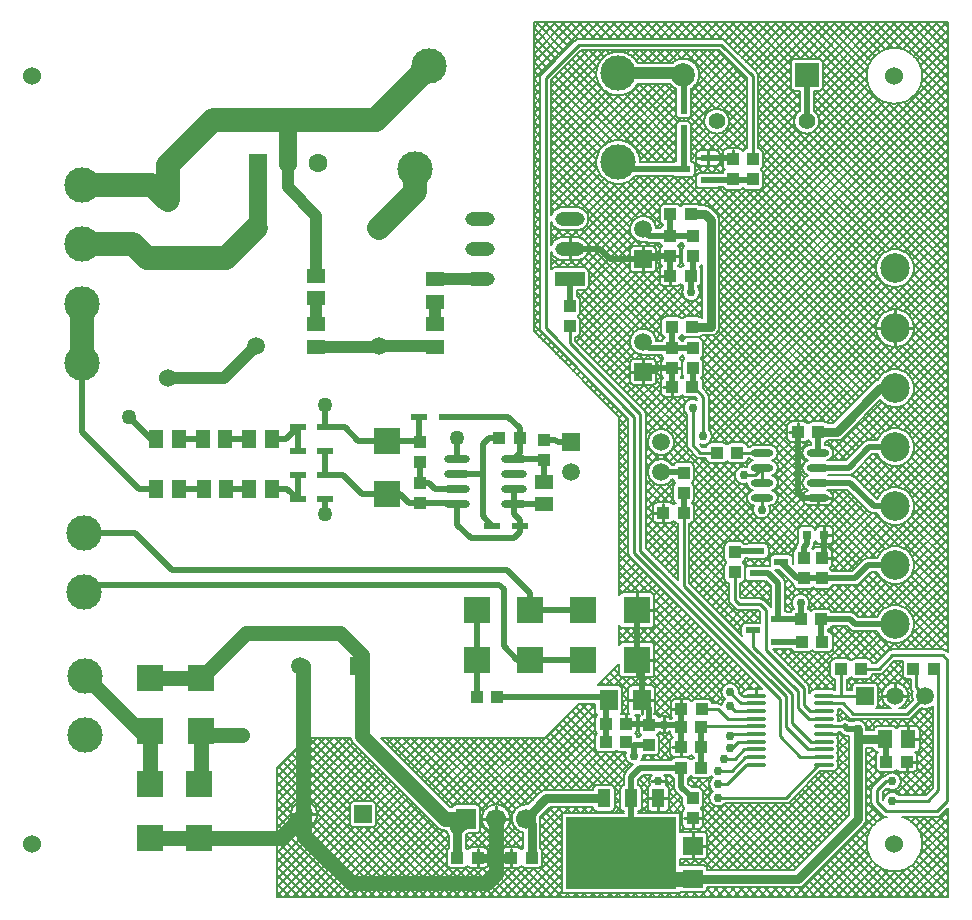
<source format=gtl>
%FSDAX24Y24*%
%MOIN*%
%SFA1B1*%

%IPPOS*%
%ADD10C,0.008000*%
%ADD11R,0.051200X0.023600*%
%ADD12R,0.031500X0.031500*%
%ADD13R,0.090600X0.090600*%
%ADD14R,0.039400X0.043300*%
%ADD15R,0.043300X0.039400*%
%ADD16R,0.021700X0.057100*%
%ADD17R,0.059100X0.051200*%
%ADD18R,0.051200X0.059100*%
%ADD19R,0.057100X0.021700*%
%ADD20R,0.090600X0.090600*%
%ADD21O,0.086600X0.023600*%
%ADD22R,0.063000X0.070900*%
%ADD23R,0.070900X0.063000*%
%ADD24R,0.043300X0.061000*%
%ADD25R,0.043300X0.061000*%
%ADD26R,0.135800X0.061000*%
%ADD27O,0.074800X0.023600*%
%ADD28O,0.070900X0.013800*%
%ADD29C,0.050000*%
%ADD30C,0.010000*%
%ADD31C,0.020000*%
%ADD32C,0.078700*%
%ADD33C,0.059100*%
%ADD34C,0.039400*%
%ADD35C,0.030000*%
%ADD36R,0.365000X0.240000*%
%ADD37C,0.060000*%
%ADD38C,0.118100*%
%ADD39C,0.059100*%
%ADD40R,0.059100X0.059100*%
%ADD41C,0.059100*%
%ADD42R,0.059100X0.059100*%
%ADD43C,0.055100*%
%ADD44C,0.078700*%
%ADD45R,0.078700X0.078700*%
%ADD46R,0.063000X0.063000*%
%ADD47C,0.063000*%
%ADD48C,0.098400*%
%ADD49O,0.098400X0.047200*%
%ADD50R,0.098400X0.047200*%
%ADD51R,0.066900X0.066900*%
%ADD52C,0.066900*%
%ADD53C,0.050000*%
%ADD54C,0.030000*%
%LNde-160724-1*%
%LPD*%
G54D10*
X042655Y043959D02*
D01*
X042652Y044023*
X042645Y044088*
X042634Y044151*
X042619Y044214*
X042599Y044276*
X042574Y044336*
X042546Y044394*
X042514Y044450*
X042477Y044503*
X042438Y044554*
X042394Y044602*
X042348Y044647*
X042298Y044689*
X042246Y044727*
X042191Y044761*
X042134Y044792*
X042075Y044818*
X042014Y044840*
X041952Y044858*
X041888Y044871*
X041824Y044880*
X041760Y044885*
X041695*
X041631Y044880*
X041567Y044871*
X041503Y044858*
X041441Y044840*
X041380Y044818*
X041321Y044792*
X041264Y044761*
X041209Y044727*
X041157Y044689*
X041107Y044647*
X041061Y044602*
X041017Y044554*
X040978Y044503*
X040941Y044450*
X040909Y044394*
X040881Y044336*
X040856Y044276*
X040836Y044214*
X040821Y044151*
X040810Y044088*
X040803Y044023*
X040801Y043959*
X040803Y043894*
X040810Y043829*
X040821Y043766*
X040836Y043703*
X040856Y043641*
X040881Y043581*
X040909Y043523*
X040941Y043467*
X040978Y043414*
X041017Y043363*
X041061Y043315*
X041107Y043270*
X041157Y043228*
X041209Y043190*
X041264Y043156*
X041321Y043125*
X041380Y043099*
X041441Y043077*
X041503Y043059*
X041567Y043046*
X041631Y043037*
X041695Y043032*
X041760*
X041824Y043037*
X041888Y043046*
X041952Y043059*
X042014Y043077*
X042075Y043099*
X042134Y043125*
X042191Y043156*
X042246Y043190*
X042298Y043228*
X042348Y043270*
X042394Y043315*
X042438Y043363*
X042477Y043414*
X042514Y043467*
X042546Y043523*
X042574Y043581*
X042599Y043641*
X042619Y043703*
X042634Y043766*
X042645Y043829*
X042652Y043894*
X042655Y043959*
X039343Y044394D02*
D01*
X039342Y044403*
X039341Y044413*
X039339Y044423*
X039337Y044432*
X039334Y044441*
X039330Y044450*
X039326Y044459*
X039321Y044468*
X039316Y044476*
X039310Y044483*
X039303Y044491*
X039296Y044498*
X039289Y044504*
X039281Y044510*
X039273Y044515*
X039264Y044519*
X039255Y044523*
X039246Y044527*
X039236Y044529*
X039227Y044531*
X039217Y044533*
X039207Y044533*
X039203Y044534*
Y043466D02*
D01*
X039212Y043466*
X039222Y043467*
X039232Y043469*
X039241Y043471*
X039250Y043474*
X039259Y043478*
X039268Y043482*
X039277Y043487*
X039285Y043492*
X039292Y043498*
X039300Y043505*
X039307Y043512*
X039313Y043519*
X039319Y043527*
X039324Y043536*
X039328Y043544*
X039332Y043553*
X039336Y043562*
X039338Y043572*
X039340Y043581*
X039342Y043591*
X039342Y043601*
X039343Y043606*
X042382Y037550D02*
D01*
X042380Y037594*
X042375Y037637*
X042368Y037681*
X042357Y037724*
X042343Y037766*
X042327Y037807*
X042308Y037846*
X042285Y037884*
X042261Y037921*
X042234Y037956*
X042204Y037989*
X042172Y038019*
X042139Y038048*
X042103Y038073*
X042066Y038097*
X042027Y038118*
X041986Y038135*
X041945Y038151*
X041902Y038163*
X041859Y038172*
X041816Y038178*
X041772Y038181*
X041727*
X041683Y038178*
X041640Y038172*
X041597Y038163*
X041554Y038151*
X041513Y038135*
X041472Y038118*
X041434Y038097*
X041396Y038073*
X041360Y038048*
X041327Y038019*
X041295Y037989*
X041265Y037956*
X041238Y037921*
X041214Y037884*
X041191Y037846*
X041172Y037807*
X041156Y037766*
X041142Y037724*
X041131Y037681*
X041124Y037637*
X041119Y037594*
X041118Y037550*
X041119Y037505*
X041124Y037462*
X041131Y037418*
X041142Y037375*
X041156Y037333*
X041172Y037292*
X041191Y037253*
X041214Y037215*
X041238Y037178*
X041265Y037143*
X041295Y037110*
X041327Y037080*
X041360Y037051*
X041396Y037026*
X041434Y037002*
X041472Y036981*
X041513Y036964*
X041554Y036948*
X041597Y036936*
X041640Y036927*
X041683Y036921*
X041727Y036918*
X041772*
X041816Y036921*
X041859Y036927*
X041902Y036936*
X041945Y036948*
X041986Y036964*
X042027Y036981*
X042066Y037002*
X042103Y037026*
X042139Y037051*
X042172Y037080*
X042204Y037110*
X042234Y037143*
X042261Y037178*
X042285Y037215*
X042308Y037253*
X042327Y037292*
X042343Y037333*
X042357Y037375*
X042368Y037418*
X042375Y037462*
X042380Y037505*
X042382Y037550*
Y035550D02*
D01*
X042380Y035594*
X042375Y035637*
X042368Y035681*
X042357Y035724*
X042343Y035766*
X042327Y035807*
X042308Y035846*
X042285Y035884*
X042261Y035921*
X042234Y035956*
X042204Y035989*
X042172Y036019*
X042139Y036048*
X042103Y036073*
X042066Y036097*
X042027Y036118*
X041986Y036135*
X041945Y036151*
X041902Y036163*
X041859Y036172*
X041816Y036178*
X041772Y036181*
X041727*
X041683Y036178*
X041640Y036172*
X041597Y036163*
X041554Y036151*
X041513Y036135*
X041472Y036118*
X041434Y036097*
X041396Y036073*
X041360Y036048*
X041327Y036019*
X041295Y035989*
X041265Y035956*
X041238Y035921*
X041214Y035884*
X041191Y035846*
X041172Y035807*
X041156Y035766*
X041142Y035724*
X041131Y035681*
X041124Y035637*
X041119Y035594*
X041118Y035550*
X041119Y035505*
X041124Y035462*
X041131Y035418*
X041142Y035375*
X041156Y035333*
X041172Y035292*
X041191Y035253*
X041214Y035215*
X041238Y035178*
X041265Y035143*
X041295Y035110*
X041327Y035080*
X041360Y035051*
X041396Y035026*
X041434Y035002*
X041472Y034981*
X041513Y034964*
X041554Y034948*
X041597Y034936*
X041640Y034927*
X041683Y034921*
X041727Y034918*
X041772*
X041816Y034921*
X041859Y034927*
X041902Y034936*
X041945Y034948*
X041986Y034964*
X042027Y034981*
X042066Y035002*
X042103Y035026*
X042139Y035051*
X042172Y035080*
X042204Y035110*
X042234Y035143*
X042261Y035178*
X042285Y035215*
X042308Y035253*
X042327Y035292*
X042343Y035333*
X042357Y035375*
X042368Y035418*
X042375Y035462*
X042380Y035505*
X042382Y035550*
X038569Y042796D02*
D01*
X038545Y042779*
X038523Y042760*
X038502Y042740*
X038482Y042718*
X038464Y042696*
X038448Y042672*
X038433Y042647*
X038420Y042621*
X038409Y042594*
X038400Y042566*
X038393Y042538*
X038388Y042509*
X038385Y042480*
X038383Y042451*
X038384Y042422*
X038387Y042394*
X038392Y042365*
X038399Y042337*
X038408Y042309*
X038419Y042282*
X038431Y042256*
X038446Y042231*
X038462Y042207*
X038480Y042184*
X038499Y042162*
X038520Y042142*
X038542Y042123*
X038565Y042106*
X038590Y042090*
X038615Y042076*
X038642Y042065*
X038669Y042054*
X038697Y042046*
X038725Y042040*
X038754Y042036*
X038783Y042034*
X038812Y042034*
X038841Y042036*
X038870Y042039*
X038898Y042045*
X038926Y042053*
X038954Y042063*
X038980Y042075*
X039006Y042088*
X039031Y042104*
X039054Y042120*
X039076Y042139*
X039097Y042159*
X039117Y042181*
X039135Y042203*
X039151Y042227*
X039166Y042252*
X039179Y042278*
X039190Y042305*
X039199Y042333*
X039206Y042361*
X039211Y042390*
X039214Y042419*
X039216Y042448*
X039216Y042450*
D01*
X039214Y042479*
X039211Y042507*
X039206Y042536*
X039199Y042564*
X039190Y042592*
X039180Y042619*
X039167Y042645*
X039152Y042670*
X039136Y042694*
X039118Y042717*
X039099Y042738*
X039078Y042759*
X039056Y042777*
X039049Y042783*
X042382Y033550D02*
D01*
X042380Y033594*
X042375Y033637*
X042368Y033681*
X042357Y033724*
X042343Y033766*
X042327Y033807*
X042308Y033846*
X042285Y033884*
X042261Y033921*
X042234Y033956*
X042204Y033989*
X042172Y034019*
X042139Y034048*
X042103Y034073*
X042066Y034097*
X042027Y034118*
X041986Y034135*
X041945Y034151*
X041902Y034163*
X041859Y034172*
X041816Y034178*
X041772Y034181*
X041727*
X041683Y034178*
X041640Y034172*
X041597Y034163*
X041554Y034151*
X041513Y034135*
X041472Y034118*
X041434Y034097*
X041396Y034073*
X041360Y034048*
X041327Y034019*
X041295Y033989*
X041265Y033956*
X041238Y033921*
X041214Y033884*
X041191Y033846*
X041185Y033833*
D01*
X041165Y033827*
X041146Y033821*
X041127Y033813*
X041109Y033804*
X041092Y033793*
X041075Y033782*
X041059Y033769*
X041044Y033755*
X041045Y033755*
X041185Y033833D02*
D01*
X041165Y033827*
X041146Y033821*
X041127Y033813*
X041109Y033804*
X041092Y033793*
X041075Y033782*
X041059Y033769*
X041044Y033755*
X041045Y033755*
X041260Y033150D02*
D01*
X041289Y033116*
X041320Y033085*
X041353Y033056*
X041389Y033030*
X041426Y033006*
X041465Y032985*
X041505Y032966*
X041546Y032951*
X041588Y032938*
X041631Y032928*
X041675Y032921*
X041719Y032918*
X041763Y032917*
X041807Y032920*
X041851Y032925*
X041894Y032934*
X041937Y032945*
X041979Y032960*
X042019Y032977*
X042058Y032997*
X042096Y033020*
X042132Y033046*
X042166Y033074*
X042199Y033104*
X042229Y033136*
X042256Y033171*
X042281Y033207*
X042304Y033245*
X042324Y033284*
X042341Y033325*
X042355Y033367*
X042366Y033410*
X042375Y033453*
X042380Y033497*
X042382Y033541*
X042382Y033550*
Y031584D02*
D01*
X042380Y031628*
X042375Y031671*
X042368Y031715*
X042357Y031758*
X042343Y031800*
X042327Y031841*
X042308Y031880*
X042285Y031918*
X042261Y031955*
X042234Y031990*
X042204Y032023*
X042172Y032053*
X042139Y032082*
X042103Y032107*
X042066Y032131*
X042027Y032152*
X041986Y032169*
X041945Y032185*
X041902Y032197*
X041859Y032206*
X041816Y032212*
X041772Y032215*
X041727*
X041683Y032212*
X041640Y032206*
X041597Y032197*
X041554Y032185*
X041513Y032169*
X041472Y032152*
X041434Y032131*
X041396Y032107*
X041360Y032082*
X041327Y032053*
X041295Y032023*
X041265Y031990*
X041238Y031955*
X041214Y031918*
X041191Y031880*
X041172Y031841*
X041165Y031824*
X040884D02*
D01*
X040867Y031823*
X040850Y031821*
X040834Y031818*
X040817Y031814*
X040801Y031809*
X040786Y031803*
X040771Y031795*
X040756Y031787*
X040742Y031778*
X040729Y031767*
X040717Y031756*
X040715Y031754*
X041165Y031344D02*
D01*
X041183Y031303*
X041204Y031264*
X041227Y031227*
X041253Y031192*
X041282Y031158*
X041313Y031126*
X041346Y031097*
X041381Y031070*
X041417Y031045*
X041456Y031024*
X041495Y031004*
X041536Y030988*
X041578Y030975*
X041621Y030964*
X041665Y030957*
X041709Y030952*
X041753Y030951*
X041797Y030953*
X041841Y030958*
X041884Y030966*
X041927Y030977*
X041969Y030990*
X042010Y031007*
X042049Y031027*
X042087Y031049*
X042124Y031074*
X042159Y031101*
X042191Y031131*
X042222Y031163*
X042250Y031197*
X042276Y031233*
X042299Y031270*
X042319Y031309*
X042337Y031350*
X042352Y031391*
X042364Y031434*
X042373Y031477*
X042379Y031521*
X042382Y031565*
X042382Y031584*
X040884Y031824D02*
D01*
X040867Y031823*
X040850Y031821*
X040834Y031818*
X040817Y031814*
X040801Y031809*
X040786Y031803*
X040771Y031795*
X040756Y031787*
X040742Y031778*
X040729Y031767*
X040717Y031756*
X040715Y031754*
X042382Y029616D02*
D01*
X042380Y029660*
X042375Y029703*
X042368Y029747*
X042357Y029790*
X042343Y029832*
X042327Y029873*
X042308Y029912*
X042285Y029950*
X042261Y029987*
X042234Y030022*
X042204Y030055*
X042172Y030085*
X042139Y030114*
X042103Y030139*
X042066Y030163*
X042027Y030184*
X041986Y030201*
X041945Y030217*
X041902Y030229*
X041859Y030238*
X041816Y030244*
X041772Y030247*
X041727*
X041683Y030244*
X041640Y030238*
X041597Y030229*
X041554Y030217*
X041513Y030201*
X041472Y030184*
X041434Y030163*
X041396Y030139*
X041360Y030114*
X041327Y030085*
X041295Y030055*
X041265Y030022*
X041238Y029987*
X041214Y029950*
X041191Y029912*
X041172Y029873*
X041165Y029856*
Y029376D02*
D01*
X041183Y029335*
X041204Y029296*
X041227Y029259*
X041253Y029224*
X041282Y029190*
X041313Y029158*
X041346Y029129*
X041381Y029102*
X041417Y029077*
X041456Y029056*
X041495Y029036*
X041536Y029020*
X041578Y029007*
X041621Y028996*
X041665Y028989*
X041709Y028984*
X041753Y028983*
X041797Y028985*
X041841Y028990*
X041884Y028998*
X041927Y029009*
X041969Y029022*
X042010Y029039*
X042049Y029059*
X042087Y029081*
X042124Y029106*
X042159Y029133*
X042191Y029163*
X042222Y029195*
X042250Y029229*
X042276Y029265*
X042299Y029302*
X042319Y029341*
X042337Y029382*
X042352Y029423*
X042364Y029466*
X042373Y029509*
X042379Y029553*
X042382Y029597*
X042382Y029616*
Y027650D02*
D01*
X042380Y027694*
X042375Y027737*
X042368Y027781*
X042357Y027824*
X042343Y027866*
X042327Y027907*
X042308Y027946*
X042285Y027984*
X042261Y028021*
X042234Y028056*
X042204Y028089*
X042172Y028119*
X042139Y028148*
X042103Y028173*
X042066Y028197*
X042027Y028218*
X041986Y028235*
X041945Y028251*
X041902Y028263*
X041859Y028272*
X041816Y028278*
X041772Y028281*
X041727*
X041683Y028278*
X041640Y028272*
X041597Y028263*
X041554Y028251*
X041513Y028235*
X041472Y028218*
X041434Y028197*
X041396Y028173*
X041360Y028148*
X041327Y028119*
X041295Y028089*
X041265Y028056*
X041238Y028021*
X041214Y027984*
X041191Y027946*
X041172Y027907*
X041165Y027890*
X040865Y029446D02*
D01*
X040877Y029434*
X040890Y029423*
X040904Y029414*
X040918Y029405*
X040933Y029398*
X040948Y029391*
X040964Y029386*
X040980Y029381*
X040997Y029378*
X041014Y029376*
X041030Y029375*
X041034Y029376*
X040865Y029446D02*
D01*
X040877Y029434*
X040890Y029423*
X040904Y029414*
X040918Y029405*
X040933Y029398*
X040948Y029391*
X040964Y029386*
X040980Y029381*
X040997Y029378*
X041014Y029376*
X041030Y029375*
X041034Y029376*
X040850Y027890D02*
D01*
X040833Y027889*
X040816Y027887*
X040800Y027884*
X040783Y027880*
X040767Y027875*
X040752Y027869*
X040737Y027861*
X040722Y027853*
X040708Y027844*
X040695Y027833*
X040683Y027822*
X040680Y027820*
X040850Y027890D02*
D01*
X040833Y027889*
X040816Y027887*
X040800Y027884*
X040783Y027880*
X040767Y027875*
X040752Y027869*
X040737Y027861*
X040722Y027853*
X040708Y027844*
X040695Y027833*
X040683Y027822*
X040680Y027820*
X040200Y030660D02*
D01*
X040216Y030660*
X040233Y030662*
X040249Y030665*
X040266Y030669*
X040282Y030674*
X040297Y030680*
X040312Y030688*
X040327Y030696*
X040341Y030705*
X040354Y030716*
X040366Y030727*
X040370Y030730*
X040200Y030660D02*
D01*
X040216Y030660*
X040233Y030662*
X040249Y030665*
X040266Y030669*
X040282Y030674*
X040297Y030680*
X040312Y030688*
X040327Y030696*
X040341Y030705*
X040354Y030716*
X040366Y030727*
X040370Y030730*
X040420Y030570D02*
D01*
X040407Y030581*
X040394Y030592*
X040380Y030601*
X040366Y030610*
X040351Y030617*
X040336Y030624*
X040320Y030629*
X040304Y030634*
X040287Y030637*
X040270Y030639*
X040254Y030640*
X040250Y030640*
X040420Y030570D02*
D01*
X040407Y030581*
X040394Y030592*
X040380Y030601*
X040366Y030610*
X040351Y030617*
X040336Y030624*
X040320Y030629*
X040304Y030634*
X040287Y030637*
X040270Y030639*
X040254Y030640*
X040250Y030640*
X039800Y031810D02*
D01*
X039820Y031810*
X039840Y031812*
X039860Y031816*
X039879Y031821*
X039899Y031827*
X039917Y031835*
X039936Y031843*
X039953Y031854*
X039970Y031865*
X039986Y031877*
X040001Y031891*
X040005Y031895*
X039800Y031810D02*
D01*
X039820Y031810*
X039840Y031812*
X039860Y031816*
X039879Y031821*
X039899Y031827*
X039917Y031835*
X039936Y031843*
X039953Y031854*
X039970Y031865*
X039986Y031877*
X040001Y031891*
X040005Y031895*
X039506Y032390D02*
D01*
X039499Y032397*
X039492Y032403*
X039484Y032409*
X039476Y032415*
X039467Y032420*
X039459Y032424*
X039450Y032428*
X039440Y032431*
X039431Y032433*
X039421Y032435*
X039411Y032436*
X039402Y032437*
X039401Y032437*
X039415Y031764D02*
D01*
X039424Y031765*
X039434Y031767*
X039443Y031769*
X039452Y031773*
X039461Y031777*
X039470Y031781*
X039478Y031786*
X039486Y031792*
X039494Y031798*
X039501Y031805*
X039506Y031810*
X039689Y031400D02*
D01*
X039688Y031417*
X039686Y031435*
X039683Y031453*
X039679Y031471*
X039673Y031488*
X039666Y031504*
X039658Y031521*
X039649Y031536*
X039639Y031551*
X039628Y031565*
X039616Y031579*
X039603Y031591*
X039589Y031603*
X039575Y031613*
X039560Y031623*
X039544Y031631*
X039527Y031639*
X039510Y031645*
X039493Y031650*
X039475Y031654*
X039457Y031656*
X039440Y031657*
X039431Y031658*
X039495Y031150D02*
D01*
X039512Y031155*
X039529Y031161*
X039545Y031168*
X039561Y031177*
X039576Y031186*
X039591Y031197*
X039604Y031209*
X039617Y031221*
X039629Y031235*
X039640Y031249*
X039650Y031264*
X039659Y031280*
X039667Y031296*
X039674Y031313*
X039679Y031330*
X039683Y031347*
X039686Y031365*
X039688Y031383*
X039689Y031400*
Y029900D02*
D01*
X039688Y029917*
X039686Y029935*
X039683Y029953*
X039679Y029971*
X039673Y029988*
X039666Y030004*
X039658Y030021*
X039649Y030036*
X039639Y030051*
X039628Y030065*
X039616Y030079*
X039603Y030091*
X039589Y030103*
X039575Y030113*
X039560Y030123*
X039544Y030131*
X039527Y030139*
X039510Y030145*
X039495Y030150*
X039431Y029642D02*
D01*
X039448Y029642*
X039466Y029644*
X039484Y029647*
X039502Y029651*
X039519Y029657*
X039535Y029664*
X039552Y029672*
X039567Y029681*
X039582Y029691*
X039596Y029702*
X039610Y029714*
X039622Y029727*
X039634Y029741*
X039644Y029755*
X039654Y029771*
X039662Y029786*
X039670Y029803*
X039676Y029820*
X039681Y029837*
X039685Y029855*
X039687Y029873*
X039688Y029890*
X039689Y029900*
X039688Y028807D02*
D01*
X039687Y028816*
X039686Y028826*
X039684Y028836*
X039682Y028845*
X039679Y028854*
X039675Y028863*
X039671Y028872*
X039666Y028881*
X039661Y028889*
X039655Y028896*
X039648Y028904*
X039641Y028911*
X039634Y028917*
X039626Y028923*
X039618Y028928*
X039609Y028932*
X039600Y028936*
X039591Y028940*
X039581Y028942*
X039572Y028944*
X039562Y028946*
X039552Y028946*
X039548Y028947*
Y028353D02*
D01*
X039557Y028353*
X039567Y028354*
X039577Y028356*
X039586Y028358*
X039595Y028361*
X039604Y028365*
X039613Y028369*
X039622Y028374*
X039630Y028379*
X039637Y028385*
X039645Y028392*
X039652Y028399*
X039658Y028406*
X039664Y028414*
X039669Y028423*
X039673Y028431*
X039677Y028440*
X039681Y028449*
X039683Y028459*
X039685Y028468*
X039687Y028478*
X039687Y028488*
X039688Y028493*
X039233Y028947D02*
D01*
X039223Y028946*
X039213Y028945*
X039203Y028943*
X039194Y028941*
X039185Y028938*
X039176Y028934*
X039167Y028930*
X039158Y028925*
X039150Y028920*
X039143Y028914*
X039135Y028907*
X039128Y028900*
X039122Y028893*
X039116Y028885*
X039111Y028877*
X039107Y028868*
X039103Y028859*
X039099Y028850*
X039097Y028840*
X039095Y028832*
Y028468D02*
D01*
X039097Y028458*
X039099Y028449*
X039103Y028439*
X039107Y028430*
X039111Y028422*
X039117Y028414*
X039122Y028406*
X039129Y028398*
X039136Y028391*
X039143Y028385*
X039151Y028379*
X039159Y028373*
X039167Y028368*
X039176Y028364*
X039185Y028360*
X039194Y028358*
X039204Y028355*
X039214Y028354*
X039223Y028353*
X039233Y028353*
X039040Y028379D02*
D01*
X039047Y028385*
X039054Y028391*
X039061Y028398*
X039067Y028406*
X039073Y028414*
X039078Y028422*
X039083Y028431*
X039087Y028440*
X039090Y028449*
X039093Y028458*
X039095Y028468*
Y028832D02*
D01*
X039092Y028841*
X039090Y028850*
X039086Y028860*
X039082Y028869*
X039078Y028877*
X039072Y028885*
X039067Y028893*
X039060Y028901*
X039053Y028908*
X039046Y028914*
X039038Y028920*
X039030Y028926*
X039022Y028931*
X039013Y028935*
X039004Y028939*
X038995Y028941*
X038985Y028944*
X038975Y028945*
X038966Y028946*
X038957Y028947*
X039637Y028101D02*
D01*
X039636Y028110*
X039635Y028120*
X039633Y028130*
X039631Y028139*
X039628Y028148*
X039624Y028157*
X039620Y028166*
X039615Y028175*
X039610Y028183*
X039604Y028190*
X039597Y028198*
X039590Y028205*
X039583Y028211*
X039575Y028217*
X039567Y028222*
X039558Y028226*
X039549Y028230*
X039540Y028234*
X039530Y028236*
X039521Y028238*
X039511Y028240*
X039501Y028240*
X039497Y028241*
X039103D02*
D01*
X039093Y028240*
X039083Y028239*
X039073Y028237*
X039064Y028235*
X039055Y028232*
X039046Y028228*
X039037Y028224*
X039028Y028219*
X039020Y028214*
X039013Y028208*
X039005Y028201*
X039000Y028196*
X038415Y044534D02*
D01*
X038405Y044533*
X038395Y044532*
X038385Y044530*
X038376Y044528*
X038367Y044525*
X038358Y044521*
X038349Y044517*
X038340Y044512*
X038332Y044507*
X038325Y044501*
X038317Y044494*
X038310Y044487*
X038304Y044480*
X038298Y044472*
X038293Y044464*
X038289Y044455*
X038285Y044446*
X038281Y044437*
X038279Y044427*
X038277Y044418*
X038275Y044408*
X038275Y044398*
X038275Y044394*
Y043606D02*
D01*
X038275Y043596*
X038276Y043586*
X038278Y043576*
X038280Y043567*
X038283Y043558*
X038287Y043549*
X038291Y043540*
X038296Y043531*
X038301Y043523*
X038307Y043516*
X038314Y043508*
X038321Y043501*
X038328Y043495*
X038336Y043489*
X038345Y043484*
X038353Y043480*
X038362Y043476*
X038371Y043472*
X038381Y043470*
X038390Y043468*
X038400Y043466*
X038410Y043466*
X038415Y043466*
X036084Y045134D02*
D01*
X036074Y045143*
X036064Y045151*
X036053Y045158*
X036041Y045165*
X036030Y045171*
X036017Y045176*
X036005Y045181*
X035992Y045184*
X035979Y045187*
X035966Y045188*
X035953Y045189*
X035950Y045190*
X036085Y045134D02*
D01*
X036075Y045143*
X036065Y045151*
X036054Y045159*
X036042Y045166*
X036031Y045172*
X036018Y045177*
X036006Y045181*
X035993Y045185*
X035980Y045187*
X035967Y045189*
X035954Y045190*
X035950Y045190*
X037190Y043950D02*
D01*
X037189Y043963*
X037188Y043976*
X037185Y043989*
X037182Y044002*
X037178Y044014*
X037173Y044027*
X037167Y044039*
X037161Y044050*
X037153Y044061*
X037145Y044072*
X037136Y044081*
X037134Y044085*
X037190Y043950D02*
D01*
X037189Y043963*
X037188Y043976*
X037185Y043989*
X037182Y044002*
X037178Y044014*
X037173Y044027*
X037167Y044039*
X037161Y044050*
X037153Y044061*
X037145Y044072*
X037136Y044081*
X037134Y044084*
X037337Y041401D02*
D01*
X037336Y041410*
X037335Y041420*
X037333Y041430*
X037331Y041439*
X037328Y041448*
X037324Y041457*
X037320Y041466*
X037315Y041475*
X037310Y041483*
X037304Y041490*
X037297Y041498*
X037290Y041505*
X037283Y041511*
X037275Y041517*
X037267Y041522*
X037258Y041526*
X037249Y041530*
X037240Y041534*
X037230Y041536*
X037221Y041538*
X037211Y041540*
X037201Y041540*
X037197Y041541*
X037272Y040850D02*
D01*
X037280Y040855*
X037287Y040861*
X037294Y040868*
X037301Y040875*
X037307Y040882*
X037313Y040890*
X037318Y040899*
X037323Y040907*
X037327Y040916*
X037330Y040925*
X037332Y040935*
X037334Y040944*
X037336Y040954*
X037336Y040964*
X037337Y040968*
Y040732D02*
D01*
X037336Y040741*
X037335Y040751*
X037333Y040761*
X037331Y040770*
X037328Y040779*
X037324Y040788*
X037320Y040797*
X037315Y040806*
X037310Y040814*
X037304Y040821*
X037297Y040829*
X037290Y040836*
X037283Y040842*
X037275Y040848*
X037272Y040850*
X037197Y040159D02*
D01*
X037206Y040159*
X037216Y040160*
X037226Y040162*
X037235Y040164*
X037244Y040167*
X037253Y040171*
X037262Y040175*
X037271Y040180*
X037279Y040185*
X037286Y040191*
X037294Y040198*
X037301Y040205*
X037307Y040212*
X037313Y040220*
X037318Y040229*
X037322Y040237*
X037326Y040246*
X037330Y040255*
X037332Y040265*
X037334Y040274*
X037336Y040284*
X037336Y040294*
X037337Y040299*
X036678Y040236D02*
D01*
X036682Y040227*
X036687Y040219*
X036693Y040211*
X036700Y040203*
X036707Y040197*
X036714Y040190*
X036722Y040184*
X036730Y040179*
X036738Y040174*
X036747Y040170*
X036756Y040166*
X036766Y040163*
X036775Y040161*
X036785Y040160*
X036795Y040159*
X036803Y040159*
Y041541D02*
D01*
X036793Y041540*
X036783Y041539*
X036773Y041537*
X036764Y041535*
X036755Y041532*
X036746Y041528*
X036737Y041524*
X036728Y041519*
X036720Y041514*
X036713Y041508*
X036705Y041501*
X036698Y041494*
X036692Y041487*
X036686Y041479*
X036681Y041471*
X036677Y041462*
X036675Y041458*
D01*
X036670Y041466*
X036665Y041475*
X036660Y041483*
X036654Y041491*
X036648Y041498*
X036641Y041505*
X036633Y041511*
X036625Y041517*
X036617Y041522*
X036609Y041527*
X036600Y041531*
X036591Y041534*
X036581Y041537*
X036572Y041539*
X036562Y041540*
X036552Y041541*
X036547Y041541*
X036153D02*
D01*
X036143Y041540*
X036133Y041539*
X036123Y041537*
X036114Y041535*
X036105Y041532*
X036096Y041528*
X036087Y041524*
X036078Y041519*
X036070Y041514*
X036063Y041508*
X036055Y041501*
X036048Y041494*
X036042Y041487*
X036036Y041479*
X036031Y041471*
X036027Y041462*
X036023Y041453*
X036019Y041444*
X036017Y041434*
X036015Y041425*
X036013Y041415*
X036013Y041405*
X036013Y041401*
X036078Y040850D02*
D01*
X036069Y040844*
X036062Y040838*
X036055Y040831*
X036048Y040824*
X036042Y040817*
X036036Y040809*
X036031Y040800*
X036026Y040792*
X036022Y040783*
X036019Y040774*
X036017Y040764*
X036015Y040755*
X036013Y040745*
X036013Y040735*
X036013Y040732*
X036028Y040236D02*
D01*
X036032Y040227*
X036037Y040219*
X036043Y040211*
X036050Y040203*
X036057Y040197*
X036064Y040190*
X036072Y040184*
X036080Y040179*
X036088Y040174*
X036097Y040170*
X036106Y040166*
X036116Y040163*
X036125Y040161*
X036135Y040160*
X036145Y040159*
X036153Y040159*
X036013Y040968D02*
D01*
X036013Y040958*
X036014Y040948*
X036016Y040938*
X036018Y040929*
X036021Y040920*
X036025Y040911*
X036029Y040902*
X036034Y040893*
X036039Y040885*
X036045Y040878*
X036052Y040870*
X036059Y040863*
X036066Y040857*
X036074Y040851*
X036078Y040850*
X036547Y040159D02*
D01*
X036556Y040159*
X036566Y040160*
X036576Y040162*
X036585Y040164*
X036594Y040167*
X036603Y040171*
X036612Y040175*
X036621Y040180*
X036629Y040185*
X036636Y040191*
X036644Y040198*
X036651Y040205*
X036657Y040212*
X036663Y040220*
X036668Y040229*
X036672Y040236*
X035909Y041342D02*
D01*
X035908Y041351*
X035907Y041361*
X035905Y041371*
X035903Y041380*
X035900Y041389*
X035896Y041398*
X035892Y041407*
X035887Y041416*
X035882Y041424*
X035876Y041431*
X035869Y041439*
X035862Y041446*
X035855Y041452*
X035847Y041458*
X035839Y041463*
X035830Y041467*
X035821Y041471*
X035812Y041475*
X035802Y041477*
X035793Y041479*
X035783Y041481*
X035773Y041481*
X035769Y041482*
Y040966D02*
D01*
X035778Y040966*
X035788Y040967*
X035798Y040969*
X035807Y040971*
X035816Y040974*
X035825Y040978*
X035834Y040982*
X035843Y040987*
X035851Y040992*
X035858Y040998*
X035866Y041005*
X035873Y041012*
X035879Y041019*
X035885Y041027*
X035890Y041036*
X035894Y041044*
X035898Y041053*
X035902Y041062*
X035904Y041072*
X035906Y041081*
X035908Y041091*
X035908Y041101*
X035909Y041106*
X035838Y040716D02*
D01*
X035829Y040720*
X035820Y040724*
X035811Y040727*
X035801Y040730*
X035792Y040732*
X035782Y040733*
X035772Y040734*
X035769Y040734*
X036216Y042450D02*
D01*
X036214Y042479*
X036211Y042507*
X036206Y042536*
X036199Y042564*
X036190Y042592*
X036180Y042619*
X036167Y042645*
X036152Y042670*
X036136Y042694*
X036118Y042717*
X036099Y042738*
X036078Y042759*
X036056Y042777*
X036032Y042794*
X036008Y042810*
X035982Y042823*
X035955Y042835*
X035928Y042845*
X035900Y042853*
X035872Y042859*
X035843Y042863*
X035814Y042865*
X035785*
X035756Y042863*
X035727Y042859*
X035699Y042853*
X035671Y042845*
X035644Y042835*
X035617Y042823*
X035592Y042810*
X035567Y042794*
X035543Y042777*
X035521Y042759*
X035500Y042738*
X035481Y042717*
X035463Y042694*
X035447Y042670*
X035432Y042645*
X035419Y042619*
X035409Y042592*
X035400Y042564*
X035393Y042536*
X035388Y042507*
X035385Y042479*
X035384Y042450*
X035385Y042420*
X035388Y042392*
X035393Y042363*
X035400Y042335*
X035409Y042307*
X035419Y042280*
X035432Y042254*
X035447Y042229*
X035463Y042205*
X035481Y042182*
X035500Y042161*
X035521Y042140*
X035543Y042122*
X035567Y042105*
X035592Y042089*
X035617Y042076*
X035644Y042064*
X035671Y042054*
X035699Y042046*
X035727Y042040*
X035756Y042036*
X035785Y042034*
X035814*
X035843Y042036*
X035872Y042040*
X035900Y042046*
X035928Y042054*
X035955Y042064*
X035982Y042076*
X036008Y042089*
X036032Y042105*
X036056Y042122*
X036078Y042140*
X036099Y042161*
X036118Y042182*
X036136Y042205*
X036152Y042229*
X036167Y042254*
X036180Y042280*
X036190Y042307*
X036199Y042335*
X036206Y042363*
X036211Y042392*
X036214Y042420*
X036216Y042450*
X035257Y041482D02*
D01*
X035247Y041481*
X035237Y041480*
X035227Y041478*
X035218Y041476*
X035209Y041473*
X035200Y041469*
X035191Y041465*
X035182Y041460*
X035174Y041455*
X035167Y041449*
X035159Y041442*
X035152Y041435*
X035146Y041428*
X035140Y041420*
X035135Y041412*
X035131Y041403*
X035127Y041394*
X035123Y041385*
X035121Y041375*
X035119Y041366*
X035117Y041356*
X035117Y041346*
X035117Y041342*
Y041106D02*
D01*
X035117Y041096*
X035118Y041086*
X035120Y041076*
X035122Y041067*
X035125Y041058*
X035129Y041049*
X035133Y041040*
X035138Y041031*
X035143Y041023*
X035149Y041016*
X035156Y041008*
X035163Y041001*
X035170Y040995*
X035178Y040989*
X035187Y040984*
X035195Y040980*
X035204Y040976*
X035213Y040972*
X035223Y040970*
X035232Y040968*
X035242Y040966*
X035252Y040966*
X035257Y040966*
X035769Y040218D02*
D01*
X035778Y040218*
X035788Y040219*
X035798Y040221*
X035807Y040223*
X035816Y040226*
X035825Y040230*
X035834Y040234*
X035838Y040236*
X035605Y039555D02*
D01*
X035590Y039568*
X035574Y039581*
X035557Y039593*
X035540Y039603*
X035522Y039612*
X035503Y039620*
X035484Y039627*
X035465Y039632*
X035445Y039636*
X035425Y039638*
X035405Y039639*
X035400Y039640*
X035890Y039150D02*
D01*
X035889Y039170*
X035887Y039190*
X035883Y039210*
X035878Y039229*
X035872Y039249*
X035864Y039267*
X035856Y039286*
X035845Y039303*
X035834Y039320*
X035822Y039336*
X035808Y039351*
X035805Y039355*
X035605Y039555D02*
D01*
X035590Y039568*
X035574Y039581*
X035557Y039593*
X035540Y039603*
X035522Y039612*
X035503Y039620*
X035484Y039627*
X035465Y039632*
X035445Y039636*
X035425Y039638*
X035405Y039639*
X035400Y039640*
X035600Y035310D02*
D01*
X035620Y035310*
X035640Y035312*
X035660Y035316*
X035679Y035321*
X035699Y035327*
X035717Y035335*
X035736Y035343*
X035753Y035354*
X035770Y035365*
X035786Y035377*
X035801Y035391*
X035815Y035405*
X035828Y035421*
X035840Y035437*
X035851Y035455*
X035860Y035472*
X035868Y035491*
X035875Y035510*
X035881Y035529*
X035885Y035549*
X035888Y035569*
X035889Y035589*
X035890Y035600*
X035600Y035310D02*
D01*
X035620Y035310*
X035640Y035312*
X035660Y035316*
X035679Y035321*
X035699Y035327*
X035717Y035335*
X035736Y035343*
X035753Y035354*
X035770Y035365*
X035786Y035377*
X035801Y035391*
X035815Y035405*
X035828Y035421*
X035840Y035437*
X035851Y035455*
X035860Y035472*
X035868Y035491*
X035875Y035510*
X035881Y035529*
X035885Y035549*
X035888Y035569*
X035889Y035589*
X035890Y035600*
Y039150D02*
D01*
X035889Y039170*
X035887Y039190*
X035883Y039210*
X035878Y039229*
X035872Y039249*
X035864Y039267*
X035856Y039286*
X035845Y039303*
X035834Y039320*
X035822Y039336*
X035808Y039351*
X035805Y039355*
X035600Y035310D02*
D01*
X035620Y035310*
X035640Y035312*
X035660Y035316*
X035679Y035321*
X035699Y035327*
X035717Y035335*
X035736Y035343*
X035753Y035354*
X035770Y035365*
X035786Y035377*
X035801Y035391*
X035815Y035405*
X035828Y035421*
X035840Y035437*
X035851Y035455*
X035860Y035472*
X035868Y035491*
X035875Y035510*
X035881Y035529*
X035885Y035549*
X035888Y035569*
X035889Y035589*
X035890Y035600*
X035240Y037616D02*
D01*
X035249Y037619*
X035258Y037623*
X035266Y037627*
X035274Y037633*
X035282Y037638*
X035290Y037644*
X035297Y037651*
X035303Y037658*
X035310Y037666*
X035291Y037497D02*
D01*
X035290Y037506*
X035289Y037516*
X035287Y037526*
X035285Y037535*
X035282Y037544*
X035278Y037553*
X035274Y037562*
X035269Y037571*
X035264Y037579*
X035258Y037586*
X035251Y037594*
X035244Y037601*
X035240Y037605*
X035257Y040734D02*
D01*
X035247Y040733*
X035237Y040732*
X035227Y040730*
X035218Y040728*
X035209Y040725*
X035200Y040721*
X035191Y040717*
X035182Y040712*
X035174Y040707*
X035167Y040701*
X035159Y040694*
X035152Y040687*
X035146Y040680*
X035140Y040672*
X035135Y040664*
X035131Y040655*
X035127Y040646*
X035123Y040637*
X035121Y040627*
X035119Y040618*
X035117Y040608*
X035117Y040598*
X035117Y040594*
Y040358D02*
D01*
X035117Y040348*
X035118Y040338*
X035120Y040328*
X035122Y040319*
X035125Y040310*
X035129Y040301*
X035133Y040292*
X035138Y040283*
X035143Y040275*
X035149Y040268*
X035156Y040260*
X035163Y040253*
X035170Y040247*
X035178Y040241*
X035187Y040236*
X035195Y040232*
X035204Y040228*
X035213Y040224*
X035223Y040222*
X035232Y040220*
X035242Y040218*
X035252Y040218*
X035257Y040218*
X035175Y036965D02*
D01*
X035184Y036966*
X035193Y036969*
X035203Y036972*
X035212Y036976*
X035220Y036981*
X035229Y036986*
X035237Y036991*
X035244Y036998*
X035251Y037004*
X035258Y037012*
X035264Y037019*
X035269Y037027*
X035274Y037036*
X035279Y037044*
X035283Y037053*
X035286Y037063*
X035288Y037072*
X035290Y037082*
X035291Y037091*
X035291Y037101*
X035291Y037103*
X035256Y039640D02*
D01*
X035249Y039647*
X035242Y039653*
X035234Y039659*
X035226Y039665*
X035217Y039670*
X035209Y039674*
X035200Y039678*
X035190Y039681*
X035181Y039683*
X035171Y039685*
X035161Y039686*
X035152Y039687*
X035151Y039687*
X035306Y035890D02*
D01*
X035299Y035897*
X035292Y035903*
X035284Y035909*
X035276Y035915*
X035267Y035920*
X035259Y035924*
X035250Y035928*
X035240Y035931*
X035231Y035933*
X035221Y035935*
X035211Y035936*
X035202Y035937*
X035201Y035937*
X035240Y036750D02*
D01*
X035239Y036770*
X035237Y036790*
X035233Y036810*
X035228Y036829*
X035222Y036849*
X035214Y036867*
X035206Y036886*
X035195Y036903*
X035184Y036920*
X035175Y036933*
X035337Y035101D02*
D01*
X035336Y035110*
X035335Y035120*
X035333Y035130*
X035331Y035139*
X035328Y035148*
X035324Y035157*
X035320Y035166*
X035315Y035175*
X035310Y035183*
X035304Y035190*
X035297Y035198*
X035290Y035205*
X035283Y035211*
X035275Y035217*
X035267Y035222*
X035258Y035226*
X035249Y035230*
X035240Y035234*
X035230Y035236*
X035221Y035238*
X035211Y035240*
X035201Y035240*
X035197Y035241*
X035201Y035263D02*
D01*
X035210Y035263*
X035220Y035264*
X035230Y035266*
X035239Y035268*
X035248Y035271*
X035257Y035275*
X035266Y035279*
X035275Y035284*
X035283Y035289*
X035290Y035295*
X035298Y035302*
X035305Y035309*
X035306Y035310*
X038968Y032437D02*
D01*
X038958Y032436*
X038948Y032435*
X038938Y032433*
X038929Y032431*
X038920Y032428*
X038911Y032424*
X038902Y032420*
X038893Y032415*
X038885Y032410*
X038878Y032404*
X038870Y032397*
X038863Y032390*
X038857Y032383*
X038851Y032375*
X038850Y032372*
Y031828D02*
D01*
X038855Y031819*
X038861Y031812*
X038868Y031805*
X038875Y031798*
X038882Y031792*
X038890Y031786*
X038899Y031781*
X038907Y031776*
X038916Y031772*
X038925Y031769*
X038935Y031767*
X038850Y032372D02*
D01*
X038844Y032380*
X038838Y032387*
X038831Y032394*
X038824Y032401*
X038817Y032407*
X038809Y032413*
X038800Y032418*
X038792Y032423*
X038783Y032427*
X038774Y032430*
X038764Y032432*
X038755Y032434*
X038745Y032436*
X038735Y032436*
X038732Y032437*
Y031763D02*
D01*
X038741Y031763*
X038751Y031764*
X038761Y031766*
X038770Y031768*
X038779Y031771*
X038788Y031775*
X038797Y031779*
X038806Y031784*
X038814Y031789*
X038821Y031795*
X038829Y031802*
X038836Y031809*
X038842Y031816*
X038848Y031824*
X038850Y031828*
X038919Y031658D02*
D01*
X038901Y031657*
X038883Y031655*
X038865Y031652*
X038847Y031648*
X038830Y031642*
X038814Y031635*
X038797Y031627*
X038782Y031618*
X038767Y031608*
X038753Y031597*
X038739Y031585*
X038727Y031572*
X038715Y031558*
X038705Y031544*
X038695Y031529*
X038687Y031513*
X038679Y031496*
X038673Y031479*
X038668Y031462*
X038664Y031444*
X038662Y031426*
X038661Y031409*
Y031390*
X038662Y031373*
X038664Y031355*
X038668Y031337*
X038673Y031320*
X038679Y031303*
X038687Y031286*
X038695Y031271*
X038705Y031255*
X038715Y031241*
X038727Y031227*
X038739Y031214*
X038753Y031202*
X038767Y031191*
X038782Y031181*
X038797Y031172*
X038814Y031164*
X038830Y031157*
X038847Y031151*
X038855Y031150*
D01*
X038837Y031144*
X038820Y031138*
X038804Y031131*
X038788Y031122*
X038773Y031113*
X038758Y031102*
X038745Y031090*
X038732Y031078*
X038720Y031064*
X038709Y031050*
X038699Y031035*
X038690Y031019*
X038682Y031003*
X038675Y030986*
X038670Y030969*
X038666Y030952*
X038663Y030934*
X038661Y030916*
X038660Y030898*
X038661Y030880*
X038663Y030862*
X038666Y030844*
X038671Y030827*
X038677Y030810*
X038683Y030793*
X038691Y030777*
X038701Y030761*
X038711Y030747*
X038722Y030732*
X038734Y030719*
X038747Y030707*
X038761Y030695*
X038776Y030685*
X038791Y030675*
X038807Y030667*
X038823Y030660*
X038840Y030654*
X038855Y030650*
D01*
X038837Y030644*
X038820Y030638*
X038804Y030631*
X038788Y030622*
X038773Y030613*
X038758Y030602*
X038745Y030590*
X038732Y030578*
X038720Y030564*
X038709Y030550*
X038699Y030535*
X038690Y030519*
X038682Y030503*
X038675Y030486*
X038670Y030469*
X038666Y030452*
X038663Y030434*
X038661Y030416*
X038660Y030398*
X038661Y030380*
X038663Y030362*
X038666Y030344*
X038671Y030327*
X038677Y030310*
X038683Y030293*
X038691Y030277*
X038701Y030261*
X038711Y030247*
X038722Y030232*
X038734Y030219*
X038747Y030207*
X038761Y030195*
X038776Y030185*
X038791Y030175*
X038807Y030167*
X038823Y030160*
X038840Y030154*
X038855Y030150*
X038299Y032437D02*
D01*
X038289Y032436*
X038279Y032435*
X038269Y032433*
X038260Y032431*
X038251Y032428*
X038242Y032424*
X038233Y032420*
X038224Y032415*
X038216Y032410*
X038209Y032404*
X038201Y032397*
X038194Y032390*
X038188Y032383*
X038182Y032375*
X038177Y032367*
X038173Y032358*
X038169Y032349*
X038165Y032340*
X038163Y032330*
X038161Y032321*
X038159Y032311*
X038159Y032301*
X038159Y032297*
Y031903D02*
D01*
X038159Y031893*
X038160Y031883*
X038162Y031873*
X038164Y031864*
X038167Y031855*
X038171Y031846*
X038175Y031837*
X038180Y031828*
X038185Y031820*
X038191Y031813*
X038198Y031805*
X038205Y031798*
X038212Y031792*
X038220Y031786*
X038229Y031781*
X038237Y031777*
X038246Y031773*
X038255Y031769*
X038265Y031767*
X038274Y031765*
X038284Y031763*
X038294Y031763*
X038299Y031763*
X037839Y031400D02*
D01*
X037838Y031417*
X037836Y031435*
X037833Y031453*
X037829Y031471*
X037823Y031488*
X037816Y031504*
X037808Y031521*
X037799Y031536*
X037789Y031551*
X037778Y031565*
X037766Y031579*
X037753Y031591*
X037739Y031603*
X037725Y031613*
X037710Y031623*
X037694Y031631*
X037677Y031639*
X037660Y031645*
X037643Y031650*
X037625Y031654*
X037607Y031656*
X037590Y031657*
X037581Y031658*
X037069D02*
D01*
X037051Y031657*
X037033Y031655*
X037015Y031652*
X036997Y031648*
X036980Y031642*
X036964Y031635*
X036947Y031627*
X036932Y031618*
X036917Y031608*
X036903Y031597*
X036894Y031590*
X037839Y030900D02*
D01*
X037838Y030917*
X037836Y030935*
X037833Y030953*
X037829Y030971*
X037823Y030988*
X037816Y031004*
X037808Y031021*
X037799Y031036*
X037789Y031051*
X037778Y031065*
X037766Y031079*
X037753Y031091*
X037739Y031103*
X037725Y031113*
X037710Y031123*
X037694Y031131*
X037677Y031139*
X037660Y031145*
X037645Y031150*
Y030650D02*
D01*
X037662Y030655*
X037679Y030661*
X037695Y030668*
X037711Y030677*
X037726Y030686*
X037741Y030697*
X037754Y030709*
X037767Y030721*
X037779Y030735*
X037790Y030749*
X037800Y030764*
X037809Y030780*
X037817Y030796*
X037824Y030813*
X037829Y030830*
X037833Y030847*
X037836Y030865*
X037838Y030883*
X037839Y030900*
X037645Y031150D02*
D01*
X037662Y031155*
X037679Y031161*
X037695Y031168*
X037711Y031177*
X037726Y031186*
X037741Y031197*
X037754Y031209*
X037767Y031221*
X037779Y031235*
X037790Y031249*
X037800Y031264*
X037809Y031280*
X037817Y031296*
X037824Y031313*
X037829Y031330*
X037833Y031347*
X037836Y031365*
X037838Y031383*
X037839Y031400*
Y029900D02*
D01*
X037838Y029917*
X037836Y029935*
X037833Y029953*
X037829Y029971*
X037823Y029988*
X037816Y030004*
X037808Y030021*
X037799Y030036*
X037789Y030051*
X037778Y030065*
X037766Y030079*
X037753Y030091*
X037739Y030103*
X037725Y030113*
X037710Y030123*
X037694Y030131*
X037677Y030139*
X037660Y030145*
X037645Y030150*
X037839Y030400D02*
D01*
X037838Y030417*
X037836Y030435*
X037833Y030453*
X037829Y030471*
X037823Y030488*
X037816Y030504*
X037808Y030521*
X037799Y030536*
X037789Y030551*
X037778Y030565*
X037766Y030579*
X037753Y030591*
X037739Y030603*
X037725Y030613*
X037710Y030623*
X037694Y030631*
X037677Y030639*
X037660Y030645*
X037645Y030650*
X036894Y031210D02*
D01*
X036907Y031198*
X036922Y031187*
X036937Y031177*
X036953Y031169*
X036969Y031161*
X036986Y031155*
X037003Y031150*
X037005Y031150*
X037645Y030150D02*
D01*
X037662Y030155*
X037679Y030161*
X037695Y030168*
X037711Y030177*
X037726Y030186*
X037741Y030197*
X037754Y030209*
X037767Y030221*
X037779Y030235*
X037790Y030249*
X037800Y030264*
X037809Y030280*
X037817Y030296*
X037824Y030313*
X037829Y030330*
X037833Y030347*
X037836Y030365*
X037838Y030383*
X037839Y030400*
X037581Y029642D02*
D01*
X037598Y029642*
X037616Y029644*
X037634Y029647*
X037652Y029651*
X037669Y029657*
X037685Y029664*
X037702Y029672*
X037717Y029681*
X037732Y029691*
X037746Y029702*
X037760Y029714*
X037772Y029727*
X037784Y029741*
X037794Y029755*
X037804Y029771*
X037812Y029786*
X037820Y029803*
X037826Y029820*
X037831Y029837*
X037835Y029855*
X037837Y029873*
X037838Y029890*
X037839Y029900*
X036811Y030382D02*
D01*
X036812Y030364*
X036816Y030346*
X036820Y030328*
X036825Y030311*
X036832Y030294*
X036840Y030278*
X036849Y030262*
X036859Y030248*
X036870Y030233*
X036882Y030220*
X036895Y030207*
X036909Y030196*
X036924Y030185*
X036939Y030176*
X036955Y030167*
X036972Y030160*
X036989Y030154*
X037005Y030150*
X038855D02*
D01*
X038837Y030144*
X038820Y030138*
X038804Y030131*
X038788Y030122*
X038773Y030113*
X038758Y030102*
X038745Y030090*
X038732Y030078*
X038720Y030064*
X038709Y030050*
X038699Y030035*
X038690Y030019*
X038682Y030003*
X038675Y029986*
X038670Y029969*
X038666Y029952*
X038663Y029934*
X038661Y029916*
X038660Y029898*
X038661Y029880*
X038663Y029862*
X038666Y029844*
X038671Y029827*
X038677Y029810*
X038683Y029793*
X038691Y029777*
X038701Y029761*
X038711Y029747*
X038722Y029732*
X038734Y029719*
X038747Y029707*
X038761Y029695*
X038776Y029685*
X038791Y029675*
X038807Y029667*
X038823Y029660*
X038840Y029654*
X038858Y029649*
X038875Y029645*
X038893Y029643*
X038911Y029642*
X038919Y029642*
X038643Y028947D02*
D01*
X038633Y028946*
X038623Y028945*
X038613Y028943*
X038604Y028941*
X038595Y028938*
X038586Y028934*
X038577Y028930*
X038568Y028925*
X038560Y028920*
X038553Y028914*
X038545Y028907*
X038538Y028900*
X038532Y028893*
X038526Y028885*
X038521Y028877*
X038517Y028868*
X038513Y028859*
X038509Y028850*
X038507Y028840*
X038505Y028831*
X038503Y028821*
X038503Y028811*
X038503Y028807*
X038991Y028205D02*
D01*
X039000Y028218*
X039009Y028232*
X039016Y028247*
X039023Y028263*
X039029Y028279*
X039033Y028295*
X039036Y028311*
X039038Y028328*
X039039Y028344*
X039040Y028350*
X038991Y028205D02*
D01*
X039000Y028218*
X039009Y028232*
X039016Y028247*
X039023Y028263*
X039029Y028279*
X039033Y028295*
X039036Y028311*
X039038Y028328*
X039039Y028344*
X039040Y028350*
X038526Y028415D02*
D01*
X038514Y028402*
X038504Y028389*
X038495Y028375*
X038487Y028360*
X038480Y028345*
X038473Y028329*
X038468Y028313*
X038465Y028297*
X038462Y028281*
X038460Y028264*
X038460Y028250*
X038526Y028415D02*
D01*
X038514Y028402*
X038504Y028389*
X038495Y028375*
X038487Y028360*
X038480Y028345*
X038473Y028329*
X038468Y028313*
X038465Y028297*
X038462Y028281*
X038460Y028264*
X038460Y028250*
X038503Y028493D02*
D01*
X038503Y028483*
X038504Y028473*
X038506Y028463*
X038508Y028454*
X038511Y028445*
X038515Y028436*
X038519Y028427*
X038524Y028418*
X038526Y028415*
X038460Y028234D02*
D01*
X038450Y028230*
X038441Y028226*
X038433Y028222*
X038425Y028216*
X038417Y028211*
X038409Y028205*
X038402Y028198*
X038396Y028191*
X038390Y028183*
X038384Y028175*
X038379Y028166*
X038375Y028158*
X038371Y028148*
X038368Y028139*
X038366Y028130*
X038364Y028120*
X038363Y028110*
X038363Y028101*
X038363Y028101*
X037590Y029500D02*
D01*
X037589Y029520*
X037587Y029540*
X037583Y029560*
X037578Y029579*
X037572Y029599*
X037564Y029617*
X037556Y029636*
X037553Y029642*
X037048Y029643D02*
D01*
X037038Y029625*
X037030Y029606*
X037023Y029587*
X037018Y029567*
X037014Y029548*
X037011Y029528*
X037010Y029507*
X037010Y029487*
X037012Y029467*
X037015Y029447*
X037019Y029427*
X037025Y029408*
X037032Y029389*
X037040Y029371*
X037050Y029353*
X037061Y029336*
X037073Y029319*
X037086Y029304*
X037100Y029290*
X037115Y029276*
X037131Y029264*
X037148Y029253*
X037165Y029243*
X037184Y029234*
X037202Y029226*
X037222Y029220*
X037241Y029216*
X037261Y029212*
X037281Y029210*
X037302Y029210*
X037322Y029211*
X037342Y029213*
X037362Y029217*
X037381Y029222*
X037401Y029228*
X037419Y029236*
X037437Y029245*
X037455Y029255*
X037472Y029266*
X037487Y029279*
X037502Y029293*
X037516Y029307*
X037529Y029323*
X037541Y029339*
X037552Y029357*
X037561Y029374*
X037569Y029393*
X037576Y029412*
X037581Y029432*
X037585Y029451*
X037588Y029471*
X037589Y029492*
X037590Y029500*
X036881Y028382D02*
D01*
X036871Y028381*
X036861Y028380*
X036851Y028378*
X036842Y028376*
X036833Y028373*
X036824Y028369*
X036815Y028365*
X036812Y028364*
X037533Y028242D02*
D01*
X037532Y028251*
X037531Y028261*
X037529Y028271*
X037527Y028280*
X037524Y028289*
X037520Y028298*
X037516Y028307*
X037511Y028316*
X037506Y028324*
X037500Y028331*
X037493Y028339*
X037486Y028346*
X037479Y028352*
X037471Y028358*
X037463Y028363*
X037454Y028367*
X037445Y028371*
X037436Y028375*
X037426Y028377*
X037417Y028379*
X037407Y028381*
X037397Y028381*
X037393Y028382*
X037707Y028008D02*
D01*
X037697Y028007*
X037687Y028006*
X037677Y028004*
X037668Y028002*
X037659Y027999*
X037650Y027995*
X037641Y027991*
X037632Y027986*
X037624Y027981*
X037617Y027975*
X037609Y027968*
X037602Y027961*
X037596Y027954*
X037590Y027946*
X037585Y027938*
X037581Y027929*
X037577Y027920*
X037573Y027911*
X037571Y027901*
X037569Y027892*
X037567Y027882*
X037567Y027872*
X037567Y027868*
X038359D02*
D01*
X038358Y027877*
X038357Y027887*
X038355Y027897*
X038353Y027906*
X038350Y027915*
X038346Y027924*
X038342Y027933*
X038337Y027942*
X038332Y027950*
X038326Y027957*
X038319Y027965*
X038312Y027972*
X038305Y027978*
X038297Y027984*
X038289Y027989*
X038280Y027993*
X038271Y027997*
X038262Y028001*
X038252Y028003*
X038243Y028005*
X038233Y028007*
X038223Y028007*
X038219Y028008*
X037393Y027866D02*
D01*
X037402Y027866*
X037412Y027867*
X037422Y027869*
X037431Y027871*
X037440Y027874*
X037449Y027878*
X037458Y027882*
X037467Y027887*
X037475Y027892*
X037482Y027898*
X037490Y027905*
X037497Y027912*
X037503Y027919*
X037509Y027927*
X037514Y027936*
X037518Y027944*
X037522Y027953*
X037526Y027962*
X037528Y027972*
X037530Y027981*
X037532Y027991*
X037532Y028001*
X037533Y028006*
X036812Y027884D02*
D01*
X036820Y027879*
X036829Y027875*
X036838Y027872*
X036848Y027869*
X036857Y027867*
X036867Y027866*
X036877Y027865*
X036881Y027866*
X035640Y031950D02*
D01*
X035639Y031970*
X035637Y031990*
X035633Y032010*
X035628Y032029*
X035622Y032049*
X035614Y032067*
X035606Y032086*
X035595Y032103*
X035584Y032120*
X035572Y032136*
X035558Y032151*
X035544Y032165*
X035540Y032169*
X035235Y031684D02*
D01*
X035253Y031676*
X035273Y031670*
X035292Y031665*
X035312Y031662*
X035332Y031660*
X035353Y031660*
X035373Y031661*
X035393Y031663*
X035413Y031667*
X035432Y031672*
X035452Y031678*
X035470Y031686*
X035488Y031695*
X035506Y031705*
X035522Y031717*
X035538Y031730*
X035553Y031743*
X035567Y031758*
X035580Y031774*
X035591Y031790*
X035602Y031807*
X035611Y031825*
X035619Y031844*
X035626Y031863*
X035631Y031882*
X035635Y031902*
X035638Y031922*
X035639Y031943*
X035640Y031950*
X036841Y031597D02*
D01*
X036840Y031606*
X036839Y031616*
X036837Y031626*
X036835Y031635*
X036832Y031644*
X036828Y031653*
X036824Y031662*
X036819Y031671*
X036814Y031679*
X036808Y031686*
X036801Y031694*
X036794Y031701*
X036787Y031707*
X036779Y031713*
X036771Y031718*
X036762Y031722*
X036753Y031726*
X036744Y031730*
X036734Y031732*
X036725Y031734*
X036715Y031736*
X036705Y031736*
X036701Y031737*
Y031063D02*
D01*
X036710Y031063*
X036720Y031064*
X036730Y031066*
X036739Y031068*
X036748Y031071*
X036757Y031075*
X036766Y031079*
X036775Y031084*
X036783Y031089*
X036790Y031095*
X036798Y031102*
X036805Y031109*
X036811Y031116*
X036817Y031124*
X036822Y031133*
X036826Y031141*
X036830Y031150*
X036834Y031159*
X036836Y031169*
X036838Y031178*
X036840Y031188*
X036840Y031198*
X036841Y031203*
X036268Y031737D02*
D01*
X036258Y031736*
X036248Y031735*
X036238Y031733*
X036229Y031731*
X036220Y031728*
X036211Y031724*
X036202Y031720*
X036193Y031715*
X036185Y031710*
X036178Y031704*
X036170Y031697*
X036163Y031690*
X036157Y031683*
X036151Y031675*
X036150Y031672*
Y031128D02*
D01*
X036155Y031119*
X036161Y031112*
X036168Y031105*
X036175Y031098*
X036182Y031092*
X036190Y031086*
X036199Y031081*
X036207Y031076*
X036216Y031072*
X036225Y031069*
X036235Y031067*
X036244Y031065*
X036254Y031063*
X036264Y031063*
X036268Y031063*
X036150Y031672D02*
D01*
X036144Y031680*
X036138Y031687*
X036131Y031694*
X036124Y031701*
X036117Y031707*
X036109Y031713*
X036100Y031718*
X036092Y031723*
X036083Y031727*
X036074Y031730*
X036064Y031732*
X036055Y031734*
X036045Y031736*
X036035Y031736*
X036032Y031737*
Y031063D02*
D01*
X036041Y031063*
X036051Y031064*
X036061Y031066*
X036070Y031068*
X036079Y031071*
X036088Y031075*
X036097Y031079*
X036106Y031084*
X036114Y031089*
X036121Y031095*
X036129Y031102*
X036136Y031109*
X036142Y031116*
X036148Y031124*
X036150Y031128*
X035540Y033265D02*
D01*
X035539Y033278*
X035538Y033291*
X035535Y033304*
X035532Y033317*
X035528Y033329*
X035523Y033342*
X035517Y033354*
X035511Y033365*
X035503Y033376*
X035495Y033387*
X035486Y033396*
X035484Y033400*
X035540Y033265D02*
D01*
X035539Y033278*
X035538Y033291*
X035535Y033304*
X035532Y033317*
X035528Y033329*
X035523Y033342*
X035517Y033354*
X035511Y033365*
X035503Y033376*
X035495Y033387*
X035486Y033396*
X035484Y033400*
X035337Y034432D02*
D01*
X035336Y034441*
X035335Y034451*
X035333Y034461*
X035331Y034470*
X035328Y034479*
X035324Y034488*
X035320Y034497*
X035315Y034506*
X035310Y034514*
X035304Y034521*
X035297Y034529*
X035290Y034536*
X035283Y034542*
X035275Y034548*
X035272Y034550*
X035296Y033900D02*
D01*
X035302Y033907*
X035308Y033914*
X035314Y033922*
X035319Y033931*
X035323Y033939*
X035327Y033948*
X035330Y033958*
X035333Y033967*
X035335Y033977*
X035336Y033986*
X035336Y033996*
X035337Y033999*
X035272Y034550D02*
D01*
X035280Y034555*
X035287Y034561*
X035294Y034568*
X035301Y034575*
X035307Y034582*
X035313Y034590*
X035318Y034599*
X035323Y034607*
X035327Y034616*
X035330Y034625*
X035332Y034635*
X035334Y034644*
X035336Y034654*
X035336Y034664*
X035337Y034668*
X035341Y033797D02*
D01*
X035340Y033806*
X035339Y033816*
X035337Y033826*
X035335Y033835*
X035332Y033844*
X035328Y033853*
X035324Y033862*
X035319Y033871*
X035314Y033879*
X035308Y033886*
X035301Y033894*
X035296Y033900*
X035599Y031737D02*
D01*
X035589Y031736*
X035579Y031735*
X035569Y031733*
X035560Y031731*
X035551Y031728*
X035542Y031724*
X035533Y031720*
X035524Y031715*
X035516Y031710*
X035509Y031704*
X035501Y031697*
X035494Y031690*
X035488Y031683*
X035482Y031675*
X035477Y031667*
X035473Y031658*
X035469Y031649*
X035465Y031640*
X035463Y031630*
X035461Y031621*
X035459Y031611*
X035459Y031601*
X035459Y031597*
Y031203D02*
D01*
X035459Y031193*
X035460Y031183*
X035462Y031173*
X035464Y031164*
X035467Y031155*
X035471Y031146*
X035475Y031137*
X035480Y031128*
X035485Y031120*
X035491Y031113*
X035498Y031105*
X035505Y031098*
X035512Y031092*
X035520Y031086*
X035529Y031081*
X035537Y031077*
X035546Y031073*
X035555Y031069*
X035565Y031067*
X035574Y031065*
X035584Y031063*
X035594Y031063*
X035599Y031063*
X035116Y031266D02*
D01*
X035125Y031256*
X035135Y031248*
X035146Y031241*
X035158Y031234*
X035169Y031228*
X035182Y031223*
X035194Y031218*
X035207Y031215*
X035220Y031212*
X035233Y031211*
X035246Y031210*
X035250Y031210*
X035115Y031266D02*
D01*
X035124Y031256*
X035134Y031248*
X035145Y031240*
X035157Y031233*
X035168Y031227*
X035181Y031222*
X035193Y031218*
X035206Y031214*
X035219Y031212*
X035232Y031210*
X035245Y031209*
X035250Y031210*
X037005Y031150D02*
D01*
X036987Y031144*
X036970Y031138*
X036954Y031131*
X036938Y031122*
X036923Y031113*
X036908Y031102*
X036895Y031090*
X036882Y031078*
X036870Y031064*
X036859Y031050*
X036849Y031035*
X036840Y031019*
X036832Y031003*
X036825Y030986*
X036820Y030969*
X036816Y030952*
X036813Y030934*
X036811Y030918*
D01*
X036792Y030925*
X036772Y030930*
X036752Y030935*
X036732Y030938*
X036712Y030939*
X036692Y030939*
X036672Y030938*
X036652Y030936*
X036632Y030932*
X036612Y030926*
X036593Y030919*
X036575Y030911*
X036557Y030902*
X036539Y030891*
X036523Y030880*
X036507Y030867*
X036493Y030853*
X036479Y030838*
X036466Y030822*
X036455Y030805*
X036445Y030788*
X036436Y030770*
X036428Y030751*
X036421Y030732*
X036416Y030712*
X036413Y030692*
X036410Y030672*
X036409Y030652*
X036410Y030632*
X036412Y030612*
X036415Y030592*
X036420Y030572*
X036426Y030553*
X036433Y030534*
X036442Y030516*
X036452Y030498*
X036463Y030481*
X036476Y030465*
X036489Y030450*
X036504Y030436*
X036519Y030422*
X036535Y030410*
X036552Y030400*
X036570Y030390*
X036589Y030382*
X036607Y030374*
X036627Y030369*
X036647Y030364*
X036667Y030361*
X036687Y030360*
X036707Y030360*
X036727Y030361*
X036747Y030363*
X036767Y030367*
X036787Y030373*
X036806Y030380*
X036811Y030382*
X037005Y030150D02*
D01*
X036987Y030144*
X036970Y030138*
X036954Y030131*
X036938Y030122*
X036923Y030113*
X036908Y030102*
X036895Y030090*
X036882Y030078*
X036870Y030064*
X036859Y030050*
X036849Y030035*
X036840Y030019*
X036832Y030003*
X036825Y029986*
X036820Y029969*
X036816Y029952*
X036813Y029934*
X036811Y029916*
X036810Y029898*
X036811Y029880*
X036813Y029862*
X036816Y029844*
X036821Y029827*
X036827Y029810*
X036833Y029793*
X036841Y029777*
X036851Y029761*
X036861Y029747*
X036872Y029732*
X036884Y029719*
X036897Y029707*
X036911Y029695*
X036926Y029685*
X036941Y029675*
X036957Y029667*
X036973Y029660*
X036990Y029654*
X037008Y029649*
X037025Y029645*
X037043Y029643*
X037048Y029643*
X036672Y027750D02*
D01*
X036680Y027755*
X036687Y027761*
X036694Y027768*
X036701Y027775*
X036707Y027782*
X036713Y027790*
X036718Y027799*
X036723Y027807*
X036727Y027816*
X036730Y027825*
X036732Y027835*
X036734Y027844*
X036736Y027854*
X036736Y027864*
X036737Y027868*
X036722Y028364D02*
D01*
X036717Y028372*
X036712Y028380*
X036706Y028388*
X036699Y028396*
X036692Y028402*
X036685Y028409*
X036677Y028415*
X036669Y028420*
X036661Y028425*
X036652Y028429*
X036643Y028433*
X036633Y028436*
X036624Y028438*
X036614Y028439*
X036604Y028440*
X036597Y028441*
X034972Y030400D02*
D01*
X034980Y030405*
X034987Y030411*
X034994Y030418*
X035001Y030425*
X035007Y030432*
X035013Y030440*
X035018Y030449*
X035023Y030457*
X035027Y030466*
X035030Y030475*
X035032Y030485*
X035034Y030494*
X035036Y030504*
X035036Y030514*
X035037Y030518*
X036203Y028441D02*
D01*
X036193Y028440*
X036183Y028439*
X036173Y028437*
X036164Y028435*
X036155Y028432*
X036146Y028428*
X036137Y028424*
X036128Y028419*
X036120Y028414*
X036113Y028408*
X036105Y028401*
X036098Y028394*
X036092Y028387*
X036086Y028379*
X036081Y028371*
X036077Y028362*
X036073Y028353*
X036069Y028344*
X036067Y028334*
X036065Y028325*
X036063Y028315*
X036063Y028305*
X036063Y028301*
Y027868D02*
D01*
X036063Y027858*
X036064Y027848*
X036066Y027838*
X036068Y027829*
X036071Y027820*
X036075Y027811*
X036079Y027802*
X036084Y027793*
X036089Y027785*
X036095Y027778*
X036102Y027770*
X036109Y027763*
X036116Y027757*
X036124Y027751*
X036128Y027750*
X035037Y030282D02*
D01*
X035036Y030291*
X035035Y030301*
X035033Y030311*
X035031Y030320*
X035028Y030329*
X035024Y030338*
X035020Y030347*
X035015Y030356*
X035010Y030364*
X035004Y030371*
X034997Y030379*
X034990Y030386*
X034983Y030392*
X034975Y030398*
X034972Y030400*
X043480Y024784D02*
D01*
X043470Y024793*
X043460Y024801*
X043449Y024808*
X043437Y024815*
X043426Y024821*
X043413Y024826*
X043401Y024831*
X043388Y024834*
X043375Y024837*
X043362Y024838*
X043349Y024839*
X043346Y024840*
X043481Y024784D02*
D01*
X043471Y024793*
X043461Y024801*
X043450Y024809*
X043438Y024816*
X043427Y024822*
X043414Y024827*
X043402Y024831*
X043389Y024835*
X043376Y024837*
X043363Y024839*
X043350Y024840*
X043346Y024840*
X041165Y027410D02*
D01*
X041183Y027369*
X041204Y027330*
X041227Y027293*
X041253Y027258*
X041282Y027224*
X041313Y027192*
X041346Y027163*
X041381Y027136*
X041417Y027111*
X041456Y027090*
X041495Y027070*
X041536Y027054*
X041578Y027041*
X041621Y027030*
X041665Y027023*
X041709Y027018*
X041753Y027017*
X041797Y027019*
X041841Y027024*
X041884Y027032*
X041927Y027043*
X041969Y027056*
X042010Y027073*
X042049Y027093*
X042087Y027115*
X042124Y027140*
X042159Y027167*
X042191Y027197*
X042222Y027229*
X042250Y027263*
X042276Y027299*
X042299Y027336*
X042319Y027375*
X042337Y027416*
X042352Y027457*
X042364Y027500*
X042373Y027543*
X042379Y027587*
X042382Y027631*
X042382Y027650*
X042024Y024460D02*
D01*
X042019Y024451*
X042016Y024441*
X042013Y024432*
X042011Y024423*
X042009Y024413*
X042009Y024403*
X042009Y024397*
Y024003D02*
D01*
X042009Y023993*
X042010Y023983*
X042012Y023973*
X042014Y023964*
X042017Y023955*
X042021Y023946*
X042025Y023937*
X042030Y023928*
X042035Y023920*
X042041Y023913*
X042048Y023905*
X042055Y023898*
X042062Y023892*
X042070Y023886*
X042079Y023881*
X042087Y023877*
X042096Y023873*
X042105Y023869*
X042115Y023867*
X042124Y023865*
X042134Y023863*
X042144Y023863*
X042149Y023863*
X041650Y024840D02*
D01*
X041636Y024839*
X041623Y024838*
X041610Y024835*
X041597Y024832*
X041585Y024828*
X041572Y024823*
X041560Y024817*
X041549Y024811*
X041538Y024803*
X041527Y024795*
X041518Y024786*
X041515Y024784*
X041650Y024840D02*
D01*
X041636Y024839*
X041623Y024838*
X041610Y024835*
X041597Y024832*
X041585Y024828*
X041572Y024823*
X041560Y024817*
X041549Y024811*
X041538Y024803*
X041527Y024795*
X041518Y024786*
X041516Y024784*
X041200Y024010D02*
D01*
X041213Y024010*
X041226Y024011*
X041239Y024014*
X041252Y024017*
X041264Y024021*
X041277Y024026*
X041289Y024032*
X041300Y024038*
X041311Y024046*
X041322Y024054*
X041331Y024063*
X041335Y024066*
X041200Y024010D02*
D01*
X041213Y024010*
X041226Y024011*
X041239Y024014*
X041252Y024017*
X041264Y024021*
X041277Y024026*
X041289Y024032*
X041300Y024038*
X041311Y024046*
X041322Y024054*
X041331Y024063*
X041334Y024066*
X042275Y023585D02*
D01*
X042275Y023571*
X042276Y023558*
X042279Y023545*
X042282Y023532*
X042286Y023520*
X042291Y023507*
X042297Y023495*
X042303Y023484*
X042311Y023473*
X042319Y023462*
X042328Y023453*
X042331Y023450*
X042275Y023585D02*
D01*
X042275Y023571*
X042276Y023558*
X042279Y023545*
X042282Y023532*
X042286Y023520*
X042291Y023507*
X042297Y023495*
X042303Y023484*
X042311Y023473*
X042319Y023462*
X042328Y023453*
X042331Y023450*
X042607Y022889D02*
D01*
X042636Y022880*
X042665Y022873*
X042695Y022868*
X042725Y022865*
X042756Y022864*
X042786Y022866*
X042816Y022869*
X042846Y022875*
X042875Y022883*
X042904Y022893*
X042932Y022905*
X042959Y022918*
X042985Y022934*
X043005Y022947*
X042339Y023443D02*
D01*
X042330Y023413*
X042323Y023384*
X042318Y023354*
X042315Y023324*
X042314Y023293*
X042316Y023263*
X042319Y023233*
X042325Y023203*
X042333Y023174*
X042339Y023157*
X042150Y022510D02*
D01*
X042163Y022510*
X042176Y022511*
X042189Y022514*
X042202Y022517*
X042214Y022521*
X042227Y022526*
X042239Y022532*
X042250Y022538*
X042261Y022546*
X042272Y022554*
X042281Y022563*
X042285Y022566*
X042150Y022510D02*
D01*
X042163Y022510*
X042176Y022511*
X042189Y022514*
X042202Y022517*
X042214Y022521*
X042227Y022526*
X042239Y022532*
X042250Y022538*
X042261Y022546*
X042272Y022554*
X042281Y022563*
X042284Y022566*
X042185Y023300D02*
D01*
X042183Y023330*
X042180Y023360*
X042175Y023390*
X042168Y023419*
X042158Y023448*
X042147Y023476*
X042134Y023504*
X042118Y023530*
X042101Y023555*
X042083Y023579*
X042062Y023602*
X042041Y023623*
X042017Y023642*
X041993Y023660*
X041967Y023676*
X041940Y023690*
X041912Y023703*
X041884Y023713*
X041855Y023722*
X041825Y023728*
X041795Y023732*
X041765Y023734*
X041734*
X041704Y023732*
X041674Y023728*
X041644Y023722*
X041615Y023713*
X041587Y023703*
X041559Y023690*
X041532Y023676*
X041506Y023660*
X041482Y023642*
X041458Y023623*
X041437Y023602*
X041416Y023579*
X041398Y023555*
X041381Y023530*
X041365Y023504*
X041352Y023476*
X041341Y023448*
X041331Y023419*
X041324Y023390*
X041319Y023360*
X041316Y023330*
X041315Y023300*
X041316Y023269*
X041319Y023239*
X041324Y023209*
X041331Y023180*
X041341Y023151*
X041352Y023123*
X041365Y023095*
X041381Y023069*
X041398Y023044*
X041416Y023020*
X041437Y022997*
X041458Y022976*
X041482Y022957*
X041506Y022939*
X041532Y022923*
X041559Y022909*
X041587Y022896*
X041604Y022890*
X041896D02*
D01*
X041924Y022901*
X041951Y022914*
X041978Y022929*
X042003Y022946*
X042027Y022964*
X042050Y022984*
X042071Y023006*
X042091Y023029*
X042109Y023054*
X042125Y023079*
X042139Y023106*
X042152Y023134*
X042162Y023162*
X042171Y023191*
X042178Y023221*
X042182Y023251*
X042184Y023281*
X042185Y023300*
X042382Y025682D02*
D01*
X042380Y025726*
X042375Y025769*
X042368Y025813*
X042357Y025856*
X042343Y025898*
X042327Y025939*
X042308Y025978*
X042285Y026016*
X042261Y026053*
X042234Y026088*
X042204Y026121*
X042172Y026151*
X042139Y026180*
X042103Y026205*
X042066Y026229*
X042027Y026250*
X041986Y026267*
X041945Y026283*
X041902Y026295*
X041859Y026304*
X041816Y026310*
X041772Y026313*
X041727*
X041683Y026310*
X041640Y026304*
X041597Y026295*
X041554Y026283*
X041513Y026267*
X041472Y026250*
X041434Y026229*
X041396Y026205*
X041360Y026180*
X041327Y026151*
X041295Y026121*
X041265Y026088*
X041238Y026053*
X041214Y026016*
X041191Y025978*
X041172Y025939*
X041165Y025921*
Y025442D02*
D01*
X041183Y025401*
X041204Y025362*
X041227Y025325*
X041253Y025290*
X041282Y025256*
X041313Y025224*
X041346Y025195*
X041381Y025168*
X041417Y025143*
X041456Y025122*
X041495Y025102*
X041536Y025086*
X041578Y025073*
X041621Y025062*
X041665Y025055*
X041709Y025050*
X041753Y025049*
X041797Y025051*
X041841Y025056*
X041884Y025064*
X041927Y025075*
X041969Y025088*
X042010Y025105*
X042049Y025125*
X042087Y025147*
X042124Y025172*
X042159Y025199*
X042191Y025229*
X042222Y025261*
X042250Y025295*
X042276Y025331*
X042299Y025368*
X042319Y025407*
X042337Y025448*
X042352Y025489*
X042364Y025532*
X042373Y025575*
X042379Y025619*
X042382Y025663*
X042382Y025682*
X040415Y026975D02*
D01*
X040431Y026975*
X040448Y026977*
X040464Y026980*
X040481Y026984*
X040497Y026989*
X040512Y026995*
X040527Y027003*
X040542Y027011*
X040556Y027020*
X040569Y027031*
X040581Y027042*
X040585Y027046*
X040415Y026975D02*
D01*
X040431Y026975*
X040448Y026977*
X040464Y026980*
X040481Y026984*
X040497Y026989*
X040512Y026995*
X040527Y027003*
X040542Y027011*
X040556Y027020*
X040569Y027031*
X040581Y027042*
X040585Y027046*
X040420Y026020D02*
D01*
X040407Y026031*
X040394Y026042*
X040380Y026051*
X040366Y026060*
X040351Y026067*
X040336Y026074*
X040320Y026079*
X040304Y026084*
X040287Y026087*
X040270Y026089*
X040254Y026090*
X040250Y026090*
X040420Y026020D02*
D01*
X040407Y026031*
X040394Y026042*
X040380Y026051*
X040366Y026060*
X040351Y026067*
X040336Y026074*
X040320Y026079*
X040304Y026084*
X040287Y026087*
X040270Y026089*
X040254Y026090*
X040250Y026090*
X040249Y025512D02*
D01*
X040261Y025500*
X040274Y025489*
X040288Y025480*
X040302Y025471*
X040317Y025464*
X040332Y025457*
X040348Y025452*
X040364Y025447*
X040381Y025444*
X040398Y025442*
X040414Y025441*
X040419Y025442*
X040249Y025512D02*
D01*
X040261Y025500*
X040274Y025489*
X040288Y025480*
X040302Y025471*
X040317Y025464*
X040332Y025457*
X040348Y025452*
X040364Y025447*
X040381Y025444*
X040398Y025442*
X040414Y025441*
X040419Y025442*
X040976Y024397D02*
D01*
X040975Y024406*
X040974Y024416*
X040972Y024426*
X040970Y024435*
X040967Y024444*
X040963Y024453*
X040959Y024462*
X040954Y024471*
X040949Y024479*
X040943Y024486*
X040936Y024494*
X040929Y024501*
X040922Y024507*
X040914Y024513*
X040906Y024518*
X040897Y024522*
X040888Y024526*
X040879Y024530*
X040869Y024532*
X040860Y024534*
X040850Y024536*
X040840Y024536*
X040836Y024537*
X041185Y023595D02*
D01*
X041184Y023604*
X041183Y023614*
X041181Y023624*
X041179Y023633*
X041176Y023642*
X041172Y023651*
X041168Y023660*
X041163Y023669*
X041158Y023677*
X041152Y023684*
X041145Y023692*
X041138Y023699*
X041131Y023705*
X041123Y023711*
X041115Y023716*
X041106Y023720*
X041097Y023724*
X041088Y023728*
X041078Y023730*
X041069Y023732*
X041059Y023734*
X041049Y023734*
X041045Y023735*
X041126Y022890D02*
D01*
X041133Y022895*
X041141Y022902*
X041148Y022909*
X041154Y022916*
X041160Y022924*
X041165Y022932*
X041170Y022941*
X041174Y022949*
X041178Y022958*
X041181Y022968*
X041183Y022977*
X041184Y022987*
X041185Y022997*
X041185Y023005*
X040836Y023863D02*
D01*
X040845Y023863*
X040855Y023864*
X040865Y023866*
X040874Y023868*
X040883Y023871*
X040892Y023875*
X040901Y023879*
X040910Y023884*
X040918Y023889*
X040925Y023895*
X040933Y023902*
X040940Y023909*
X040946Y023916*
X040952Y023924*
X040957Y023933*
X040961Y023941*
X040965Y023950*
X040969Y023959*
X040971Y023969*
X040973Y023978*
X040975Y023988*
X040975Y023998*
X040976Y024003*
X040403Y024537D02*
D01*
X040393Y024536*
X040383Y024535*
X040373Y024533*
X040364Y024531*
X040355Y024528*
X040346Y024524*
X040337Y024520*
X040328Y024515*
X040320Y024510*
X040313Y024504*
X040305Y024497*
X040298Y024490*
X040292Y024483*
X040286Y024475*
X040285Y024472*
Y023928D02*
D01*
X040290Y023919*
X040296Y023912*
X040303Y023905*
X040310Y023898*
X040317Y023892*
X040325Y023886*
X040334Y023881*
X040342Y023876*
X040351Y023872*
X040360Y023869*
X040370Y023867*
X040379Y023865*
X040389Y023863*
X040399Y023863*
X040403Y023863*
X040285Y024472D02*
D01*
X040279Y024480*
X040273Y024487*
X040266Y024494*
X040259Y024501*
X040252Y024507*
X040244Y024513*
X040235Y024518*
X040227Y024523*
X040218Y024527*
X040209Y024530*
X040199Y024532*
X040190Y024534*
X040180Y024536*
X040170Y024536*
X040167Y024537*
Y023863D02*
D01*
X040176Y023863*
X040186Y023864*
X040196Y023866*
X040205Y023868*
X040214Y023871*
X040223Y023875*
X040232Y023879*
X040241Y023884*
X040249Y023889*
X040256Y023895*
X040264Y023902*
X040271Y023909*
X040277Y023916*
X040283Y023924*
X040285Y023928*
X040455Y023735D02*
D01*
X040445Y023734*
X040435Y023733*
X040425Y023731*
X040416Y023729*
X040407Y023726*
X040398Y023722*
X040389Y023718*
X040380Y023713*
X040372Y023708*
X040365Y023702*
X040357Y023695*
X040350Y023688*
X040344Y023681*
X040338Y023673*
X040333Y023665*
X040329Y023656*
X040325Y023647*
X040321Y023638*
X040319Y023628*
X040317Y023619*
X040315Y023609*
X040315Y023599*
X040315Y023595*
X040216Y022566D02*
D01*
X040225Y022556*
X040235Y022548*
X040246Y022541*
X040258Y022534*
X040269Y022528*
X040282Y022523*
X040294Y022518*
X040307Y022515*
X040320Y022512*
X040333Y022511*
X040346Y022510*
X040350Y022510*
X040215Y022566D02*
D01*
X040224Y022556*
X040234Y022548*
X040245Y022540*
X040257Y022533*
X040268Y022527*
X040281Y022522*
X040293Y022518*
X040306Y022514*
X040319Y022512*
X040332Y022510*
X040345Y022509*
X040350Y022510*
X042570Y022145D02*
D01*
X042569Y022154*
X042568Y022164*
X042566Y022174*
X042564Y022183*
X042561Y022192*
X042557Y022201*
X042553Y022210*
X042548Y022219*
X042543Y022227*
X042537Y022234*
X042530Y022242*
X042523Y022249*
X042516Y022255*
X042508Y022261*
X042500Y022266*
X042491Y022270*
X042482Y022274*
X042473Y022278*
X042463Y022280*
X042454Y022282*
X042444Y022284*
X042434Y022284*
X042430Y022285*
Y021415D02*
D01*
X042439Y021415*
X042449Y021416*
X042459Y021418*
X042468Y021420*
X042477Y021423*
X042486Y021427*
X042495Y021431*
X042504Y021436*
X042512Y021441*
X042519Y021447*
X042527Y021454*
X042534Y021461*
X042540Y021468*
X042546Y021476*
X042551Y021485*
X042555Y021493*
X042559Y021502*
X042563Y021511*
X042565Y021521*
X042567Y021530*
X042569Y021540*
X042569Y021550*
X042570Y021555*
X042351Y020763D02*
D01*
X042360Y020763*
X042370Y020764*
X042380Y020766*
X042389Y020768*
X042398Y020771*
X042407Y020775*
X042416Y020779*
X042425Y020784*
X042433Y020789*
X042440Y020795*
X042448Y020802*
X042455Y020809*
X042461Y020816*
X042467Y020824*
X042472Y020833*
X042476Y020841*
X042480Y020850*
X042484Y020859*
X042486Y020869*
X042488Y020878*
X042490Y020888*
X042490Y020898*
X042491Y020903*
Y021297D02*
D01*
X042490Y021306*
X042489Y021316*
X042487Y021326*
X042485Y021335*
X042482Y021344*
X042478Y021353*
X042474Y021362*
X042469Y021371*
X042464Y021379*
X042458Y021386*
X042451Y021394*
X042444Y021401*
X042437Y021407*
X042429Y021413*
X042427Y021415*
X041800Y020828D02*
D01*
X041805Y020819*
X041811Y020812*
X041818Y020805*
X041825Y020798*
X041832Y020792*
X041840Y020786*
X041849Y020781*
X041857Y020776*
X041866Y020772*
X041875Y020769*
X041885Y020767*
X041894Y020765*
X041904Y020763*
X041914Y020763*
X041918Y020763*
Y022285D02*
D01*
X041908Y022284*
X041898Y022283*
X041888Y022281*
X041879Y022279*
X041870Y022276*
X041861Y022272*
X041852Y022268*
X041843Y022263*
X041835Y022258*
X041828Y022252*
X041820Y022245*
X041813Y022238*
X041807Y022231*
X041801Y022223*
X041800Y022220*
D01*
X041794Y022228*
X041788Y022235*
X041781Y022242*
X041774Y022249*
X041767Y022255*
X041759Y022261*
X041750Y022266*
X041742Y022271*
X041733Y022275*
X041724Y022278*
X041714Y022280*
X041705Y022282*
X041695Y022284*
X041685Y022284*
X041682Y022285*
Y020763D02*
D01*
X041691Y020763*
X041701Y020764*
X041711Y020766*
X041720Y020768*
X041729Y020771*
X041738Y020775*
X041747Y020779*
X041756Y020784*
X041764Y020789*
X041771Y020795*
X041779Y020802*
X041786Y020809*
X041792Y020816*
X041798Y020824*
X041800Y020828*
X041940Y020450D02*
D01*
X041939Y020470*
X041937Y020490*
X041933Y020510*
X041928Y020529*
X041922Y020549*
X041914Y020567*
X041906Y020586*
X041895Y020603*
X041884Y020620*
X041872Y020636*
X041858Y020651*
X041844Y020665*
X041828Y020678*
X041812Y020690*
X041795Y020701*
X041777Y020710*
X041758Y020718*
X041739Y020725*
X041720Y020731*
X041700Y020735*
X041680Y020738*
X041660Y020739*
X041639*
X041619Y020738*
X041599Y020735*
X041579Y020731*
X041560Y020725*
X041541Y020718*
X041522Y020710*
X041505Y020701*
X041487Y020690*
X041471Y020678*
X041455Y020665*
X041441Y020651*
X041430Y020639*
X041482Y020213D02*
D01*
X041498Y020201*
X041516Y020191*
X041534Y020183*
X041553Y020175*
X041573Y020169*
X041592Y020165*
X041612Y020161*
X041633Y020159*
X041653Y020159*
X041673Y020160*
X041693Y020162*
X041713Y020166*
X041733Y020171*
X041752Y020178*
X041771Y020186*
X041789Y020195*
X041806Y020205*
X041823Y020216*
X041839Y020229*
X041854Y020243*
X041868Y020258*
X041880Y020273*
X041892Y020290*
X041903Y020307*
X041912Y020325*
X041920Y020344*
X041927Y020363*
X041932Y020383*
X041936Y020402*
X041939Y020423*
X041940Y020443*
X041940Y020450*
X043150Y019260D02*
D01*
X043163Y019260*
X043176Y019261*
X043189Y019264*
X043202Y019267*
X043214Y019271*
X043227Y019276*
X043239Y019282*
X043250Y019288*
X043261Y019296*
X043272Y019304*
X043281Y019313*
X043285Y019316*
X043150Y019260D02*
D01*
X043163Y019260*
X043176Y019261*
X043189Y019264*
X043202Y019267*
X043214Y019271*
X043227Y019276*
X043239Y019282*
X043250Y019288*
X043261Y019296*
X043272Y019304*
X043281Y019313*
X043284Y019316*
X042655Y018369D02*
D01*
X042652Y018433*
X042645Y018498*
X042634Y018561*
X042619Y018624*
X042599Y018686*
X042574Y018746*
X042546Y018804*
X042514Y018860*
X042477Y018913*
X042438Y018964*
X042394Y019012*
X042348Y019057*
X042298Y019099*
X042246Y019137*
X042191Y019171*
X042134Y019202*
X042075Y019228*
X042014Y019250*
X041983Y019260*
X041173Y021415D02*
D01*
X041164Y021409*
X041157Y021403*
X041150Y021396*
X041143Y021389*
X041137Y021381*
X041131Y021373*
X041126Y021365*
X041122Y021356*
X041118Y021347*
X041114Y021338*
X041112Y021329*
X041110Y021319*
X041109Y021309*
X041108Y021299*
X041109Y021297*
X041170Y022285D02*
D01*
X041160Y022284*
X041150Y022283*
X041140Y022281*
X041131Y022279*
X041122Y022276*
X041113Y022272*
X041104Y022268*
X041095Y022263*
X041087Y022258*
X041080Y022252*
X041072Y022245*
X041065Y022238*
X041059Y022231*
X041053Y022223*
X041048Y022215*
X041044Y022206*
X041040Y022197*
X041036Y022188*
X041034Y022178*
X041032Y022169*
X041030Y022159*
X041030Y022149*
X041030Y022145*
Y021555D02*
D01*
X041030Y021545*
X041031Y021535*
X041033Y021525*
X041035Y021516*
X041038Y021507*
X041042Y021498*
X041046Y021489*
X041051Y021480*
X041056Y021472*
X041062Y021465*
X041069Y021457*
X041076Y021450*
X041083Y021444*
X041091Y021438*
X041100Y021433*
X041108Y021429*
X041117Y021425*
X041126Y021421*
X041136Y021419*
X041145Y021417*
X041155Y021415*
X041165Y021415*
X041170Y021415*
X041430Y020639D02*
D01*
X041416Y020637*
X041403Y020634*
X041391Y020630*
X041378Y020626*
X041366Y020620*
X041354Y020614*
X041343Y020607*
X041332Y020599*
X041322Y020591*
X041316Y020584*
X041430Y020639D02*
D01*
X041416Y020637*
X041403Y020634*
X041391Y020630*
X041378Y020626*
X041366Y020620*
X041354Y020614*
X041343Y020607*
X041332Y020599*
X041322Y020591*
X041315Y020584*
X041109Y020903D02*
D01*
X041109Y020893*
X041110Y020883*
X041112Y020873*
X041114Y020864*
X041117Y020855*
X041121Y020846*
X041125Y020837*
X041130Y020828*
X041135Y020820*
X041141Y020813*
X041148Y020805*
X041155Y020798*
X041162Y020792*
X041170Y020786*
X041179Y020781*
X041187Y020777*
X041196Y020773*
X041205Y020769*
X041215Y020767*
X041224Y020765*
X041234Y020763*
X041244Y020763*
X041249Y020763*
X040790Y022200D02*
D01*
X040789Y022220*
X040787Y022240*
X040783Y022260*
X040778Y022279*
X040772Y022299*
X040764Y022317*
X040756Y022336*
X040745Y022353*
X040734Y022370*
X040722Y022386*
X040708Y022401*
X040694Y022415*
X040678Y022428*
X040662Y022440*
X040645Y022451*
X040627Y022460*
X040608Y022468*
X040589Y022475*
X040570Y022481*
X040550Y022485*
X040530Y022488*
X040510Y022489*
X040489*
X040469Y022488*
X040449Y022485*
X040429Y022481*
X040410Y022475*
X040391Y022468*
X040372Y022460*
X040355Y022451*
X040337Y022440*
X040337Y022440*
X040790Y022200D02*
D01*
X040789Y022220*
X040787Y022240*
X040783Y022260*
X040778Y022279*
X040772Y022299*
X040764Y022317*
X040756Y022336*
X040745Y022353*
X040734Y022370*
X040722Y022386*
X040708Y022401*
X040694Y022415*
X040678Y022428*
X040662Y022440*
X040645Y022451*
X040627Y022460*
X040608Y022468*
X040589Y022475*
X040570Y022481*
X040550Y022485*
X040530Y022488*
X040510Y022489*
X040489*
X040469Y022488*
X040449Y022485*
X040429Y022481*
X040410Y022475*
X040391Y022468*
X040372Y022460*
X040355Y022451*
X040337Y022440*
X040337Y022440*
X041016Y020285D02*
D01*
X041006Y020275*
X040998Y020265*
X040990Y020254*
X040983Y020242*
X040977Y020231*
X040972Y020218*
X040968Y020206*
X040964Y020193*
X040962Y020180*
X040960Y020167*
X040959Y020154*
X040960Y020150*
X041016Y020284D02*
D01*
X041006Y020274*
X040998Y020264*
X040991Y020253*
X040984Y020241*
X040978Y020230*
X040973Y020217*
X040968Y020205*
X040965Y020192*
X040962Y020179*
X040961Y020166*
X040960Y020153*
X040960Y020150*
X041869Y019990D02*
D01*
X041855Y020004*
X041840Y020018*
X041824Y020031*
X041808Y020043*
X041790Y020053*
X041772Y020062*
X041754Y020070*
X041735Y020077*
X041715Y020082*
X041695Y020086*
X041675Y020088*
X041655Y020089*
X041635Y020089*
X041614Y020087*
X041594Y020084*
X041575Y020080*
X041555Y020074*
X041536Y020066*
X041518Y020058*
X041500Y020048*
X041483Y020037*
X041467Y020025*
X041452Y020012*
X041438Y019997*
X041424Y019982*
X041412Y019966*
X041401Y019949*
X041391Y019931*
X041383Y019913*
X041375Y019894*
X041370Y019875*
X041365Y019855*
X041362Y019835*
X041360Y019815*
X041360Y019809*
X041315Y019316D02*
D01*
X041324Y019306*
X041334Y019298*
X041345Y019290*
X041357Y019283*
X041368Y019277*
X041381Y019272*
X041393Y019268*
X041406Y019264*
X041419Y019262*
X041432Y019260*
X041445Y019259*
X041450Y019260*
X041316Y019316D02*
D01*
X041325Y019306*
X041335Y019298*
X041346Y019291*
X041358Y019284*
X041369Y019278*
X041382Y019273*
X041394Y019268*
X041407Y019265*
X041420Y019262*
X041433Y019261*
X041446Y019260*
X041450Y019260*
X041472D02*
D01*
X041410Y019239*
X041350Y019215*
X041292Y019187*
X041236Y019154*
X041182Y019118*
X041131Y019078*
X041083Y019035*
X041038Y018988*
X040997Y018939*
X040959Y018886*
X040924Y018832*
X040894Y018774*
X040868Y018715*
X040846Y018655*
X040828Y018592*
X040814Y018529*
X040805Y018465*
X040801Y018400*
X040801Y018336*
X040806Y018271*
X040815Y018207*
X040828Y018144*
X040846Y018082*
X040868Y018021*
X040894Y017962*
X040925Y017905*
X040959Y017850*
X040997Y017797*
X041039Y017748*
X041084Y017701*
X041132Y017658*
X041183Y017618*
X041237Y017582*
X041293Y017550*
X041351Y017521*
X041411Y017497*
X041472Y017477*
X041535Y017462*
X041599Y017450*
X041663Y017444*
X041728Y017441*
X041793Y017444*
X041857Y017451*
X041921Y017462*
X041984Y017478*
X042045Y017498*
X042105Y017522*
X042163Y017550*
X042219Y017583*
X042273Y017619*
X042324Y017659*
X042372Y017702*
X042417Y017749*
X042458Y017798*
X042496Y017851*
X042531Y017905*
X042561Y017963*
X042587Y018022*
X042609Y018082*
X042627Y018145*
X042641Y018208*
X042650Y018272*
X042654Y018337*
X042655Y018369*
X040960Y019750D02*
D01*
X040960Y019736*
X040961Y019723*
X040964Y019710*
X040967Y019697*
X040971Y019685*
X040976Y019672*
X040982Y019660*
X040988Y019649*
X040996Y019638*
X041004Y019627*
X041013Y019618*
X041016Y019616*
X040960Y019750D02*
D01*
X040960Y019736*
X040961Y019723*
X040964Y019710*
X040967Y019697*
X040971Y019685*
X040976Y019672*
X040982Y019660*
X040988Y019649*
X040996Y019638*
X041004Y019627*
X041013Y019618*
X041016Y019615*
X040705Y018995D02*
D01*
X040718Y019009*
X040731Y019025*
X040743Y019042*
X040753Y019059*
X040762Y019077*
X040770Y019096*
X040777Y019115*
X040782Y019134*
X040786Y019154*
X040788Y019174*
X040789Y019194*
X040790Y019200*
X040705Y018995D02*
D01*
X040718Y019009*
X040731Y019025*
X040743Y019042*
X040753Y019059*
X040762Y019077*
X040770Y019096*
X040777Y019115*
X040782Y019134*
X040786Y019154*
X040788Y019174*
X040789Y019194*
X040790Y019200*
X039572Y027550D02*
D01*
X039580Y027555*
X039587Y027561*
X039594Y027568*
X039601Y027575*
X039607Y027582*
X039613Y027590*
X039618Y027599*
X039623Y027607*
X039627Y027616*
X039630Y027625*
X039632Y027635*
X039634Y027644*
X039636Y027654*
X039636Y027664*
X039637Y027668*
X039497Y026859D02*
D01*
X039506Y026859*
X039516Y026860*
X039526Y026862*
X039535Y026864*
X039544Y026867*
X039553Y026871*
X039562Y026875*
X039571Y026880*
X039579Y026885*
X039586Y026891*
X039594Y026898*
X039601Y026905*
X039607Y026912*
X039613Y026920*
X039618Y026929*
X039622Y026937*
X039626Y026946*
X039630Y026955*
X039632Y026965*
X039634Y026974*
X039635Y026975*
Y027455D02*
D01*
X039633Y027464*
X039630Y027473*
X039627Y027483*
X039623Y027492*
X039618Y027500*
X039613Y027509*
X039608Y027517*
X039601Y027524*
X039595Y027531*
X039587Y027538*
X039580Y027544*
X039572Y027549*
X039572Y027550*
X039000Y026904D02*
D01*
X039006Y026897*
X039014Y026890*
X039022Y026884*
X039030Y026879*
X039038Y026874*
X039047Y026870*
X039056Y026866*
X039065Y026863*
X039075Y026861*
X039085Y026860*
X039094Y026859*
X039103Y026859*
X038897D02*
D01*
X038906Y026859*
X038916Y026860*
X038926Y026862*
X038935Y026864*
X038944Y026867*
X038953Y026871*
X038962Y026875*
X038971Y026880*
X038979Y026885*
X038986Y026891*
X038994Y026898*
X039000Y026904*
X039068Y026187D02*
D01*
X039058Y026186*
X039048Y026185*
X039038Y026183*
X039029Y026181*
X039020Y026178*
X039011Y026174*
X039002Y026170*
X038993Y026165*
X038985Y026160*
X038978Y026154*
X038970Y026147*
X038963Y026140*
X038957Y026133*
X038951Y026125*
X038950Y026122*
X039634Y026090D02*
D01*
X039630Y026099*
X039626Y026108*
X039622Y026116*
X039616Y026124*
X039611Y026132*
X039605Y026140*
X039598Y026147*
X039591Y026153*
X039583Y026159*
X039575Y026165*
X039566Y026170*
X039558Y026174*
X039548Y026178*
X039539Y026181*
X039530Y026183*
X039520Y026185*
X039510Y026186*
X039501Y026186*
X039501Y026187*
X038950Y026122D02*
D01*
X038944Y026130*
X038938Y026137*
X038931Y026144*
X038924Y026151*
X038917Y026157*
X038909Y026163*
X038900Y026168*
X038892Y026173*
X038883Y026177*
X038874Y026180*
X038864Y026182*
X038855Y026184*
X038855Y026185*
X038363Y026999D02*
D01*
X038363Y026989*
X038364Y026979*
X038366Y026969*
X038368Y026960*
X038371Y026951*
X038375Y026942*
X038379Y026933*
X038384Y026924*
X038389Y026916*
X038395Y026909*
X038402Y026901*
X038409Y026894*
X038416Y026888*
X038424Y026882*
X038433Y026877*
X038441Y026873*
X038450Y026869*
X038459Y026865*
X038469Y026863*
X038478Y026861*
X038488Y026859*
X038498Y026859*
X038503Y026859*
X038090Y027050D02*
D01*
X038089Y027066*
X038087Y027083*
X038084Y027099*
X038080Y027116*
X038075Y027132*
X038069Y027147*
X038061Y027162*
X038053Y027177*
X038044Y027191*
X038033Y027204*
X038022Y027216*
X038020Y027220*
X038090Y027050D02*
D01*
X038089Y027066*
X038087Y027083*
X038084Y027099*
X038080Y027116*
X038075Y027132*
X038069Y027147*
X038061Y027162*
X038053Y027177*
X038044Y027191*
X038033Y027204*
X038022Y027216*
X038020Y027220*
X038890Y026400D02*
D01*
X038889Y026420*
X038887Y026440*
X038883Y026460*
X038878Y026479*
X038872Y026499*
X038864Y026517*
X038856Y026536*
X038845Y026553*
X038834Y026570*
X038822Y026586*
X038808Y026601*
X038794Y026615*
X038778Y026628*
X038762Y026640*
X038745Y026651*
X038727Y026660*
X038708Y026668*
X038689Y026675*
X038670Y026681*
X038650Y026685*
X038630Y026688*
X038610Y026689*
X038589*
X038569Y026688*
X038549Y026685*
X038529Y026681*
X038510Y026675*
X038491Y026668*
X038472Y026660*
X038455Y026651*
X038437Y026640*
X038421Y026628*
X038405Y026615*
X038391Y026601*
X038377Y026586*
X038365Y026570*
X038354Y026553*
X038343Y026536*
X038335Y026517*
X038327Y026499*
X038321Y026479*
X038316Y026460*
X038312Y026440*
X038310Y026420*
X038310Y026400*
X038310Y026379*
X038312Y026359*
X038316Y026339*
X038321Y026320*
X038327Y026300*
X038335Y026282*
X038343Y026263*
X038354Y026246*
X038365Y026229*
X038375Y026217*
X038855Y026263D02*
D01*
X038863Y026281*
X038871Y026299*
X038877Y026319*
X038882Y026338*
X038886Y026358*
X038888Y026378*
X038889Y026398*
X038890Y026400*
X038375Y026185D02*
D01*
X038365Y026183*
X038356Y026180*
X038346Y026177*
X038337Y026173*
X038329Y026168*
X038320Y026163*
X038312Y026158*
X038305Y026151*
X038298Y026145*
X038291Y026137*
X038285Y026130*
X038280Y026122*
X038275Y026113*
X038270Y026105*
X038266Y026096*
X038266Y026090*
X038171D02*
D01*
X038162Y026094*
X038153Y026097*
X038143Y026100*
X038134Y026103*
X038124Y026104*
X038114Y026105*
X038106Y026106*
X039676Y025297D02*
D01*
X039675Y025306*
X039674Y025316*
X039672Y025326*
X039670Y025335*
X039667Y025344*
X039663Y025353*
X039659Y025362*
X039654Y025371*
X039649Y025379*
X039643Y025386*
X039636Y025394*
X039629Y025401*
X039622Y025407*
X039614Y025413*
X039606Y025418*
X039597Y025422*
X039588Y025426*
X039579Y025430*
X039569Y025432*
X039560Y025434*
X039550Y025436*
X039540Y025436*
X039536Y025437*
Y024763D02*
D01*
X039545Y024763*
X039555Y024764*
X039565Y024766*
X039574Y024768*
X039583Y024771*
X039592Y024775*
X039601Y024779*
X039610Y024784*
X039618Y024789*
X039625Y024795*
X039633Y024802*
X039640Y024809*
X039646Y024816*
X039652Y024824*
X039657Y024833*
X039661Y024841*
X039665Y024850*
X039669Y024859*
X039671Y024869*
X039673Y024878*
X039675Y024888*
X039675Y024898*
X039676Y024903*
X039525Y025515D02*
D01*
X039534Y025516*
X039543Y025519*
X039553Y025522*
X039562Y025526*
X039570Y025531*
X039579Y025536*
X039587Y025541*
X039594Y025548*
X039601Y025554*
X039608Y025562*
X039614Y025569*
X039619Y025577*
X039624Y025586*
X039629Y025594*
X039633Y025603*
X039634Y025610*
X039744Y023492D02*
D01*
X039730Y023497*
X039716Y023502*
X039702Y023505*
X039688Y023508*
X039673Y023510*
X039659Y023510*
X039657Y023510*
X039733Y024537D02*
D01*
X039723Y024536*
X039713Y024535*
X039703Y024533*
X039694Y024531*
X039685Y024528*
X039676Y024524*
X039667Y024520*
X039658Y024515*
X039650Y024510*
X039643Y024504*
X039635Y024497*
X039628Y024490*
X039622Y024483*
X039616Y024475*
X039611Y024467*
X039607Y024458*
X039603Y024449*
X039599Y024440*
X039597Y024430*
X039595Y024421*
X039593Y024411*
X039593Y024401*
X039593Y024397*
Y024003D02*
D01*
X039593Y023993*
X039594Y023983*
X039596Y023973*
X039598Y023964*
X039601Y023955*
X039605Y023946*
X039609Y023937*
X039614Y023928*
X039619Y023920*
X039625Y023913*
X039632Y023905*
X039639Y023898*
X039646Y023892*
X039654Y023886*
X039663Y023881*
X039671Y023877*
X039680Y023873*
X039689Y023869*
X039699Y023867*
X039708Y023865*
X039718Y023863*
X039728Y023863*
X039733Y023863*
X038985Y024828D02*
D01*
X038990Y024819*
X038996Y024812*
X039003Y024805*
X039010Y024798*
X039017Y024792*
X039025Y024786*
X039034Y024781*
X039042Y024776*
X039051Y024772*
X039060Y024769*
X039070Y024767*
X039079Y024765*
X039089Y024763*
X039099Y024763*
X039103Y024763*
X038867D02*
D01*
X038876Y024763*
X038886Y024764*
X038896Y024766*
X038905Y024768*
X038914Y024771*
X038923Y024775*
X038932Y024779*
X038941Y024784*
X038949Y024789*
X038956Y024795*
X038964Y024802*
X038971Y024809*
X038977Y024816*
X038983Y024824*
X038985Y024828*
X038300Y024860D02*
D01*
X038303Y024850*
X038307Y024841*
X038311Y024833*
X038317Y024825*
X038322Y024817*
X038328Y024809*
X038335Y024802*
X038342Y024796*
X038350Y024790*
X038358Y024784*
X038367Y024779*
X038375Y024775*
X038385Y024771*
X038394Y024768*
X038403Y024766*
X038413Y024764*
X038423Y024763*
X038432Y024763*
X038433Y024763*
X038106Y024842D02*
D01*
X038115Y024842*
X038125Y024843*
X038135Y024845*
X038144Y024847*
X038153Y024850*
X038162Y024854*
X038171Y024858*
X038175Y024860*
X039087Y023510D02*
D01*
X039072Y023509*
X039057Y023507*
X039043Y023505*
X039029Y023501*
X039015Y023497*
X039001Y023491*
X038988Y023485*
X038976Y023478*
X038964Y023470*
X038952Y023461*
X038941Y023451*
X038931Y023440*
X038922Y023429*
X038913Y023417*
X038906Y023405*
X038899Y023392*
X038893Y023379*
X038890Y023372*
Y023550D02*
D01*
X038889Y023563*
X038888Y023576*
X038885Y023589*
X038882Y023602*
X038878Y023614*
X038873Y023627*
X038867Y023639*
X038861Y023650*
X038853Y023661*
X038845Y023672*
X038836Y023681*
X038834Y023685*
X038890Y023550D02*
D01*
X038889Y023563*
X038888Y023576*
X038885Y023589*
X038882Y023602*
X038878Y023614*
X038873Y023627*
X038867Y023639*
X038861Y023650*
X038853Y023661*
X038845Y023672*
X038836Y023681*
X038834Y023684*
X037461Y027616D02*
D01*
X037452Y027620*
X037443Y027624*
X037434Y027627*
X037424Y027630*
X037415Y027632*
X037405Y027633*
X037395Y027634*
X037393Y027634*
X037384Y026484D02*
D01*
X037374Y026493*
X037364Y026501*
X037353Y026508*
X037341Y026515*
X037330Y026521*
X037317Y026526*
X037305Y026531*
X037292Y026534*
X037279Y026537*
X037266Y026538*
X037253Y026539*
X037250Y026540*
X037385Y026484D02*
D01*
X037375Y026493*
X037365Y026501*
X037354Y026509*
X037342Y026516*
X037331Y026522*
X037318Y026527*
X037306Y026531*
X037293Y026535*
X037280Y026537*
X037267Y026539*
X037254Y026540*
X037250Y026540*
X036737Y027632D02*
D01*
X036736Y027641*
X036735Y027651*
X036733Y027661*
X036731Y027670*
X036728Y027679*
X036724Y027688*
X036720Y027697*
X036715Y027706*
X036710Y027714*
X036704Y027721*
X036697Y027729*
X036690Y027736*
X036683Y027742*
X036675Y027748*
X036672Y027750*
X036881Y027634D02*
D01*
X036871Y027633*
X036861Y027632*
X036851Y027630*
X036842Y027628*
X036833Y027625*
X036824Y027621*
X036815Y027617*
X036806Y027612*
X036798Y027607*
X036791Y027601*
X036783Y027594*
X036776Y027587*
X036770Y027580*
X036764Y027572*
X036759Y027564*
X036755Y027555*
X036751Y027546*
X036747Y027537*
X036745Y027527*
X036743Y027518*
X036741Y027508*
X036741Y027498*
X036741Y027494*
X036128Y027750D02*
D01*
X036119Y027744*
X036112Y027738*
X036105Y027731*
X036098Y027724*
X036092Y027717*
X036086Y027709*
X036081Y027700*
X036076Y027692*
X036072Y027683*
X036069Y027674*
X036067Y027664*
X036065Y027655*
X036063Y027645*
X036063Y027635*
X036063Y027632*
X036741Y027258D02*
D01*
X036741Y027248*
X036742Y027238*
X036744Y027228*
X036746Y027219*
X036749Y027210*
X036753Y027201*
X036757Y027192*
X036762Y027183*
X036767Y027175*
X036773Y027168*
X036780Y027160*
X036787Y027153*
X036794Y027147*
X036802Y027141*
X036811Y027136*
X036819Y027132*
X036828Y027128*
X036837Y027124*
X036847Y027122*
X036856Y027120*
X036866Y027118*
X036876Y027118*
X036881Y027118*
X036063Y027199D02*
D01*
X036063Y027189*
X036064Y027179*
X036066Y027169*
X036068Y027160*
X036071Y027151*
X036075Y027142*
X036079Y027133*
X036084Y027124*
X036089Y027116*
X036095Y027109*
X036102Y027101*
X036109Y027094*
X036116Y027088*
X036124Y027082*
X036133Y027077*
X036141Y027073*
X036150Y027069*
X036159Y027065*
X036169Y027063*
X036178Y027061*
X036188Y027059*
X036198Y027059*
X036203Y027059*
X036597D02*
D01*
X036606Y027059*
X036616Y027060*
X036626Y027062*
X036635Y027064*
X036644Y027067*
X036653Y027071*
X036662Y027075*
X036671Y027080*
X036679Y027085*
X036686Y027091*
X036694Y027098*
X036701Y027105*
X036707Y027112*
X036713Y027120*
X036718Y027129*
X036722Y027137*
X036726Y027146*
X036730Y027155*
X036732Y027165*
X036734Y027174*
X036736Y027184*
X036736Y027194*
X036737Y027199*
X036210Y026500D02*
D01*
X036210Y026486*
X036211Y026473*
X036214Y026460*
X036217Y026447*
X036221Y026435*
X036226Y026422*
X036232Y026410*
X036238Y026399*
X036246Y026388*
X036254Y026377*
X036263Y026368*
X036266Y026366*
X037610Y026249D02*
D01*
X037603Y026260*
X037595Y026271*
X037587Y026281*
X037578Y026290*
X037610Y026249D02*
D01*
X037603Y026260*
X037595Y026271*
X037587Y026281*
X037578Y026291*
X036416Y026216D02*
D01*
X036425Y026206*
X036435Y026198*
X036446Y026191*
X036458Y026184*
X036469Y026178*
X036482Y026173*
X036494Y026168*
X036507Y026165*
X036520Y026162*
X036533Y026161*
X036546Y026160*
X036550Y026160*
X036210Y026500D02*
D01*
X036210Y026486*
X036211Y026473*
X036214Y026460*
X036217Y026447*
X036221Y026435*
X036226Y026422*
X036232Y026410*
X036238Y026399*
X036246Y026388*
X036254Y026377*
X036263Y026368*
X036266Y026365*
X036767Y025732D02*
D01*
X036757Y025731*
X036747Y025730*
X036737Y025728*
X036728Y025726*
X036719Y025723*
X036710Y025719*
X036701Y025715*
X036692Y025710*
X036684Y025705*
X036677Y025699*
X036669Y025692*
X036662Y025685*
X036656Y025678*
X036650Y025670*
X036645Y025662*
X036641Y025653*
X036637Y025644*
X036633Y025635*
X036631Y025625*
X036629Y025616*
X036627Y025606*
X036627Y025596*
X036627Y025592*
X036415Y026216D02*
D01*
X036424Y026206*
X036434Y026198*
X036445Y026190*
X036457Y026183*
X036468Y026177*
X036481Y026172*
X036493Y026168*
X036506Y026164*
X036519Y026162*
X036532Y026160*
X036545Y026159*
X036550Y026160*
X036627Y025356D02*
D01*
X036627Y025346*
X036628Y025336*
X036630Y025326*
X036632Y025317*
X036635Y025308*
X036639Y025299*
X036642Y025294*
X036540Y023425D02*
D01*
X036539Y023445*
X036537Y023465*
X036533Y023485*
X036528Y023504*
X036522Y023524*
X036514Y023542*
X036506Y023561*
X036495Y023578*
X036484Y023595*
X036472Y023611*
X036458Y023626*
X036444Y023640*
X036428Y023653*
X036412Y023665*
X036395Y023676*
X036377Y023685*
X036358Y023693*
X036339Y023700*
X036320Y023706*
X036300Y023710*
X036280Y023713*
X036260Y023714*
X036239*
X036219Y023713*
X036199Y023710*
X036179Y023706*
X036160Y023700*
X036141Y023693*
X036122Y023685*
X036105Y023676*
X036087Y023665*
X036071Y023653*
X036055Y023640*
X036041Y023626*
X036027Y023611*
X036015Y023595*
X036004Y023578*
X035993Y023561*
X035985Y023542*
X035977Y023524*
X035971Y023504*
X035966Y023485*
X035962Y023465*
X035960Y023445*
X035960Y023425*
X035960Y023404*
X035962Y023384*
X035966Y023364*
X035971Y023345*
X035977Y023325*
X035985Y023307*
X035993Y023288*
X036004Y023271*
X036015Y023254*
X036027Y023238*
X036041Y023223*
X036055Y023209*
X036071Y023196*
X036084Y023187*
X040242Y022448D02*
D01*
X040229Y022459*
X040216Y022470*
X040202Y022479*
X040188Y022488*
X040173Y022495*
X040158Y022502*
X040142Y022507*
X040126Y022512*
X040109Y022515*
X040092Y022517*
X040076Y022518*
X040059Y022518*
X040042Y022516*
X040026Y022513*
X040009Y022510*
X039993Y022505*
X039978Y022499*
X039962Y022492*
X039948Y022484*
X039934Y022474*
X039925Y022468*
X039980Y022030D02*
D01*
X039992Y022018*
X040005Y022007*
X040019Y021998*
X040033Y021989*
X040048Y021982*
X040063Y021975*
X040079Y021970*
X040095Y021965*
X040112Y021962*
X040129Y021960*
X040145Y021959*
X040150Y021960*
X039980Y022030D02*
D01*
X039992Y022018*
X040005Y022007*
X040019Y021998*
X040033Y021989*
X040048Y021982*
X040063Y021975*
X040079Y021970*
X040095Y021965*
X040112Y021962*
X040129Y021960*
X040145Y021959*
X040150Y021960*
X039856Y022468D02*
D01*
X039860Y022481*
X039863Y022496*
X039865Y022510*
X039866Y022525*
X039866Y022534*
Y022790D02*
D01*
X039865Y022804*
X039863Y022819*
X039861Y022833*
X039857Y022847*
X039856Y022856*
X039866Y022022D02*
D01*
X039865Y022036*
X039863Y022051*
X039861Y022065*
X039857Y022079*
X039856Y022088*
X039823Y022662D02*
D01*
X039831Y022673*
X039839Y022686*
X039846Y022699*
X039851Y022712*
X039856Y022726*
X039860Y022740*
X039863Y022754*
X039865Y022768*
X039866Y022783*
X039866Y022790*
Y022534D02*
D01*
X039865Y022548*
X039863Y022563*
X039861Y022577*
X039857Y022591*
X039853Y022605*
X039847Y022619*
X039841Y022632*
X039834Y022644*
X039826Y022656*
X039823Y022662*
X039866Y021766D02*
D01*
X039865Y021780*
X039863Y021795*
X039861Y021809*
X039857Y021823*
X039853Y021837*
X039847Y021851*
X039841Y021864*
X039834Y021876*
X039826Y021888*
X039823Y021894*
X039866Y021510D02*
D01*
X039865Y021524*
X039863Y021539*
X039861Y021553*
X039857Y021567*
X039853Y021581*
X039847Y021595*
X039841Y021608*
X039834Y021620*
X039826Y021632*
X039823Y021638*
Y021894D02*
D01*
X039831Y021905*
X039839Y021918*
X039846Y021931*
X039851Y021944*
X039856Y021958*
X039860Y021972*
X039863Y021986*
X039865Y022000*
X039866Y022015*
X039866Y022022*
Y021254D02*
D01*
X039865Y021268*
X039863Y021283*
X039861Y021297*
X039857Y021311*
X039853Y021325*
X039847Y021339*
X039841Y021352*
X039834Y021364*
X039826Y021376*
X039823Y021382*
D01*
X039831Y021393*
X039839Y021406*
X039846Y021419*
X039851Y021432*
X039856Y021446*
X039860Y021460*
X039863Y021474*
X039865Y021488*
X039866Y021503*
X039866Y021510*
X039823Y021126D02*
D01*
X039831Y021137*
X039839Y021150*
X039846Y021163*
X039851Y021176*
X039856Y021190*
X039860Y021204*
X039863Y021218*
X039865Y021232*
X039866Y021247*
X039866Y021254*
Y020998D02*
D01*
X039865Y021012*
X039863Y021027*
X039861Y021041*
X039857Y021055*
X039853Y021069*
X039847Y021083*
X039841Y021096*
X039834Y021108*
X039826Y021120*
X039823Y021126*
Y021638D02*
D01*
X039831Y021649*
X039839Y021662*
X039846Y021675*
X039851Y021688*
X039856Y021702*
X039860Y021716*
X039863Y021730*
X039865Y021744*
X039866Y021759*
X039866Y021766*
X039657Y020790D02*
D01*
X039671Y020790*
X039686Y020792*
X039700Y020794*
X039714Y020798*
X039728Y020802*
X039742Y020808*
X039755Y020814*
X039767Y020821*
X039779Y020829*
X039791Y020838*
X039802Y020848*
X039812Y020859*
X039821Y020870*
X039830Y020882*
X039837Y020894*
X039844Y020907*
X039850Y020920*
X039855Y020934*
X039859Y020948*
X039862Y020962*
X039864Y020977*
X039865Y020991*
X039866Y020998*
X038499Y016909D02*
D01*
X038519Y016909*
X038539Y016911*
X038559Y016915*
X038578Y016920*
X038598Y016926*
X038616Y016934*
X038635Y016942*
X038652Y016953*
X038669Y016964*
X038685Y016976*
X038700Y016990*
X038704Y016994*
X038499Y016909D02*
D01*
X038519Y016909*
X038539Y016911*
X038559Y016915*
X038578Y016920*
X038598Y016926*
X038616Y016934*
X038635Y016942*
X038652Y016953*
X038669Y016964*
X038685Y016976*
X038700Y016990*
X038704Y016994*
X038100Y019710D02*
D01*
X038113Y019710*
X038126Y019711*
X038139Y019714*
X038152Y019717*
X038164Y019721*
X038177Y019726*
X038189Y019732*
X038200Y019738*
X038211Y019746*
X038222Y019754*
X038231Y019763*
X038234Y019766*
X038100Y019710D02*
D01*
X038113Y019710*
X038126Y019711*
X038139Y019714*
X038152Y019717*
X038164Y019721*
X038177Y019726*
X038189Y019732*
X038200Y019738*
X038211Y019746*
X038222Y019754*
X038231Y019763*
X038235Y019766*
X036843Y023510D02*
D01*
X036828Y023509*
X036813Y023507*
X036799Y023505*
X036785Y023501*
X036771Y023497*
X036757Y023491*
X036744Y023485*
X036732Y023478*
X036720Y023470*
X036708Y023461*
X036697Y023451*
X036687Y023440*
X036678Y023429*
X036669Y023417*
X036662Y023405*
X036655Y023392*
X036649Y023379*
X036644Y023365*
X036640Y023351*
X036637Y023337*
X036635Y023322*
X036634Y023308*
Y023293*
X036634Y023284*
X036084Y023187D02*
D01*
X036067Y023174*
X036052Y023161*
X036038Y023147*
X036025Y023132*
X036012Y023115*
X036001Y023098*
X035992Y023081*
X035983Y023063*
X035976Y023044*
X035970Y023024*
X035965Y023005*
X035965Y023002*
D01*
X035954Y023009*
X035942Y023016*
X035930Y023022*
X035918Y023027*
X035906Y023032*
X035893Y023035*
X035880Y023038*
X035866Y023039*
X035853Y023040*
X035850Y023040*
X035657Y023047D02*
D01*
X035656Y023056*
X035655Y023066*
X035653Y023076*
X035651Y023085*
X035648Y023094*
X035644Y023103*
X035640Y023112*
X035635Y023121*
X035630Y023129*
X035624Y023136*
X035617Y023144*
X035610Y023151*
X035603Y023157*
X035595Y023163*
X035587Y023168*
X035578Y023172*
X035569Y023176*
X035560Y023180*
X035550Y023182*
X035541Y023184*
X035531Y023186*
X035521Y023186*
X035517Y023187*
X035965Y023002D02*
D01*
X035954Y023009*
X035942Y023016*
X035930Y023022*
X035918Y023027*
X035906Y023032*
X035893Y023035*
X035880Y023038*
X035866Y023039*
X035853Y023040*
X035850Y023040*
X035501Y020563D02*
D01*
X035510Y020563*
X035520Y020564*
X035530Y020566*
X035539Y020568*
X035548Y020571*
X035557Y020575*
X035566Y020579*
X035575Y020584*
X035583Y020589*
X035590Y020595*
X035598Y020602*
X035605Y020609*
X035611Y020616*
X035617Y020624*
X035618Y020626*
X035667Y020575D02*
D01*
X035651Y020561*
X035637Y020547*
X035624Y020532*
X035612Y020515*
X035601Y020498*
X035591Y020481*
X035582Y020462*
X035575Y020443*
X035569Y020424*
X035565Y020404*
X035562Y020384*
X035560Y020364*
X035560Y020344*
X035561Y020324*
X035563Y020304*
X035567Y020284*
X035572Y020264*
X035579Y020245*
X035587Y020226*
X035596Y020208*
X035607Y020191*
X035618Y020174*
X035631Y020159*
X035645Y020144*
X035660Y020130*
X035667Y020125*
X035618Y020626D02*
D01*
X035630Y020610*
X035644Y020595*
X035659Y020581*
X035667Y020575*
Y020125D02*
D01*
X035651Y020111*
X035637Y020097*
X035624Y020082*
X035612Y020065*
X035601Y020048*
X035591Y020031*
X035582Y020012*
X035575Y019993*
X035569Y019974*
X035565Y019954*
X035562Y019934*
X035560Y019914*
X035560Y019894*
X035561Y019874*
X035563Y019854*
X035567Y019834*
X035572Y019814*
X035579Y019795*
X035587Y019776*
X035596Y019758*
X035607Y019741*
X035618Y019724*
X035631Y019709*
X035645Y019694*
X035660Y019680*
X035675Y019668*
X035692Y019656*
X035709Y019646*
X035727Y019636*
X035746Y019629*
X035765Y019622*
X035785Y019617*
X035805Y019613*
X035825Y019611*
X035845Y019610*
X035865Y019610*
X035885Y019612*
X035905Y019615*
X035925Y019620*
X035945Y019625*
X035963Y019633*
X035982Y019641*
X035999Y019651*
X036016Y019662*
X036033Y019675*
X036048Y019688*
X036062Y019702*
X036069Y019710*
X035337Y020101D02*
D01*
X035336Y020110*
X035335Y020120*
X035333Y020130*
X035331Y020139*
X035328Y020148*
X035324Y020157*
X035320Y020166*
X035315Y020175*
X035310Y020183*
X035304Y020190*
X035297Y020198*
X035290Y020205*
X035283Y020211*
X035275Y020217*
X035267Y020222*
X035258Y020226*
X035249Y020230*
X035240Y020234*
X035230Y020236*
X035221Y020238*
X035211Y020240*
X035201Y020240*
X035197Y020241*
X035337Y019432D02*
D01*
X035336Y019441*
X035335Y019451*
X035333Y019461*
X035331Y019470*
X035328Y019479*
X035324Y019488*
X035320Y019497*
X035315Y019506*
X035310Y019514*
X035304Y019521*
X035297Y019529*
X035290Y019536*
X035283Y019542*
X035275Y019548*
X035272Y019550*
D01*
X035280Y019555*
X035287Y019561*
X035294Y019568*
X035301Y019575*
X035307Y019582*
X035313Y019590*
X035318Y019599*
X035323Y019607*
X035327Y019616*
X035330Y019625*
X035332Y019635*
X035334Y019644*
X035336Y019654*
X035336Y019664*
X035337Y019668*
X035494Y018616D02*
D01*
X035493Y018625*
X035492Y018635*
X035490Y018645*
X035488Y018654*
X035485Y018663*
X035481Y018672*
X035477Y018681*
X035472Y018690*
X035467Y018698*
X035461Y018705*
X035454Y018713*
X035447Y018720*
X035440Y018726*
X035432Y018732*
X035424Y018737*
X035415Y018741*
X035406Y018745*
X035397Y018749*
X035387Y018751*
X035378Y018753*
X035368Y018755*
X035358Y018755*
X035354Y018756*
X035197Y018859D02*
D01*
X035206Y018859*
X035216Y018860*
X035226Y018862*
X035235Y018864*
X035244Y018867*
X035253Y018871*
X035262Y018875*
X035271Y018880*
X035279Y018885*
X035286Y018891*
X035294Y018898*
X035301Y018905*
X035307Y018912*
X035313Y018920*
X035318Y018929*
X035322Y018937*
X035326Y018946*
X035330Y018955*
X035332Y018965*
X035334Y018974*
X035336Y018984*
X035336Y018994*
X035337Y018999*
X035494Y017514D02*
D01*
X035493Y017523*
X035492Y017533*
X035490Y017543*
X035488Y017552*
X035485Y017561*
X035481Y017570*
X035477Y017579*
X035472Y017588*
X035467Y017596*
X035461Y017603*
X035454Y017611*
X035447Y017618*
X035440Y017624*
X035432Y017630*
X035424Y017635*
X035415Y017639*
X035406Y017643*
X035397Y017647*
X035387Y017649*
X035378Y017651*
X035368Y017653*
X035358Y017653*
X035354Y017654*
Y017846D02*
D01*
X035363Y017846*
X035373Y017847*
X035383Y017849*
X035392Y017851*
X035401Y017854*
X035410Y017858*
X035419Y017862*
X035428Y017867*
X035436Y017872*
X035443Y017878*
X035451Y017885*
X035458Y017892*
X035464Y017899*
X035470Y017907*
X035475Y017916*
X035479Y017924*
X035483Y017933*
X035487Y017942*
X035489Y017952*
X035491Y017961*
X035493Y017971*
X035493Y017981*
X035494Y017986*
X035354Y016744D02*
D01*
X035363Y016744*
X035373Y016745*
X035383Y016747*
X035392Y016749*
X035401Y016752*
X035410Y016756*
X035419Y016760*
X035428Y016765*
X035436Y016770*
X035443Y016776*
X035451Y016783*
X035458Y016790*
X035464Y016797*
X035470Y016805*
X035475Y016814*
X035479Y016822*
X035483Y016831*
X035487Y016840*
X035489Y016850*
X035491Y016859*
X035493Y016869*
X035493Y016879*
X035494Y016884*
X035225Y044000D02*
D01*
X035223Y044037*
X035219Y044074*
X035213Y044111*
X035204Y044147*
X035192Y044182*
X035178Y044217*
X035162Y044250*
X035143Y044282*
X035123Y044313*
X035100Y044343*
X035075Y044370*
X035048Y044396*
X035019Y044420*
X034989Y044442*
X034958Y044462*
X034925Y044479*
X034891Y044495*
X034856Y044507*
X034820Y044518*
X034783Y044525*
X034746Y044531*
X034709Y044533*
X034672*
X034635Y044531*
X034598Y044525*
X034561Y044518*
X034525Y044507*
X034490Y044495*
X034456Y044479*
X034424Y044462*
X034392Y044442*
X034362Y044420*
X034333Y044396*
X034312Y044376*
X034940Y043528D02*
D01*
X034972Y043546*
X035003Y043567*
X035032Y043590*
X035060Y043614*
X035086Y043641*
X035110Y043670*
X035132Y043700*
X035152Y043731*
X035169Y043764*
X035185Y043798*
X035197Y043833*
X035208Y043869*
X035216Y043905*
X035221Y043942*
X035224Y043979*
X035225Y044000*
X034248Y043702D02*
D01*
X034269Y043671*
X034293Y043643*
X034319Y043616*
X034347Y043591*
X034376Y043568*
X034407Y043547*
X034439Y043528*
X034460Y043519*
X034808Y042537D02*
D01*
X034817Y042537*
X034827Y042538*
X034837Y042540*
X034846Y042542*
X034855Y042545*
X034864Y042549*
X034873Y042553*
X034882Y042558*
X034890Y042563*
X034897Y042569*
X034905Y042576*
X034912Y042583*
X034918Y042590*
X034924Y042598*
X034929Y042607*
X034933Y042615*
X034937Y042624*
X034941Y042633*
X034943Y042643*
X034945Y042652*
X034947Y042662*
X034947Y042672*
X034948Y042677*
Y042323D02*
D01*
X034947Y042332*
X034946Y042342*
X034944Y042352*
X034942Y042361*
X034939Y042370*
X034935Y042379*
X034931Y042388*
X034926Y042397*
X034921Y042405*
X034915Y042412*
X034908Y042420*
X034901Y042427*
X034894Y042433*
X034886Y042439*
X034878Y042444*
X034869Y042448*
X034860Y042452*
X034851Y042456*
X034841Y042458*
X034832Y042460*
X034822Y042462*
X034812Y042462*
X034808Y042463*
X034452Y042677D02*
D01*
X034452Y042667*
X034453Y042657*
X034455Y042647*
X034457Y042638*
X034460Y042629*
X034464Y042620*
X034468Y042611*
X034473Y042602*
X034478Y042594*
X034484Y042587*
X034491Y042579*
X034498Y042572*
X034505Y042566*
X034513Y042560*
X034522Y042555*
X034530Y042551*
X034539Y042547*
X034548Y042543*
X034558Y042541*
X034567Y042539*
X034577Y042537*
X034587Y042537*
X034592Y042537*
Y042463D02*
D01*
X034582Y042462*
X034572Y042461*
X034562Y042459*
X034553Y042457*
X034544Y042454*
X034535Y042450*
X034526Y042446*
X034517Y042441*
X034509Y042436*
X034502Y042430*
X034494Y042423*
X034487Y042416*
X034481Y042409*
X034475Y042401*
X034470Y042393*
X034466Y042384*
X034462Y042375*
X034458Y042366*
X034456Y042356*
X034454Y042347*
X034452Y042337*
X034452Y042327*
X034452Y042323*
X035083Y040968D02*
D01*
X035082Y040977*
X035081Y040987*
X035079Y040997*
X035077Y041006*
X035074Y041015*
X035070Y041024*
X035066Y041033*
X035061Y041042*
X035056Y041050*
X035050Y041057*
X035043Y041065*
X035036Y041072*
X035029Y041078*
X035021Y041084*
X035013Y041089*
X035004Y041093*
X034995Y041097*
X034986Y041101*
X034976Y041103*
X034967Y041105*
X034957Y041107*
X034947Y041107*
X034943Y041108*
Y040592D02*
D01*
X034952Y040592*
X034962Y040593*
X034972Y040595*
X034981Y040597*
X034990Y040600*
X034999Y040604*
X035008Y040608*
X035017Y040613*
X035025Y040618*
X035032Y040624*
X035040Y040631*
X035047Y040638*
X035053Y040645*
X035059Y040653*
X035064Y040662*
X035068Y040670*
X035072Y040679*
X035076Y040688*
X035078Y040698*
X035080Y040707*
X035082Y040717*
X035082Y040727*
X035083Y040732*
X034665Y038395D02*
D01*
X034666Y038385*
X034669Y038376*
X034672Y038366*
X034676Y038357*
X034681Y038349*
X034686Y038340*
X034691Y038332*
X034698Y038325*
X034704Y038318*
X034712Y038311*
X034719Y038305*
X034727Y038300*
X034728Y038300*
X034663Y037749D02*
D01*
X034663Y037739*
X034664Y037729*
X034666Y037719*
X034668Y037710*
X034671Y037701*
X034675Y037692*
X034679Y037683*
X034684Y037674*
X034689Y037666*
X034695Y037659*
X034702Y037651*
X034709Y037644*
X034716Y037638*
X034719Y037637*
X034728Y038300D02*
D01*
X034719Y038294*
X034712Y038288*
X034705Y038281*
X034698Y038274*
X034692Y038267*
X034686Y038259*
X034681Y038250*
X034676Y038242*
X034672Y038233*
X034669Y038224*
X034667Y038214*
X034665Y038205*
X034663Y038195*
X034663Y038185*
X034663Y038182*
X034718Y039687D02*
D01*
X034708Y039686*
X034698Y039685*
X034688Y039683*
X034679Y039681*
X034670Y039678*
X034661Y039674*
X034652Y039670*
X034643Y039665*
X034635Y039660*
X034628Y039654*
X034620Y039647*
X034613Y039640*
X034607Y039633*
X034601Y039625*
X034600Y039622*
X034522Y038300D02*
D01*
X034530Y038305*
X034537Y038311*
X034544Y038318*
X034551Y038325*
X034557Y038332*
X034563Y038340*
X034568Y038349*
X034573Y038357*
X034577Y038366*
X034580Y038375*
X034582Y038385*
X034584Y038394*
X034585Y038395*
X034587Y038182D02*
D01*
X034586Y038191*
X034585Y038201*
X034583Y038211*
X034581Y038220*
X034578Y038229*
X034574Y038238*
X034570Y038247*
X034565Y038256*
X034560Y038264*
X034554Y038271*
X034547Y038279*
X034540Y038286*
X034533Y038292*
X034525Y038298*
X034522Y038300*
X034431Y041108D02*
D01*
X034421Y041107*
X034411Y041106*
X034401Y041104*
X034392Y041102*
X034383Y041099*
X034374Y041095*
X034365Y041091*
X034362Y041090*
X034600Y039622D02*
D01*
X034594Y039630*
X034588Y039637*
X034581Y039644*
X034574Y039651*
X034567Y039657*
X034559Y039663*
X034550Y039668*
X034542Y039673*
X034533Y039677*
X034524Y039680*
X034514Y039682*
X034505Y039684*
X034495Y039686*
X034485Y039686*
X034482Y039687*
X034362Y040610D02*
D01*
X034370Y040605*
X034379Y040601*
X034388Y040598*
X034398Y040595*
X034407Y040593*
X034417Y040592*
X034427Y040591*
X034431Y040592*
X034718Y037637D02*
D01*
X034708Y037636*
X034698Y037635*
X034688Y037633*
X034679Y037631*
X034670Y037628*
X034661Y037624*
X034652Y037620*
X034643Y037615*
X034635Y037610*
X034628Y037604*
X034620Y037597*
X034613Y037590*
X034607Y037583*
X034601Y037575*
X034600Y037572*
D01*
X034594Y037580*
X034588Y037587*
X034581Y037594*
X034574Y037601*
X034567Y037607*
X034559Y037613*
X034550Y037618*
X034542Y037623*
X034533Y037627*
X034524Y037630*
X034522Y037631*
D01*
X034530Y037636*
X034537Y037642*
X034544Y037649*
X034551Y037656*
X034557Y037663*
X034563Y037671*
X034568Y037680*
X034573Y037688*
X034577Y037697*
X034580Y037706*
X034582Y037716*
X034584Y037725*
X034586Y037735*
X034586Y037745*
X034587Y037749*
X034049Y039687D02*
D01*
X034039Y039686*
X034029Y039685*
X034019Y039683*
X034010Y039681*
X034001Y039678*
X033992Y039674*
X033983Y039670*
X033974Y039665*
X033966Y039660*
X033959Y039654*
X033951Y039647*
X033944Y039640*
X033938Y039633*
X033932Y039625*
X033927Y039617*
X033923Y039608*
X033919Y039599*
X033915Y039590*
X033913Y039580*
X033911Y039571*
X033909Y039561*
X033909Y039551*
X033909Y039547*
Y039153D02*
D01*
X033909Y039143*
X033910Y039133*
X033912Y039123*
X033914Y039114*
X033917Y039105*
X033921Y039096*
X033925Y039087*
X033930Y039078*
X033935Y039070*
X033941Y039063*
X033948Y039055*
X033955Y039048*
X033962Y039042*
X033970Y039036*
X033979Y039031*
X033987Y039027*
X033996Y039023*
X034005Y039019*
X034015Y039017*
X034024Y039015*
X034025Y039015*
Y038988D02*
D01*
X034015Y038985*
X034006Y038982*
X033997Y038979*
X033988Y038974*
X033979Y038970*
X033971Y038964*
X033963Y038958*
X033956Y038952*
X033949Y038945*
X033943Y038937*
X033937Y038930*
X033932Y038921*
X033927Y038913*
X033923Y038904*
X033920Y038895*
X033917Y038885*
X033915Y038876*
X033915Y038875*
X033978Y038300D02*
D01*
X033969Y038294*
X033962Y038288*
X033955Y038281*
X033948Y038274*
X033942Y038267*
X033936Y038259*
X033931Y038250*
X033926Y038242*
X033922Y038233*
X033919Y038224*
X033917Y038214*
X033915Y038205*
X033913Y038195*
X033913Y038185*
X033913Y038182*
X033915Y038395D02*
D01*
X033916Y038385*
X033919Y038376*
X033922Y038366*
X033926Y038357*
X033931Y038349*
X033936Y038340*
X033941Y038332*
X033948Y038325*
X033954Y038318*
X033962Y038311*
X033969Y038305*
X033977Y038300*
X033978Y038300*
X033990Y037624D02*
D01*
X033981Y037619*
X033972Y037614*
X033964Y037608*
X033957Y037602*
X033950Y037596*
X033943Y037589*
X033937Y037581*
X033931Y037573*
X033926Y037565*
X033922Y037556*
X033918Y037547*
X033915Y037538*
X033912Y037528*
X033910Y037519*
X033909Y037509*
X033908Y037499*
X033909Y037497*
X033913Y037749D02*
D01*
X033913Y037739*
X033914Y037729*
X033916Y037719*
X033918Y037710*
X033921Y037701*
X033925Y037692*
X033929Y037683*
X033934Y037674*
X033939Y037666*
X033945Y037659*
X033952Y037651*
X033959Y037644*
X033966Y037638*
X033974Y037632*
X033983Y037627*
X033990Y037624*
X033785Y038875D02*
D01*
X033782Y038905*
X033777Y038935*
X033770Y038964*
X033761Y038993*
X033750Y039022*
X033737Y039049*
X033722Y039076*
X033705Y039101*
X033687Y039125*
X033667Y039148*
X033645Y039170*
X033622Y039189*
X033598Y039208*
X033572Y039224*
X033545Y039239*
X033518Y039251*
X033489Y039262*
X033460Y039271*
X033430Y039278*
X033400Y039282*
X033370Y039285*
X033340Y039285*
X033309Y039283*
X033279Y039280*
X033249Y039274*
X033220Y039266*
X033191Y039255*
X033163Y039243*
X033136Y039230*
X033110Y039214*
X033086Y039196*
X033062Y039177*
X033040Y039156*
X033019Y039134*
X033000Y039110*
X032983Y039085*
X032967Y039059*
X032954Y039032*
X032942Y039004*
X032932Y038975*
X032924Y038945*
X032919Y038915*
X032915Y038885*
X032914Y038855*
X032915Y038825*
X032917Y038794*
X032922Y038764*
X032929Y038735*
X032938Y038706*
X032949Y038677*
X032962Y038650*
X032977Y038623*
X032994Y038598*
X033012Y038574*
X033032Y038551*
X033054Y038529*
X033077Y038510*
X033101Y038491*
X033127Y038475*
X033154Y038460*
X033181Y038448*
X033210Y038437*
X033239Y038428*
X033269Y038421*
X033299Y038417*
X033329Y038414*
X033359Y038414*
X033390Y038416*
X033420Y038419*
X033447Y038426*
X033785Y038145D02*
D01*
X033784Y038154*
X033783Y038164*
X033781Y038174*
X033779Y038183*
X033776Y038192*
X033772Y038201*
X033768Y038210*
X033763Y038219*
X033758Y038227*
X033752Y038234*
X033745Y038242*
X033738Y038249*
X033731Y038255*
X033723Y038261*
X033715Y038266*
X033706Y038270*
X033697Y038274*
X033688Y038278*
X033678Y038280*
X033669Y038282*
X033659Y038284*
X033649Y038284*
X033645Y038285*
Y037415D02*
D01*
X033654Y037415*
X033664Y037416*
X033674Y037418*
X033683Y037420*
X033692Y037423*
X033701Y037427*
X033710Y037431*
X033719Y037436*
X033727Y037441*
X033734Y037447*
X033742Y037454*
X033749Y037461*
X033755Y037468*
X033761Y037476*
X033766Y037485*
X033770Y037493*
X033774Y037502*
X033778Y037511*
X033780Y037521*
X033782Y037530*
X033784Y037540*
X033784Y037550*
X033785Y037555*
X034695Y036887D02*
D01*
X034686Y036868*
X034678Y036850*
X034672Y036830*
X034667Y036811*
X034663Y036791*
X034661Y036771*
X034660Y036751*
X034661Y036731*
X034663Y036710*
X034666Y036691*
X034671Y036671*
X034677Y036652*
X034685Y036633*
X034693Y036615*
X034703Y036597*
X034715Y036580*
X034727Y036564*
X034740Y036549*
X034755Y036535*
X034770Y036522*
X034787Y036510*
X034804Y036499*
X034821Y036490*
X034840Y036482*
X034859Y036475*
X034878Y036469*
X034898Y036465*
X034918Y036462*
X034938Y036460*
X034958Y036460*
X034979Y036461*
X034999Y036464*
X035018Y036468*
X035038Y036474*
X035057Y036481*
X035075Y036489*
X035093Y036498*
X035110Y036509*
X035127Y036521*
X035142Y036534*
X035157Y036548*
X035170Y036562*
X035183Y036578*
X035194Y036595*
X035205Y036613*
X035213Y036631*
X035221Y036649*
X035227Y036669*
X035232Y036688*
X035236Y036708*
X035238Y036728*
X035239Y036748*
X035240Y036750*
X034768Y035937D02*
D01*
X034758Y035936*
X034748Y035935*
X034738Y035933*
X034729Y035931*
X034720Y035928*
X034711Y035924*
X034702Y035920*
X034693Y035915*
X034685Y035910*
X034678Y035904*
X034670Y035897*
X034663Y035890*
X034657Y035883*
X034651Y035875*
X034650Y035872*
Y035328D02*
D01*
X034655Y035319*
X034661Y035312*
X034668Y035305*
X034675Y035298*
X034682Y035292*
X034690Y035286*
X034699Y035281*
X034707Y035276*
X034716Y035272*
X034725Y035269*
X034735Y035267*
X034744Y035265*
X034754Y035263*
X034764Y035263*
X034768Y035263*
X034600Y037028D02*
D01*
X034605Y037019*
X034611Y037012*
X034618Y037005*
X034625Y036998*
X034632Y036992*
X034640Y036986*
X034649Y036981*
X034657Y036976*
X034666Y036972*
X034675Y036969*
X034685Y036967*
X034694Y036965*
X034695Y036965*
X034665Y034645D02*
D01*
X034666Y034635*
X034669Y034626*
X034672Y034616*
X034676Y034607*
X034681Y034599*
X034686Y034590*
X034691Y034582*
X034698Y034575*
X034704Y034568*
X034712Y034561*
X034719Y034555*
X034727Y034550*
X034728Y034550*
X034803Y035241D02*
D01*
X034793Y035240*
X034783Y035239*
X034773Y035237*
X034764Y035235*
X034755Y035232*
X034746Y035228*
X034737Y035224*
X034728Y035219*
X034720Y035214*
X034713Y035208*
X034705Y035201*
X034698Y035194*
X034692Y035187*
X034686Y035179*
X034681Y035171*
X034677Y035162*
X034673Y035153*
X034669Y035144*
X034667Y035134*
X034665Y035125*
X034665Y035125*
X034728Y034550D02*
D01*
X034719Y034544*
X034712Y034538*
X034705Y034531*
X034698Y034524*
X034692Y034517*
X034686Y034509*
X034681Y034500*
X034676Y034492*
X034672Y034483*
X034669Y034474*
X034667Y034464*
X034665Y034455*
X034663Y034445*
X034663Y034435*
X034663Y034432*
X034650Y033328D02*
D01*
X034655Y033319*
X034661Y033312*
X034668Y033305*
X034675Y033298*
X034682Y033292*
X034690Y033286*
X034699Y033281*
X034707Y033276*
X034716Y033272*
X034725Y033269*
X034735Y033267*
X034744Y033265*
X034754Y033263*
X034764Y033263*
X034768Y033263*
X034555Y035265D02*
D01*
X034564Y035266*
X034573Y035269*
X034583Y035272*
X034592Y035276*
X034600Y035281*
X034609Y035286*
X034617Y035291*
X034624Y035298*
X034631Y035304*
X034638Y035312*
X034644Y035319*
X034649Y035327*
X034650Y035328*
X034572Y034550D02*
D01*
X034580Y034555*
X034587Y034561*
X034594Y034568*
X034601Y034575*
X034607Y034582*
X034613Y034590*
X034618Y034599*
X034623Y034607*
X034627Y034616*
X034630Y034625*
X034632Y034635*
X034634Y034644*
X034635Y034645*
X034637Y034432D02*
D01*
X034636Y034441*
X034635Y034451*
X034633Y034461*
X034631Y034470*
X034628Y034479*
X034624Y034488*
X034620Y034497*
X034615Y034506*
X034610Y034514*
X034604Y034521*
X034597Y034529*
X034590Y034536*
X034583Y034542*
X034575Y034548*
X034572Y034550*
X034635Y035125D02*
D01*
X034633Y035134*
X034630Y035143*
X034627Y035153*
X034623Y035162*
X034618Y035170*
X034613Y035179*
X034608Y035187*
X034601Y035194*
X034595Y035201*
X034587Y035208*
X034580Y035214*
X034572Y035219*
X034563Y035224*
X034555Y035228*
X034482Y036963D02*
D01*
X034491Y036963*
X034501Y036964*
X034511Y036966*
X034520Y036968*
X034529Y036971*
X034538Y036975*
X034547Y036979*
X034556Y036984*
X034564Y036989*
X034571Y036995*
X034579Y037002*
X034586Y037009*
X034592Y037016*
X034598Y037024*
X034600Y037028*
X034650Y035872D02*
D01*
X034644Y035880*
X034638Y035887*
X034631Y035894*
X034624Y035901*
X034617Y035907*
X034609Y035913*
X034600Y035918*
X034592Y035923*
X034583Y035927*
X034574Y035930*
X034564Y035932*
X034555Y035934*
X034545Y035936*
X034535Y035936*
X034532Y035937*
X034663Y033999D02*
D01*
X034663Y033989*
X034664Y033979*
X034666Y033969*
X034668Y033960*
X034671Y033951*
X034675Y033942*
X034679Y033933*
X034684Y033924*
X034689Y033916*
X034692Y033914*
D01*
X034684Y033908*
X034676Y033902*
X034669Y033895*
X034662Y033888*
X034656Y033880*
X034650Y033872*
X034650Y033872*
X034608Y033914D02*
D01*
X034613Y033921*
X034618Y033930*
X034623Y033938*
X034627Y033947*
X034630Y033957*
X034632Y033966*
X034634Y033976*
X034636Y033985*
X034636Y033995*
X034637Y033999*
X034650Y033872D02*
D01*
X034644Y033880*
X034638Y033887*
X034631Y033894*
X034624Y033901*
X034617Y033907*
X034609Y033913*
X034608Y033914*
X034532Y033263D02*
D01*
X034541Y033263*
X034551Y033264*
X034561Y033266*
X034570Y033268*
X034579Y033271*
X034588Y033275*
X034597Y033279*
X034606Y033284*
X034614Y033289*
X034621Y033295*
X034629Y033302*
X034636Y033309*
X034642Y033316*
X034648Y033324*
X034650Y033328*
X035160Y033142D02*
D01*
X035142Y033152*
X035124Y033161*
X035106Y033169*
X035087Y033176*
X035067Y033182*
X035047Y033186*
X035027Y033188*
X035007Y033190*
X034987Y033189*
X034967Y033188*
X034946Y033185*
X034927Y033180*
X034907Y033175*
X034888Y033167*
X034870Y033159*
X034852Y033149*
X034835Y033139*
X034819Y033126*
X034803Y033113*
X034789Y033099*
X034776Y033084*
X034763Y033068*
X034752Y033051*
X034742Y033033*
X034733Y033015*
X034726Y032996*
X034720Y032977*
X034715Y032957*
X034712Y032937*
X034710Y032917*
X034709Y032897*
X034710Y032877*
X034713Y032856*
X034716Y032837*
X034721Y032817*
X034728Y032798*
X034736Y032779*
X034745Y032761*
X034755Y032743*
X034766Y032727*
X034779Y032711*
X034793Y032696*
X034807Y032682*
X034810Y032681*
Y031650D02*
D01*
X034810Y031636*
X034811Y031623*
X034814Y031610*
X034817Y031597*
X034821Y031585*
X034826Y031572*
X034832Y031560*
X034838Y031549*
X034846Y031538*
X034854Y031527*
X034863Y031518*
X034866Y031515*
X034810Y031650D02*
D01*
X034810Y031636*
X034811Y031623*
X034814Y031610*
X034817Y031597*
X034821Y031585*
X034826Y031572*
X034832Y031560*
X034838Y031549*
X034846Y031538*
X034854Y031527*
X034863Y031518*
X034866Y031516*
X034967Y029728D02*
D01*
X034975Y029733*
X034983Y029738*
X034990Y029745*
X034997Y029751*
X035004Y029759*
X035010Y029766*
X035015Y029775*
X035020Y029783*
X035024Y029792*
X035028Y029801*
X035031Y029810*
X035033Y029820*
X035035Y029829*
X035036Y029839*
X035037Y029849*
X035057Y029597D02*
D01*
X035056Y029606*
X035055Y029616*
X035053Y029626*
X035051Y029635*
X035048Y029644*
X035044Y029653*
X035040Y029662*
X035035Y029671*
X035030Y029679*
X035024Y029686*
X035017Y029694*
X035010Y029701*
X035003Y029707*
X034995Y029713*
X034987Y029718*
X034978Y029722*
X034969Y029726*
X034967Y029728*
X035037Y030951D02*
D01*
X035036Y030960*
X035035Y030970*
X035033Y030980*
X035031Y030989*
X035028Y030998*
X035024Y031007*
X035020Y031016*
X035015Y031025*
X035010Y031033*
X035004Y031040*
X034997Y031048*
X034990Y031055*
X034983Y031061*
X034975Y031067*
X034967Y031072*
X034958Y031076*
X034949Y031080*
X034940Y031084*
X034930Y031086*
X034921Y031088*
X034911Y031090*
X034901Y031090*
X034897Y031091*
X034917Y029063D02*
D01*
X034926Y029063*
X034936Y029064*
X034946Y029066*
X034955Y029068*
X034964Y029071*
X034973Y029075*
X034982Y029079*
X034991Y029084*
X034999Y029089*
X035006Y029095*
X035014Y029102*
X035021Y029109*
X035027Y029116*
X035033Y029124*
X035038Y029133*
X035042Y029141*
X035046Y029150*
X035050Y029159*
X035052Y029169*
X035054Y029178*
X035056Y029188*
X035056Y029198*
X035057Y029203*
X034503Y031091D02*
D01*
X034493Y031090*
X034483Y031089*
X034473Y031087*
X034464Y031085*
X034455Y031082*
X034446Y031078*
X034437Y031074*
X034428Y031069*
X034420Y031064*
X034413Y031058*
X034405Y031051*
X034398Y031044*
X034392Y031037*
X034386Y031029*
X034381Y031021*
X034377Y031012*
X034373Y031003*
X034369Y030994*
X034369Y030990*
X034363Y030510D02*
D01*
X034363Y030500*
X034365Y030490*
X034367Y030481*
X034370Y030471*
X034374Y030462*
X034378Y030453*
X034383Y030445*
X034388Y030437*
X034394Y030429*
X034400Y030421*
X034407Y030414*
X034415Y030408*
X034423Y030402*
X034428Y030400*
D01*
X034419Y030394*
X034412Y030388*
X034405Y030381*
X034398Y030374*
X034392Y030367*
X034386Y030359*
X034381Y030350*
X034376Y030342*
X034372Y030333*
X034369Y030324*
X034367Y030314*
X034365Y030305*
X034363Y030295*
X034363Y030285*
X034363Y030282*
Y029849D02*
D01*
X034363Y029839*
X034364Y029829*
X034366Y029819*
X034368Y029810*
X034371Y029801*
X034375Y029792*
X034379Y029783*
X034384Y029774*
X034389Y029766*
X034395Y029759*
X034402Y029751*
X034409Y029744*
X034416Y029738*
X034424Y029732*
X034433Y029728*
D01*
X034423Y029724*
X034415Y029719*
X034406Y029714*
X034398Y029709*
X034391Y029702*
X034384Y029696*
X034377Y029689*
X034371Y029681*
X034365Y029673*
X034365Y029672*
Y029128D02*
D01*
X034370Y029119*
X034376Y029112*
X034383Y029105*
X034390Y029098*
X034397Y029092*
X034405Y029086*
X034414Y029081*
X034422Y029076*
X034431Y029072*
X034440Y029069*
X034450Y029067*
X034459Y029065*
X034469Y029063*
X034479Y029063*
X034483Y029063*
X034365Y029672D02*
D01*
X034359Y029680*
X034353Y029687*
X034346Y029694*
X034339Y029701*
X034332Y029707*
X034324Y029713*
X034315Y029718*
X034307Y029723*
X034298Y029727*
X034289Y029730*
X034279Y029732*
X034270Y029734*
X034260Y029736*
X034250Y029736*
X034247Y029737*
Y029063D02*
D01*
X034256Y029063*
X034266Y029064*
X034276Y029066*
X034285Y029068*
X034294Y029071*
X034303Y029075*
X034312Y029079*
X034321Y029084*
X034329Y029089*
X034336Y029095*
X034344Y029102*
X034351Y029109*
X034357Y029116*
X034363Y029124*
X034365Y029128*
X034099Y035937D02*
D01*
X034089Y035936*
X034079Y035935*
X034069Y035933*
X034060Y035931*
X034051Y035928*
X034042Y035924*
X034033Y035920*
X034024Y035915*
X034016Y035910*
X034009Y035904*
X034001Y035897*
X033994Y035890*
X033988Y035883*
X033982Y035875*
X033977Y035867*
X033973Y035858*
X033969Y035849*
X033965Y035840*
X033963Y035830*
X033961Y035821*
X033959Y035811*
X033959Y035801*
X033959Y035797*
X033909Y037103D02*
D01*
X033909Y037093*
X033910Y037083*
X033912Y037073*
X033914Y037064*
X033917Y037055*
X033921Y037046*
X033925Y037037*
X033930Y037028*
X033935Y037020*
X033941Y037013*
X033948Y037005*
X033955Y036998*
X033962Y036992*
X033970Y036986*
X033979Y036981*
X033987Y036977*
X033996Y036973*
X034005Y036969*
X034015Y036967*
X034024Y036965*
X034034Y036963*
X034044Y036963*
X034049Y036963*
X033959Y035403D02*
D01*
X033959Y035393*
X033960Y035383*
X033962Y035373*
X033964Y035364*
X033967Y035355*
X033971Y035346*
X033975Y035337*
X033980Y035328*
X033985Y035320*
X033991Y035313*
X033998Y035305*
X034005Y035298*
X034012Y035292*
X034020Y035286*
X034029Y035281*
X034037Y035277*
X034046Y035273*
X034055Y035269*
X034065Y035267*
X034074Y035265*
X034075Y035265*
Y035238D02*
D01*
X034065Y035235*
X034056Y035232*
X034047Y035229*
X034038Y035224*
X034029Y035220*
X034021Y035214*
X034013Y035208*
X034006Y035202*
X033999Y035195*
X033993Y035187*
X033987Y035180*
X033982Y035171*
X033977Y035163*
X033973Y035154*
X033970Y035145*
X033967Y035135*
X033965Y035126*
X033965Y035125*
X034028Y034550D02*
D01*
X034019Y034544*
X034012Y034538*
X034005Y034531*
X033998Y034524*
X033992Y034517*
X033986Y034509*
X033981Y034500*
X033976Y034492*
X033972Y034483*
X033969Y034474*
X033967Y034464*
X033965Y034455*
X033963Y034445*
X033963Y034435*
X033963Y034432*
X033965Y034645D02*
D01*
X033966Y034635*
X033969Y034626*
X033972Y034616*
X033976Y034607*
X033981Y034599*
X033986Y034590*
X033991Y034582*
X033998Y034575*
X034004Y034568*
X034012Y034561*
X034019Y034555*
X034027Y034550*
X034028Y034550*
X033963Y033999D02*
D01*
X033963Y033989*
X033964Y033979*
X033966Y033969*
X033968Y033960*
X033971Y033951*
X033975Y033942*
X033979Y033933*
X033984Y033924*
X033989Y033916*
X033995Y033909*
X034002Y033901*
X034004Y033900*
D01*
X033997Y033893*
X033990Y033885*
X033984Y033877*
X033979Y033869*
X033974Y033861*
X033970Y033852*
X033966Y033843*
X033963Y033834*
X033961Y033824*
X033960Y033814*
X033959Y033805*
X033959Y033797*
X033785Y035125D02*
D01*
X033782Y035155*
X033777Y035185*
X033770Y035214*
X033761Y035243*
X033750Y035272*
X033737Y035299*
X033722Y035326*
X033705Y035351*
X033687Y035375*
X033667Y035398*
X033645Y035420*
X033622Y035439*
X033598Y035458*
X033572Y035474*
X033545Y035489*
X033518Y035501*
X033489Y035512*
X033460Y035521*
X033430Y035528*
X033400Y035532*
X033370Y035535*
X033340Y035535*
X033309Y035533*
X033279Y035530*
X033249Y035524*
X033220Y035516*
X033191Y035505*
X033163Y035493*
X033136Y035480*
X033110Y035464*
X033086Y035446*
X033062Y035427*
X033040Y035406*
X033019Y035384*
X033000Y035360*
X032983Y035335*
X032967Y035309*
X032954Y035282*
X032942Y035254*
X032932Y035225*
X032924Y035195*
X032919Y035165*
X032915Y035135*
X032914Y035105*
X032915Y035075*
X032917Y035044*
X032922Y035014*
X032929Y034985*
X032938Y034956*
X032949Y034927*
X032962Y034900*
X032977Y034873*
X032994Y034848*
X033012Y034824*
X033032Y034801*
X033054Y034779*
X033077Y034760*
X033101Y034741*
X033127Y034725*
X033154Y034710*
X033181Y034698*
X033210Y034687*
X033239Y034678*
X033269Y034671*
X033299Y034667*
X033329Y034664*
X033359Y034664*
X033390Y034666*
X033420Y034669*
X033447Y034676*
X033785Y034395D02*
D01*
X033784Y034404*
X033783Y034414*
X033781Y034424*
X033779Y034433*
X033776Y034442*
X033772Y034451*
X033768Y034460*
X033763Y034469*
X033758Y034477*
X033752Y034484*
X033745Y034492*
X033738Y034499*
X033731Y034505*
X033723Y034511*
X033715Y034516*
X033706Y034520*
X033697Y034524*
X033688Y034528*
X033678Y034530*
X033669Y034532*
X033659Y034534*
X033649Y034534*
X033645Y034535*
Y033665D02*
D01*
X033654Y033665*
X033664Y033666*
X033674Y033668*
X033683Y033670*
X033692Y033673*
X033701Y033677*
X033710Y033681*
X033719Y033686*
X033727Y033691*
X033734Y033697*
X033742Y033704*
X033749Y033711*
X033755Y033718*
X033761Y033726*
X033766Y033735*
X033770Y033743*
X033774Y033752*
X033778Y033761*
X033780Y033771*
X033782Y033780*
X033784Y033790*
X033784Y033800*
X033785Y033805*
X034385Y031750D02*
D01*
X034383Y031780*
X034380Y031810*
X034375Y031840*
X034368Y031869*
X034358Y031898*
X034347Y031926*
X034334Y031954*
X034318Y031980*
X034301Y032005*
X034283Y032029*
X034262Y032052*
X034241Y032073*
X034217Y032092*
X034193Y032110*
X034167Y032126*
X034140Y032140*
X034112Y032153*
X034084Y032163*
X034055Y032172*
X034025Y032178*
X033995Y032182*
X033965Y032184*
X033934*
X033904Y032182*
X033874Y032178*
X033844Y032172*
X033815Y032163*
X033787Y032153*
X033759Y032140*
X033732Y032126*
X033706Y032110*
X033682Y032092*
X033658Y032073*
X033637Y032052*
X033616Y032029*
X033598Y032005*
X033581Y031980*
X033565Y031954*
X033552Y031926*
X033541Y031898*
X033531Y031869*
X033524Y031840*
X033519Y031810*
X033516Y031780*
X033515Y031750*
X033516Y031719*
X033519Y031689*
X033524Y031659*
X033531Y031630*
X033541Y031601*
X033552Y031573*
X033565Y031545*
X033581Y031519*
X033598Y031494*
X033616Y031470*
X033637Y031447*
X033658Y031426*
X033682Y031407*
X033706Y031389*
X033732Y031373*
X033759Y031359*
X033787Y031346*
X033815Y031336*
X033844Y031327*
X033874Y031321*
X033904Y031317*
X033934Y031315*
X033965*
X033995Y031317*
X034025Y031321*
X034055Y031327*
X034084Y031336*
X034112Y031346*
X034140Y031359*
X034167Y031373*
X034193Y031389*
X034217Y031407*
X034241Y031426*
X034262Y031447*
X034283Y031470*
X034301Y031494*
X034318Y031519*
X034334Y031545*
X034347Y031573*
X034358Y031601*
X034368Y031630*
X034375Y031659*
X034380Y031689*
X034383Y031719*
X034385Y031750*
X034313Y030990D02*
D01*
X034295Y031014*
X034276Y031038*
X034255Y031060*
X034232Y031080*
X034209Y031099*
X034184Y031116*
X034157Y031132*
X034130Y031145*
X034102Y031157*
X034073Y031167*
X034044Y031174*
X034014Y031180*
X033984Y031183*
X033954Y031185*
X033923Y031184*
X033893Y031181*
X033863Y031176*
X033833Y031169*
X033804Y031160*
X033776Y031149*
X033749Y031136*
X033722Y031121*
X033697Y031104*
X033673Y031085*
X033650Y031065*
X033629Y031044*
X033609Y031021*
X033591Y030996*
X033575Y030971*
X033560Y030944*
X033548Y030916*
X033537Y030888*
X033528Y030859*
X033522Y030829*
X033517Y030799*
X033515Y030769*
X033514Y030738*
X033516Y030708*
X033520Y030678*
X033526Y030648*
X033534Y030619*
X033545Y030590*
X033557Y030562*
X033571Y030535*
X033587Y030510*
X033604Y030485*
X033623Y030461*
X033644Y030439*
X033667Y030419*
X033690Y030400*
X033715Y030383*
X033742Y030367*
X033769Y030354*
X033797Y030342*
X033826Y030332*
X033855Y030325*
X033885Y030319*
X033915Y030316*
X033945Y030314*
X033976Y030315*
X034006Y030318*
X034036Y030323*
X034066Y030330*
X034095Y030339*
X034123Y030350*
X034150Y030363*
X034177Y030378*
X034202Y030395*
X034226Y030414*
X034249Y030434*
X034270Y030455*
X034290Y030478*
X034308Y030503*
X034313Y030510*
X033959Y033403D02*
D01*
X033959Y033393*
X033960Y033383*
X033962Y033373*
X033964Y033364*
X033967Y033355*
X033971Y033346*
X033975Y033337*
X033980Y033328*
X033985Y033320*
X033991Y033313*
X033998Y033305*
X034005Y033298*
X034012Y033292*
X034020Y033286*
X034029Y033281*
X034037Y033277*
X034046Y033273*
X034055Y033269*
X034065Y033267*
X034074Y033265*
X034084Y033263*
X034094Y033263*
X034099Y033263*
X033814Y029737D02*
D01*
X033804Y029736*
X033794Y029735*
X033784Y029733*
X033775Y029731*
X033766Y029728*
X033757Y029724*
X033748Y029720*
X033739Y029715*
X033731Y029710*
X033724Y029704*
X033716Y029697*
X033709Y029690*
X033703Y029683*
X033697Y029675*
X033692Y029667*
X033688Y029658*
X033684Y029649*
X033680Y029640*
X033678Y029630*
X033676Y029621*
X033674Y029611*
X033674Y029601*
X033674Y029597*
Y029203D02*
D01*
X033674Y029193*
X033675Y029183*
X033677Y029173*
X033679Y029164*
X033682Y029155*
X033686Y029146*
X033690Y029137*
X033695Y029128*
X033700Y029120*
X033706Y029113*
X033713Y029105*
X033720Y029098*
X033727Y029092*
X033735Y029086*
X033744Y029081*
X033752Y029077*
X033761Y029073*
X033770Y029069*
X033780Y029067*
X033789Y029065*
X033799Y029063*
X033809Y029063*
X033814Y029063*
X033170Y044376D02*
D01*
X033144Y044420*
X033116Y044462*
X033085Y044503*
X033052Y044541*
X033015Y044577*
X032976Y044610*
X032935Y044640*
X032892Y044668*
X032848Y044692*
X032801Y044713*
X032754Y044731*
X032705Y044746*
X032655Y044757*
X032604Y044764*
X032554Y044768*
X032503Y044769*
X032452Y044766*
X032401Y044759*
X032351Y044749*
X032302Y044735*
X032254Y044718*
X032207Y044698*
X032162Y044674*
X032119Y044648*
X032077Y044618*
X032038Y044586*
X032001Y044551*
X031966Y044513*
X031935Y044473*
X031906Y044431*
X031880Y044387*
X031857Y044342*
X031837Y044295*
X031821Y044246*
X031808Y044197*
X031799Y044147*
X031793Y044096*
X031791Y044045*
X031792Y043994*
X031797Y043943*
X031806Y043893*
X031818Y043844*
X031833Y043795*
X031852Y043748*
X031874Y043702*
X031899Y043657*
X031927Y043615*
X031958Y043574*
X031991Y043536*
X032028Y043500*
X032067Y043467*
X032108Y043437*
X032151Y043409*
X032195Y043385*
X032242Y043364*
X032289Y043346*
X032338Y043331*
X032388Y043320*
X032439Y043313*
X032489Y043309*
X032540Y043308*
X032591Y043311*
X032642Y043318*
X032692Y043328*
X032741Y043342*
X032789Y043359*
X032836Y043379*
X032881Y043403*
X032924Y043429*
X032966Y043459*
X033005Y043491*
X033042Y043526*
X033077Y043564*
X033108Y043604*
X033137Y043646*
X033163Y043690*
X033170Y043702*
X031200Y045190D02*
D01*
X031186Y045189*
X031173Y045188*
X031160Y045185*
X031147Y045182*
X031135Y045178*
X031122Y045173*
X031110Y045167*
X031099Y045161*
X031088Y045153*
X031077Y045145*
X031068Y045136*
X031066Y045134*
X031200Y045190D02*
D01*
X031186Y045189*
X031173Y045188*
X031160Y045185*
X031147Y045182*
X031135Y045178*
X031122Y045173*
X031110Y045167*
X031099Y045161*
X031088Y045153*
X031077Y045145*
X031068Y045136*
X031065Y045134*
X033252Y041090D02*
D01*
X033249Y041140*
X033244Y041191*
X033235Y041241*
X033222Y041291*
X033206Y041339*
X033187Y041386*
X033164Y041432*
X033138Y041476*
X033110Y041518*
X033078Y041558*
X033044Y041596*
X033007Y041631*
X032967Y041664*
X032926Y041694*
X032883Y041721*
X032837Y041744*
X032791Y041765*
X032743Y041782*
X032693Y041796*
X032643Y041806*
X032593Y041813*
X032542Y041816*
X032491Y041816*
X032440Y041812*
X032390Y041805*
X032340Y041794*
X032291Y041779*
X032243Y041762*
X032196Y041741*
X032152Y041717*
X032108Y041689*
X032067Y041659*
X032028Y041626*
X031992Y041590*
X031958Y041552*
X031927Y041512*
X031898Y041469*
X031873Y041425*
X031851Y041379*
X031832Y041332*
X031817Y041283*
X031805Y041234*
X031796Y041183*
X031791Y041133*
X031790Y041082*
X031792Y041031*
X031797Y040980*
X031806Y040930*
X031819Y040880*
X031835Y040832*
X031854Y040785*
X031877Y040739*
X031903Y040695*
X031931Y040653*
X031963Y040613*
X031997Y040575*
X032034Y040540*
X032074Y040507*
X032115Y040477*
X032158Y040450*
X032204Y040427*
X032250Y040406*
X032298Y040389*
X032348Y040375*
X032398Y040365*
X032448Y040358*
X032499Y040355*
X032550Y040355*
X032601Y040359*
X032651Y040366*
X032701Y040377*
X032750Y040392*
X032798Y040409*
X032845Y040430*
X032889Y040454*
X032933Y040482*
X032974Y040512*
X033013Y040545*
X033049Y040581*
X033076Y040610*
X033447Y038426D02*
D01*
X033461Y038418*
X033477Y038411*
X033493Y038406*
X033509Y038401*
X033525Y038398*
X033542Y038396*
X033558Y038395*
X033565Y038395*
X033447Y038426D02*
D01*
X033461Y038418*
X033477Y038411*
X033493Y038406*
X033509Y038401*
X033525Y038398*
X033542Y038396*
X033558Y038395*
X033565Y038395*
X033055Y038285D02*
D01*
X033045Y038284*
X033035Y038283*
X033025Y038281*
X033016Y038279*
X033007Y038276*
X032998Y038272*
X032989Y038268*
X032980Y038263*
X032972Y038258*
X032965Y038252*
X032957Y038245*
X032950Y038238*
X032944Y038231*
X032938Y038223*
X032933Y038215*
X032929Y038206*
X032925Y038197*
X032921Y038188*
X032919Y038178*
X032917Y038169*
X032915Y038159*
X032915Y038149*
X032915Y038145*
X031532Y039200D02*
D01*
X031531Y039226*
X031528Y039252*
X031523Y039278*
X031517Y039303*
X031509Y039328*
X031499Y039352*
X031487Y039376*
X031474Y039399*
X031460Y039421*
X031444Y039441*
X031426Y039461*
X031407Y039479*
X031387Y039496*
X031366Y039511*
X031344Y039525*
X031320Y039537*
X031296Y039548*
X031272Y039557*
X031246Y039564*
X031221Y039570*
X031195Y039573*
X031169Y039575*
X031156Y039576*
Y038824D02*
D01*
X031182Y038824*
X031208Y038827*
X031234Y038832*
X031259Y038838*
X031284Y038846*
X031308Y038856*
X031332Y038868*
X031355Y038881*
X031377Y038895*
X031397Y038911*
X031417Y038929*
X031435Y038948*
X031452Y038968*
X031467Y038989*
X031481Y039012*
X031493Y039035*
X031504Y039059*
X031513Y039083*
X031520Y039109*
X031526Y039134*
X031529Y039160*
X031531Y039186*
X031532Y039200*
Y038200D02*
D01*
X031531Y038226*
X031528Y038252*
X031523Y038278*
X031517Y038303*
X031509Y038328*
X031499Y038352*
X031487Y038376*
X031474Y038399*
X031460Y038421*
X031444Y038441*
X031426Y038461*
X031407Y038479*
X031387Y038496*
X031366Y038511*
X031344Y038525*
X031320Y038537*
X031296Y038548*
X031272Y038557*
X031246Y038564*
X031221Y038570*
X031195Y038573*
X031169Y038575*
X031156Y038576*
X029966Y044035D02*
D01*
X029956Y044025*
X029948Y044015*
X029940Y044004*
X029933Y043992*
X029927Y043981*
X029922Y043968*
X029918Y043956*
X029914Y043943*
X029912Y043930*
X029910Y043917*
X029909Y043904*
X029910Y043900*
X029966Y044034D02*
D01*
X029956Y044024*
X029948Y044014*
X029941Y044003*
X029934Y043991*
X029928Y043980*
X029923Y043967*
X029918Y043955*
X029915Y043942*
X029912Y043929*
X029911Y043916*
X029910Y043903*
X029910Y043900*
X030290Y039073D02*
D01*
X030299Y039048*
X030311Y039024*
X030324Y039002*
X030338Y038980*
X030354Y038959*
X030372Y038939*
X030391Y038921*
X030411Y038904*
X030432Y038889*
X030454Y038875*
X030477Y038862*
X030501Y038851*
X030526Y038842*
X030551Y038835*
X030576Y038829*
X030602Y038826*
X030629Y038824*
X030644Y038824*
Y038576D02*
D01*
X030617Y038575*
X030591Y038572*
X030565Y038567*
X030540Y038561*
X030515Y038553*
X030491Y038543*
X030467Y038531*
X030444Y038518*
X030422Y038504*
X030402Y038488*
X030382Y038470*
X030364Y038451*
X030347Y038431*
X030332Y038410*
X030318Y038388*
X030306Y038364*
X030295Y038340*
X030290Y038327*
X030644Y039576D02*
D01*
X030617Y039575*
X030591Y039572*
X030565Y039567*
X030540Y039561*
X030515Y039553*
X030491Y039543*
X030467Y039531*
X030444Y039518*
X030422Y039504*
X030402Y039488*
X030382Y039470*
X030364Y039451*
X030347Y039431*
X030332Y039410*
X030318Y039388*
X030306Y039364*
X030295Y039340*
X030290Y039327*
X033447Y034676D02*
D01*
X033461Y034668*
X033477Y034661*
X033493Y034656*
X033509Y034651*
X033525Y034648*
X033542Y034646*
X033558Y034645*
X033565Y034645*
X033447Y034676D02*
D01*
X033461Y034668*
X033477Y034661*
X033493Y034656*
X033509Y034651*
X033525Y034648*
X033542Y034646*
X033558Y034645*
X033565Y034645*
X033440Y032700D02*
D01*
X033439Y032713*
X033438Y032726*
X033435Y032739*
X033432Y032752*
X033428Y032764*
X033423Y032777*
X033417Y032789*
X033411Y032800*
X033403Y032811*
X033395Y032822*
X033386Y032831*
X033384Y032835*
X033440Y032700D02*
D01*
X033439Y032713*
X033438Y032726*
X033435Y032739*
X033432Y032752*
X033428Y032764*
X033423Y032777*
X033417Y032789*
X033411Y032800*
X033403Y032811*
X033395Y032822*
X033386Y032831*
X033384Y032834*
X032915Y037555D02*
D01*
X032915Y037545*
X032916Y037535*
X032918Y037525*
X032920Y037516*
X032923Y037507*
X032927Y037498*
X032931Y037489*
X032936Y037480*
X032941Y037472*
X032947Y037465*
X032954Y037457*
X032961Y037450*
X032968Y037444*
X032976Y037438*
X032985Y037433*
X032993Y037429*
X033002Y037425*
X033011Y037421*
X033021Y037419*
X033030Y037417*
X033040Y037415*
X033050Y037415*
X033055Y037415*
Y034535D02*
D01*
X033045Y034534*
X033035Y034533*
X033025Y034531*
X033016Y034529*
X033007Y034526*
X032998Y034522*
X032989Y034518*
X032980Y034513*
X032972Y034508*
X032965Y034502*
X032957Y034495*
X032950Y034488*
X032944Y034481*
X032938Y034473*
X032933Y034465*
X032929Y034456*
X032925Y034447*
X032921Y034438*
X032919Y034428*
X032917Y034419*
X032915Y034409*
X032915Y034399*
X032915Y034395*
Y033805D02*
D01*
X032915Y033795*
X032916Y033785*
X032918Y033775*
X032920Y033766*
X032923Y033757*
X032927Y033748*
X032931Y033739*
X032936Y033730*
X032941Y033722*
X032947Y033715*
X032954Y033707*
X032961Y033700*
X032968Y033694*
X032976Y033688*
X032985Y033683*
X032993Y033679*
X033002Y033675*
X033011Y033671*
X033021Y033669*
X033030Y033667*
X033040Y033665*
X033050Y033665*
X033055Y033665*
X032860Y028051D02*
D01*
X032860Y028037*
X032861Y028024*
X032864Y028011*
X032867Y027998*
X032871Y027986*
X032876Y027973*
X032882Y027961*
X032888Y027950*
X032896Y027939*
X032904Y027928*
X032913Y027919*
X032916Y027917*
X032860Y028051D02*
D01*
X032860Y028037*
X032861Y028024*
X032864Y028011*
X032867Y027998*
X032871Y027986*
X032876Y027973*
X032882Y027961*
X032888Y027950*
X032896Y027939*
X032904Y027928*
X032913Y027919*
X032916Y027917*
X031156Y037824D02*
D01*
X031182Y037824*
X031208Y037827*
X031234Y037832*
X031259Y037838*
X031284Y037846*
X031308Y037856*
X031332Y037868*
X031355Y037881*
X031377Y037895*
X031397Y037911*
X031417Y037929*
X031435Y037948*
X031452Y037968*
X031467Y037989*
X031481Y038012*
X031493Y038035*
X031504Y038059*
X031513Y038083*
X031520Y038109*
X031526Y038134*
X031529Y038160*
X031531Y038186*
X031532Y038200*
X030290Y038073D02*
D01*
X030299Y038048*
X030311Y038024*
X030324Y038002*
X030338Y037980*
X030354Y037959*
X030372Y037939*
X030391Y037921*
X030411Y037904*
X030432Y037889*
X030454Y037875*
X030477Y037862*
X030501Y037851*
X030526Y037842*
X030551Y037835*
X030576Y037829*
X030602Y037826*
X030629Y037824*
X030644Y037824*
X031392Y036824D02*
D01*
X031401Y036824*
X031411Y036825*
X031421Y036827*
X031430Y036829*
X031439Y036832*
X031448Y036836*
X031457Y036840*
X031466Y036845*
X031474Y036850*
X031481Y036856*
X031489Y036863*
X031496Y036870*
X031502Y036877*
X031508Y036885*
X031513Y036894*
X031517Y036902*
X031521Y036911*
X031525Y036920*
X031527Y036930*
X031529Y036939*
X031531Y036949*
X031531Y036959*
X031532Y036964*
Y037436D02*
D01*
X031531Y037445*
X031530Y037455*
X031528Y037465*
X031526Y037474*
X031523Y037483*
X031519Y037492*
X031515Y037501*
X031510Y037510*
X031505Y037518*
X031499Y037525*
X031492Y037533*
X031485Y037540*
X031478Y037546*
X031470Y037552*
X031462Y037557*
X031453Y037561*
X031444Y037565*
X031435Y037569*
X031425Y037571*
X031416Y037573*
X031406Y037575*
X031396Y037575*
X031392Y037576*
X031237Y036501D02*
D01*
X031236Y036510*
X031235Y036520*
X031233Y036530*
X031231Y036539*
X031228Y036548*
X031224Y036557*
X031220Y036566*
X031215Y036575*
X031210Y036583*
X031204Y036590*
X031197Y036598*
X031190Y036605*
X031183Y036611*
X031175Y036617*
X031167Y036622*
X031158Y036626*
X031149Y036630*
X031140Y036634*
X031140Y036634*
X030408Y037576D02*
D01*
X030398Y037575*
X030388Y037574*
X030378Y037572*
X030369Y037570*
X030360Y037567*
X030351Y037563*
X030342Y037559*
X030333Y037554*
X030325Y037549*
X030318Y037543*
X030310Y037536*
X030303Y037529*
X030297Y037522*
X030291Y037514*
X030290Y037512*
X031172Y035950D02*
D01*
X031180Y035955*
X031187Y035961*
X031194Y035968*
X031201Y035975*
X031207Y035982*
X031213Y035990*
X031218Y035999*
X031223Y036007*
X031227Y036016*
X031230Y036025*
X031232Y036035*
X031234Y036044*
X031236Y036054*
X031236Y036064*
X031237Y036068*
Y035832D02*
D01*
X031236Y035841*
X031235Y035851*
X031233Y035861*
X031231Y035870*
X031228Y035879*
X031224Y035888*
X031220Y035897*
X031215Y035906*
X031210Y035914*
X031204Y035921*
X031197Y035929*
X031190Y035936*
X031183Y035942*
X031175Y035948*
X031172Y035950*
X029910Y035550D02*
D01*
X029910Y035536*
X029911Y035523*
X029914Y035510*
X029917Y035497*
X029921Y035485*
X029926Y035472*
X029932Y035460*
X029938Y035449*
X029946Y035438*
X029954Y035427*
X029963Y035418*
X029966Y035416*
X031097Y035259D02*
D01*
X031106Y035259*
X031116Y035260*
X031126Y035262*
X031135Y035264*
X031144Y035267*
X031153Y035271*
X031162Y035275*
X031171Y035280*
X031179Y035285*
X031186Y035291*
X031194Y035298*
X031201Y035305*
X031207Y035312*
X031213Y035320*
X031218Y035329*
X031222Y035337*
X031226Y035346*
X031230Y035355*
X031232Y035365*
X031234Y035374*
X031236Y035384*
X031236Y035394*
X031237Y035399*
X029910Y035550D02*
D01*
X029910Y035536*
X029911Y035523*
X029914Y035510*
X029917Y035497*
X029921Y035485*
X029926Y035472*
X029932Y035460*
X029938Y035449*
X029946Y035438*
X029954Y035427*
X029963Y035418*
X029966Y035415*
X033729Y026603D02*
D01*
X033728Y026612*
X033727Y026622*
X033725Y026632*
X033723Y026641*
X033720Y026650*
X033716Y026659*
X033712Y026668*
X033707Y026677*
X033702Y026685*
X033696Y026692*
X033689Y026700*
X033682Y026707*
X033675Y026713*
X033667Y026719*
X033659Y026724*
X033650Y026728*
X033641Y026732*
X033632Y026736*
X033622Y026738*
X033613Y026740*
X033603Y026742*
X033593Y026742*
X033589Y026743*
Y025557D02*
D01*
X033598Y025557*
X033608Y025558*
X033618Y025560*
X033627Y025562*
X033636Y025565*
X033645Y025569*
X033654Y025573*
X033663Y025578*
X033671Y025583*
X033678Y025589*
X033686Y025596*
X033693Y025603*
X033699Y025610*
X033705Y025618*
X033710Y025627*
X033714Y025635*
X033718Y025644*
X033722Y025653*
X033724Y025663*
X033726Y025672*
X033728Y025682*
X033728Y025692*
X033729Y025697*
X033589Y023907D02*
D01*
X033598Y023907*
X033608Y023908*
X033618Y023910*
X033627Y023912*
X033636Y023915*
X033645Y023919*
X033654Y023923*
X033663Y023928*
X033671Y023933*
X033678Y023939*
X033686Y023946*
X033693Y023953*
X033699Y023960*
X033705Y023968*
X033710Y023977*
X033714Y023985*
X033718Y023994*
X033722Y024003*
X033724Y024013*
X033726Y024022*
X033728Y024032*
X033728Y024042*
X033729Y024047*
Y024953D02*
D01*
X033728Y024962*
X033727Y024972*
X033725Y024982*
X033723Y024991*
X033720Y025000*
X033716Y025009*
X033712Y025018*
X033707Y025027*
X033702Y025035*
X033696Y025042*
X033689Y025050*
X033682Y025057*
X033675Y025063*
X033667Y025069*
X033659Y025074*
X033650Y025078*
X033641Y025082*
X033632Y025086*
X033622Y025088*
X033613Y025090*
X033603Y025092*
X033593Y025092*
X033589Y025093*
X034965Y023122D02*
D01*
X034959Y023130*
X034953Y023137*
X034946Y023144*
X034939Y023151*
X034932Y023157*
X034924Y023163*
X034915Y023168*
X034907Y023173*
X034898Y023177*
X034889Y023180*
X034879Y023182*
X034870Y023184*
X034860Y023186*
X034850Y023186*
X034847Y023187*
X035083D02*
D01*
X035073Y023186*
X035063Y023185*
X035053Y023183*
X035044Y023181*
X035035Y023178*
X035026Y023174*
X035017Y023170*
X035008Y023165*
X035000Y023160*
X034993Y023154*
X034985Y023147*
X034978Y023140*
X034972Y023133*
X034966Y023125*
X034965Y023122*
X034414Y023187D02*
D01*
X034404Y023186*
X034394Y023185*
X034384Y023183*
X034375Y023181*
X034366Y023178*
X034357Y023174*
X034348Y023170*
X034339Y023165*
X034331Y023160*
X034324Y023154*
X034316Y023147*
X034309Y023140*
X034303Y023133*
X034297Y023125*
X034292Y023117*
X034288Y023108*
X034284Y023099*
X034280Y023090*
X034278Y023080*
X034276Y023071*
X034274Y023061*
X034274Y023051*
X034274Y023047*
Y022653D02*
D01*
X034274Y022643*
X034275Y022633*
X034277Y022623*
X034279Y022614*
X034282Y022605*
X034286Y022596*
X034290Y022587*
X034295Y022578*
X034300Y022570*
X034306Y022563*
X034312Y022557*
X033756Y023504D02*
D01*
X033755Y023513*
X033754Y023523*
X033752Y023533*
X033750Y023542*
X033747Y023551*
X033743Y023560*
X033739Y023569*
X033734Y023578*
X033729Y023586*
X033723Y023593*
X033716Y023601*
X033709Y023608*
X033702Y023614*
X033694Y023620*
X033686Y023625*
X033677Y023629*
X033668Y023633*
X033659Y023637*
X033649Y023639*
X033640Y023641*
X033630Y023643*
X033620Y023643*
X033616Y023644*
X034312Y022557D02*
D01*
X034304Y022550*
X034297Y022543*
X034291Y022536*
X034285Y022529*
X034279Y022520*
X034277Y022515*
X033885Y022573D02*
D01*
X033883Y022582*
X033880Y022591*
X033877Y022601*
X033873Y022610*
X033869Y022618*
X033864Y022627*
X033858Y022635*
X033852Y022642*
X033845Y022649*
X033838Y022656*
X033830Y022662*
X033822Y022668*
X033814Y022673*
X033805Y022677*
X033796Y022681*
X033787Y022684*
X033778Y022687*
X033768Y022689*
X033759Y022690*
X033749Y022690*
X033747Y022691*
X034277Y022515D02*
D01*
X034263Y022530*
X034249Y022544*
X034234Y022558*
X034218Y022570*
X034201Y022581*
X034183Y022591*
X034165Y022600*
X034146Y022607*
X034127Y022613*
X034107Y022618*
X034087Y022621*
X034067Y022623*
X034047Y022624*
X034026Y022623*
X034006Y022621*
X033986Y022617*
X033967Y022612*
X033948Y022605*
X033929Y022598*
X033911Y022588*
X033893Y022578*
X033885Y022573*
X033709Y022691D02*
D01*
X033716Y022697*
X033722Y022704*
X033728Y022712*
X033734Y022720*
X033738Y022729*
X033743Y022737*
X033746Y022746*
X033749Y022756*
X033752Y022765*
X033754Y022775*
X033755Y022784*
X033755Y022794*
X033756Y022796*
X033885Y022096D02*
D01*
X033902Y022085*
X033919Y022075*
X033938Y022066*
X033957Y022059*
X033976Y022053*
X033996Y022049*
X034016Y022046*
X034036Y022044*
X034056Y022044*
X034077Y022045*
X034097Y022048*
X034117Y022052*
X034136Y022057*
X034155Y022064*
X034174Y022072*
X034192Y022081*
X034209Y022092*
X034226Y022104*
X034241Y022117*
X034256Y022131*
X034259Y022133*
X032683Y026743D02*
D01*
X032673Y026742*
X032663Y026741*
X032653Y026739*
X032644Y026737*
X032635Y026734*
X032626Y026730*
X032617Y026726*
X032608Y026721*
X032600Y026716*
X032593Y026710*
X032585Y026703*
X032578Y026696*
X032572Y026689*
X032566Y026681*
X032561Y026673*
X032557Y026664*
X032553Y026655*
X032549Y026646*
X032550Y026646*
Y025654D02*
D01*
X032553Y025644*
X032557Y025635*
X032562Y025627*
X032567Y025619*
X032573Y025611*
X032579Y025603*
X032586Y025596*
X032593Y025590*
X032601Y025584*
X032609Y025578*
X032617Y025573*
X032626Y025569*
X032635Y025566*
X032645Y025563*
X032654Y025560*
X032664Y025559*
X032673Y025558*
X032683Y025557*
Y025093D02*
D01*
X032673Y025092*
X032663Y025091*
X032653Y025089*
X032644Y025087*
X032635Y025084*
X032626Y025080*
X032617Y025076*
X032608Y025071*
X032600Y025066*
X032593Y025060*
X032585Y025053*
X032578Y025046*
X032572Y025039*
X032566Y025031*
X032561Y025023*
X032557Y025014*
X032553Y025005*
X032549Y024996*
X032550Y024996*
X032543Y024047D02*
D01*
X032543Y024037*
X032544Y024027*
X032546Y024017*
X032548Y024008*
X032551Y023999*
X032555Y023990*
X032559Y023981*
X032564Y023972*
X032569Y023964*
X032575Y023957*
X032582Y023949*
X032589Y023942*
X032596Y023936*
X032604Y023930*
X032613Y023925*
X032621Y023921*
X032630Y023917*
X032639Y023913*
X032649Y023911*
X032658Y023909*
X032668Y023907*
X032678Y023907*
X032683Y023907*
X033260Y022656D02*
D01*
X033252Y022649*
X033246Y022642*
X033240Y022634*
X033234Y022626*
X033230Y022617*
X033225Y022609*
X033222Y022600*
X033219Y022590*
X033216Y022581*
X033214Y022571*
X033213Y022562*
X033213Y022552*
X033213Y022551*
X033141Y022547D02*
D01*
X033140Y022556*
X033139Y022566*
X033137Y022576*
X033135Y022585*
X033132Y022594*
X033128Y022603*
X033124Y022612*
X033119Y022621*
X033114Y022629*
X033108Y022636*
X033101Y022644*
X033094Y022651*
X033089Y022656*
X032986Y023644D02*
D01*
X032976Y023643*
X032966Y023642*
X032956Y023640*
X032947Y023638*
X032938Y023635*
X032929Y023631*
X032920Y023627*
X032911Y023622*
X032903Y023617*
X032896Y023611*
X032888Y023604*
X032881Y023597*
X032875Y023590*
X032869Y023582*
X032864Y023574*
X032860Y023565*
X032856Y023556*
X032852Y023547*
X032850Y023537*
X032848Y023528*
X032846Y023518*
X032846Y023508*
X032846Y023504*
X033213Y022118D02*
D01*
X033213Y022108*
X033214Y022098*
X033216Y022088*
X033218Y022079*
X033221Y022070*
X033225Y022061*
X033229Y022052*
X033234Y022043*
X033239Y022035*
X033245Y022028*
X033252Y022020*
X033259Y022013*
X033266Y022007*
X033274Y022001*
X033278Y022000*
X033096Y022050D02*
D01*
X033102Y022056*
X033109Y022064*
X033115Y022072*
X033120Y022080*
X033125Y022088*
X033129Y022097*
X033133Y022106*
X033136Y022115*
X033138Y022125*
X033139Y022135*
X033140Y022144*
X033141Y022153*
X032654Y023504D02*
D01*
X032653Y023513*
X032652Y023523*
X032650Y023533*
X032648Y023542*
X032645Y023551*
X032641Y023560*
X032637Y023569*
X032632Y023578*
X032627Y023586*
X032621Y023593*
X032614Y023601*
X032607Y023608*
X032600Y023614*
X032592Y023620*
X032584Y023625*
X032575Y023629*
X032566Y023633*
X032557Y023637*
X032547Y023639*
X032538Y023641*
X032528Y023643*
X032518Y023643*
X032514Y023644*
X032846Y022796D02*
D01*
X032846Y022786*
X032847Y022776*
X032849Y022766*
X032851Y022757*
X032854Y022748*
X032858Y022739*
X032862Y022730*
X032867Y022721*
X032872Y022713*
X032878Y022706*
X032885Y022698*
X032892Y022691*
X032898Y022687*
X032602D02*
D01*
X032609Y022693*
X032616Y022700*
X032622Y022707*
X032628Y022715*
X032633Y022723*
X032638Y022732*
X032642Y022741*
X032646Y022750*
X032649Y022759*
X032651Y022769*
X032653Y022778*
X032653Y022788*
X032654Y022796*
X034832Y021263D02*
D01*
X034841Y021263*
X034851Y021264*
X034861Y021266*
X034870Y021268*
X034879Y021271*
X034888Y021275*
X034897Y021279*
X034906Y021284*
X034914Y021289*
X034921Y021295*
X034929Y021302*
X034936Y021309*
X034942Y021316*
X034948Y021324*
X034950Y021328*
D01*
X034955Y021319*
X034961Y021312*
X034968Y021305*
X034975Y021298*
X034982Y021292*
X034990Y021286*
X034999Y021281*
X035007Y021276*
X035016Y021272*
X035025Y021269*
X035035Y021267*
X035044Y021265*
X035045Y021265*
X034950Y021172D02*
D01*
X034944Y021180*
X034938Y021187*
X034931Y021194*
X034924Y021201*
X034917Y021207*
X034909Y021213*
X034900Y021218*
X034892Y021223*
X034883Y021227*
X034874Y021230*
X034864Y021232*
X034855Y021234*
X034845Y021236*
X034835Y021236*
X034832Y021237*
X035045Y021235D02*
D01*
X035035Y021233*
X035026Y021230*
X035016Y021227*
X035007Y021223*
X034999Y021218*
X034990Y021213*
X034982Y021208*
X034975Y021201*
X034968Y021195*
X034961Y021187*
X034955Y021180*
X034950Y021172*
X034950Y021172*
X034855Y020565D02*
D01*
X034864Y020566*
X034873Y020569*
X034883Y020572*
X034892Y020576*
X034900Y020581*
X034909Y020586*
X034917Y020591*
X034924Y020598*
X034931Y020604*
X034938Y020612*
X034944Y020619*
X034949Y020627*
X034950Y020628*
X034259Y021403D02*
D01*
X034259Y021393*
X034260Y021383*
X034262Y021373*
X034264Y021364*
X034267Y021355*
X034271Y021346*
X034275Y021337*
X034280Y021328*
X034285Y021320*
X034291Y021313*
X034298Y021305*
X034305Y021298*
X034312Y021292*
X034320Y021286*
X034329Y021281*
X034337Y021277*
X034346Y021273*
X034355Y021269*
X034365Y021267*
X034374Y021265*
X034384Y021263*
X034394Y021263*
X034399Y021263*
Y021237D02*
D01*
X034389Y021236*
X034379Y021235*
X034369Y021233*
X034360Y021231*
X034351Y021228*
X034342Y021224*
X034333Y021220*
X034324Y021215*
X034316Y021210*
X034309Y021204*
X034301Y021197*
X034294Y021190*
X034288Y021183*
X034282Y021175*
X034277Y021167*
X034273Y021158*
X034269Y021149*
X034265Y021140*
X034266Y021140*
X034950Y020628D02*
D01*
X034955Y020619*
X034961Y020612*
X034968Y020605*
X034975Y020598*
X034982Y020592*
X034990Y020586*
X034999Y020581*
X035007Y020576*
X035016Y020572*
X035025Y020569*
X035035Y020567*
X035044Y020565*
X035054Y020563*
X035064Y020563*
X035068Y020563*
X034375Y020269D02*
D01*
X034375Y020252*
X034377Y020235*
X034380Y020219*
X034384Y020202*
X034389Y020186*
X034395Y020171*
X034403Y020156*
X034411Y020141*
X034420Y020127*
X034431Y020114*
X034442Y020102*
X034446Y020100*
X034375Y020269D02*
D01*
X034375Y020252*
X034377Y020235*
X034380Y020219*
X034384Y020202*
X034389Y020186*
X034395Y020171*
X034403Y020156*
X034411Y020141*
X034420Y020127*
X034431Y020114*
X034442Y020102*
X034446Y020100*
X034259Y022053D02*
D01*
X034259Y022043*
X034260Y022033*
X034262Y022023*
X034264Y022014*
X034267Y022005*
X034271Y021996*
X034275Y021987*
X034280Y021978*
X034285Y021970*
X034291Y021963*
X034298Y021955*
X034305Y021948*
X034312Y021942*
X034320Y021936*
X034329Y021931*
X034337Y021927*
X034342Y021925*
D01*
X034333Y021920*
X034324Y021915*
X034316Y021910*
X034308Y021904*
X034301Y021898*
X034294Y021891*
X034288Y021883*
X034282Y021875*
X034277Y021867*
X034272Y021859*
X034268Y021850*
X034265Y021841*
X034262Y021831*
X034260Y021822*
X034259Y021812*
X034258Y021802*
X034259Y021797*
X034266Y020660D02*
D01*
X034269Y020650*
X034273Y020641*
X034277Y020633*
X034283Y020625*
X034288Y020617*
X034294Y020609*
X034301Y020602*
X034308Y020596*
X034316Y020590*
X034324Y020584*
X034333Y020579*
X034341Y020575*
X034351Y020571*
X034360Y020568*
X034369Y020566*
X034375Y020565*
X034140Y020456D02*
D01*
X034139Y020476*
X034137Y020496*
X034133Y020516*
X034128Y020535*
X034122Y020555*
X034114Y020573*
X034106Y020592*
X034095Y020609*
X034084Y020626*
X034072Y020642*
X034058Y020657*
X034056Y020660*
X034212Y020184D02*
D01*
X034211Y020193*
X034210Y020203*
X034208Y020213*
X034206Y020222*
X034203Y020231*
X034199Y020240*
X034195Y020249*
X034190Y020258*
X034185Y020266*
X034179Y020273*
X034172Y020281*
X034165Y020288*
X034158Y020294*
X034150Y020300*
X034142Y020305*
X034133Y020309*
X034124Y020313*
X034115Y020317*
X034106Y020320*
D01*
X034114Y020338*
X034122Y020356*
X034128Y020376*
X034133Y020395*
X034137Y020415*
X034139Y020435*
X034140Y020456*
X034728Y019550D02*
D01*
X034719Y019544*
X034712Y019538*
X034705Y019531*
X034698Y019524*
X034692Y019517*
X034686Y019509*
X034681Y019500*
X034676Y019492*
X034672Y019483*
X034669Y019474*
X034667Y019464*
X034665Y019455*
X034663Y019445*
X034663Y019435*
X034663Y019432*
Y019668D02*
D01*
X034663Y019658*
X034664Y019648*
X034666Y019638*
X034668Y019629*
X034671Y019620*
X034675Y019611*
X034679Y019602*
X034684Y019593*
X034689Y019585*
X034695Y019578*
X034702Y019570*
X034709Y019563*
X034716Y019557*
X034724Y019551*
X034728Y019550*
X034663Y018999D02*
D01*
X034663Y018989*
X034664Y018979*
X034666Y018969*
X034668Y018960*
X034671Y018951*
X034675Y018942*
X034679Y018933*
X034684Y018924*
X034689Y018916*
X034695Y018909*
X034702Y018901*
X034709Y018894*
X034716Y018888*
X034724Y018882*
X034733Y018877*
X034741Y018873*
X034750Y018869*
X034759Y018865*
X034769Y018863*
X034778Y018861*
X034788Y018859*
X034798Y018859*
X034803Y018859*
X034072Y019434D02*
D01*
X034081Y019434*
X034091Y019435*
X034101Y019437*
X034110Y019439*
X034119Y019442*
X034128Y019446*
X034137Y019450*
X034146Y019455*
X034154Y019460*
X034161Y019466*
X034169Y019473*
X034176Y019480*
X034182Y019487*
X034188Y019495*
X034193Y019504*
X034197Y019512*
X034201Y019521*
X034205Y019530*
X034207Y019540*
X034209Y019549*
X034211Y019559*
X034211Y019569*
X034212Y019574*
X034590Y017858D02*
D01*
X034599Y017854*
X034608Y017851*
X034617Y017849*
X034627Y017847*
X034637Y017846*
X034646Y017846*
Y017654D02*
D01*
X034636Y017653*
X034626Y017652*
X034616Y017650*
X034607Y017648*
X034598Y017645*
X034590Y017642*
X034646Y018756D02*
D01*
X034636Y018755*
X034626Y018754*
X034616Y018752*
X034607Y018750*
X034598Y018747*
X034590Y018745*
Y016755D02*
D01*
X034599Y016751*
X034608Y016748*
X034617Y016746*
X034627Y016744*
X034637Y016743*
X034646Y016744*
X033887Y021882D02*
D01*
X033886Y021891*
X033885Y021901*
X033883Y021911*
X033881Y021920*
X033878Y021929*
X033874Y021938*
X033870Y021947*
X033865Y021956*
X033860Y021964*
X033854Y021971*
X033847Y021979*
X033840Y021986*
X033833Y021992*
X033825Y021998*
X033822Y022000*
D01*
X033830Y022005*
X033837Y022011*
X033844Y022018*
X033851Y022025*
X033857Y022032*
X033863Y022040*
X033868Y022049*
X033873Y022057*
X033877Y022066*
X033880Y022075*
X033882Y022085*
X033884Y022094*
X033885Y022096*
X033747Y021309D02*
D01*
X033756Y021309*
X033766Y021310*
X033776Y021312*
X033785Y021314*
X033794Y021317*
X033803Y021321*
X033812Y021325*
X033821Y021330*
X033829Y021335*
X033836Y021341*
X033844Y021348*
X033851Y021355*
X033857Y021362*
X033863Y021370*
X033868Y021379*
X033872Y021387*
X033876Y021396*
X033880Y021405*
X033882Y021415*
X033884Y021424*
X033886Y021434*
X033886Y021444*
X033887Y021449*
X033644Y020660D02*
D01*
X033630Y020645*
X033617Y020629*
X033606Y020612*
X033595Y020595*
X033586Y020577*
X033578Y020558*
X033572Y020539*
X033567Y020519*
X033563Y020499*
X033561Y020479*
X033560Y020459*
X033560Y020439*
X033562Y020419*
X033565Y020399*
X033570Y020379*
X033576Y020360*
X033583Y020341*
X033592Y020323*
X033595Y020317*
X033278Y022000D02*
D01*
X033269Y021994*
X033262Y021988*
X033255Y021981*
X033248Y021974*
X033242Y021967*
X033236Y021959*
X033231Y021950*
X033226Y021942*
X033222Y021933*
X033219Y021924*
X033217Y021914*
X033215Y021905*
X033215Y021905*
X033141Y021947D02*
D01*
X033140Y021956*
X033139Y021966*
X033137Y021976*
X033135Y021985*
X033132Y021994*
X033128Y022003*
X033124Y022012*
X033119Y022021*
X033114Y022029*
X033108Y022036*
X033101Y022044*
X033096Y022050*
X033292Y021140D02*
D01*
X033302Y021157*
X033311Y021175*
X033319Y021193*
X033326Y021212*
X033332Y021232*
X033336Y021252*
X033338Y021272*
X033340Y021292*
X033340Y021300*
X032783Y021413D02*
D01*
X032775Y021394*
X032769Y021374*
X032765Y021355*
X032762Y021335*
X032760Y021314*
X032760Y021294*
X032761Y021274*
X032763Y021254*
X032767Y021234*
X032772Y021214*
X032779Y021195*
X032787Y021177*
X032796Y021159*
X032807Y021141*
X032818Y021125*
X032831Y021109*
X032845Y021094*
X032860Y021080*
X032875Y021068*
X032892Y021056*
X032909Y021046*
X032927Y021037*
X032946Y021029*
X032965Y021022*
X032985Y021017*
X033004Y021013*
X033022Y021011*
X032450Y021478D02*
D01*
X032455Y021469*
X032461Y021462*
X032468Y021455*
X032475Y021448*
X032482Y021442*
X032490Y021436*
X032499Y021431*
X032507Y021426*
X032516Y021422*
X032525Y021419*
X032535Y021417*
X032544Y021415*
X032554Y021413*
X032564Y021413*
X032568Y021413*
X032780Y020770D02*
D01*
X032768Y020757*
X032757Y020744*
X032748Y020730*
X032739Y020716*
X032732Y020701*
X032725Y020686*
X032720Y020670*
X032715Y020654*
X032712Y020637*
X032710Y020620*
X032709Y020604*
X032710Y020600*
X032780Y020770D02*
D01*
X032768Y020757*
X032757Y020744*
X032748Y020730*
X032739Y020716*
X032732Y020701*
X032725Y020686*
X032720Y020670*
X032715Y020654*
X032712Y020637*
X032710Y020620*
X032709Y020604*
X032710Y020600*
X033307Y020184D02*
D01*
X033306Y020193*
X033305Y020203*
X033303Y020213*
X033301Y020222*
X033298Y020231*
X033294Y020240*
X033290Y020249*
X033285Y020258*
X033280Y020266*
X033274Y020273*
X033267Y020281*
X033260Y020288*
X033253Y020294*
X033245Y020300*
X033237Y020305*
X033228Y020309*
X033219Y020313*
X033210Y020317*
X033200Y020319*
X033191Y020321*
X033190Y020322*
X032710D02*
D01*
X032700Y020320*
X032691Y020317*
X032681Y020314*
X032672Y020310*
X032664Y020305*
X032655Y020300*
X032647Y020295*
X032640Y020288*
X032633Y020282*
X032626Y020274*
X032620Y020267*
X032615Y020259*
X032610Y020250*
X032605Y020242*
X032601Y020233*
X032598Y020223*
X032596Y020214*
X032594Y020204*
X032593Y020195*
X032593Y020185*
X032593Y020184*
X033595Y020317D02*
D01*
X033585Y020313*
X033576Y020309*
X033568Y020304*
X033560Y020299*
X033552Y020293*
X033544Y020287*
X033537Y020280*
X033531Y020273*
X033525Y020265*
X033519Y020257*
X033514Y020249*
X033510Y020240*
X033507Y020231*
X033504Y020221*
X033501Y020212*
X033500Y020202*
X033499Y020193*
X033499Y020184*
Y019574D02*
D01*
X033499Y019564*
X033500Y019554*
X033502Y019544*
X033504Y019535*
X033507Y019526*
X033511Y019517*
X033515Y019508*
X033520Y019499*
X033525Y019491*
X033531Y019484*
X033538Y019476*
X033545Y019469*
X033552Y019463*
X033560Y019457*
X033569Y019452*
X033577Y019448*
X033586Y019444*
X033595Y019440*
X033605Y019438*
X033614Y019436*
X033624Y019434*
X033634Y019434*
X033639Y019434*
X033190Y019436D02*
D01*
X033199Y019437*
X033208Y019440*
X033218Y019443*
X033227Y019447*
X033235Y019452*
X033244Y019457*
X033252Y019462*
X033259Y019469*
X033266Y019475*
X033273Y019483*
X033279Y019490*
X033284Y019498*
X033289Y019507*
X033294Y019515*
X033298Y019524*
X033301Y019534*
X033303Y019543*
X033305Y019553*
X033306Y019562*
X033306Y019572*
X033307Y019574*
X032593D02*
D01*
X032593Y019564*
X032594Y019554*
X032596Y019544*
X032598Y019535*
X032601Y019526*
X032605Y019517*
X032609Y019508*
X032614Y019499*
X032619Y019491*
X032625Y019484*
X032632Y019476*
X032639Y019469*
X032646Y019463*
X032654Y019457*
X032663Y019452*
X032671Y019448*
X032680Y019444*
X032689Y019440*
X032699Y019438*
X032708Y019436*
X032710Y019436*
X031744Y022796D02*
D01*
X031744Y022786*
X031745Y022776*
X031747Y022766*
X031749Y022757*
X031752Y022748*
X031756Y022739*
X031760Y022730*
X031765Y022721*
X031770Y022713*
X031776Y022706*
X031783Y022698*
X031790Y022691*
X031797Y022685*
X031805Y022679*
X031814Y022674*
X031822Y022670*
X031828Y022667*
D01*
X031819Y022661*
X031811Y022655*
X031804Y022649*
X031797Y022642*
X031790Y022635*
X031784Y022627*
X031779Y022619*
X031774Y022610*
X031770Y022602*
X031766Y022593*
X031763Y022583*
X031761Y022574*
X031759Y022564*
X031758Y022554*
X031759Y022547*
Y022153D02*
D01*
X031759Y022143*
X031760Y022133*
X031762Y022123*
X031764Y022114*
X031767Y022105*
X031771Y022096*
X031775Y022087*
X031780Y022078*
X031785Y022070*
X031791Y022063*
X031798Y022055*
X031804Y022050*
D01*
X031797Y022043*
X031790Y022035*
X031784Y022027*
X031779Y022019*
X031774Y022011*
X031770Y022002*
X031766Y021993*
X031763Y021984*
X031761Y021974*
X031760Y021964*
X031759Y021955*
X031759Y021947*
X032332Y021413D02*
D01*
X032341Y021413*
X032351Y021414*
X032361Y021416*
X032370Y021418*
X032379Y021421*
X032388Y021425*
X032397Y021429*
X032406Y021434*
X032414Y021439*
X032421Y021445*
X032429Y021452*
X032436Y021459*
X032442Y021466*
X032448Y021474*
X032450Y021478*
X032401Y020184D02*
D01*
X032400Y020193*
X032399Y020203*
X032397Y020213*
X032395Y020222*
X032392Y020231*
X032388Y020240*
X032384Y020249*
X032379Y020258*
X032374Y020266*
X032368Y020273*
X032361Y020281*
X032354Y020288*
X032347Y020294*
X032339Y020300*
X032331Y020305*
X032322Y020309*
X032313Y020313*
X032304Y020317*
X032294Y020319*
X032285Y020321*
X032275Y020323*
X032265Y020323*
X032261Y020324*
X031759Y021553D02*
D01*
X031759Y021543*
X031760Y021533*
X031762Y021523*
X031764Y021514*
X031767Y021505*
X031771Y021496*
X031775Y021487*
X031780Y021478*
X031785Y021470*
X031791Y021463*
X031798Y021455*
X031805Y021448*
X031812Y021442*
X031820Y021436*
X031829Y021431*
X031837Y021427*
X031846Y021423*
X031855Y021419*
X031865Y021417*
X031874Y021415*
X031884Y021413*
X031894Y021413*
X031899Y021413*
X031828Y020324D02*
D01*
X031818Y020323*
X031808Y020322*
X031798Y020320*
X031789Y020318*
X031780Y020315*
X031771Y020311*
X031762Y020307*
X031753Y020302*
X031745Y020297*
X031738Y020291*
X031730Y020284*
X031723Y020277*
X031717Y020270*
X031711Y020262*
X031706Y020254*
X031702Y020245*
X031698Y020236*
X031694Y020227*
X031692Y020217*
X031690Y020208*
X031688Y020198*
X031688Y020188*
X031688Y020184*
X030129Y020169D02*
D01*
X030108Y020168*
X030088Y020166*
X030068Y020162*
X030049Y020157*
X030029Y020151*
X030011Y020143*
X029992Y020135*
X029975Y020124*
X029958Y020113*
X029942Y020101*
X029927Y020087*
X029924Y020084*
X030129Y020169D02*
D01*
X030108Y020168*
X030088Y020166*
X030068Y020162*
X030049Y020157*
X030029Y020151*
X030011Y020143*
X029992Y020135*
X029975Y020124*
X029958Y020113*
X029942Y020101*
X029927Y020087*
X029924Y020084*
X032261Y019434D02*
D01*
X032270Y019434*
X032280Y019435*
X032290Y019437*
X032299Y019439*
X032308Y019442*
X032317Y019446*
X032326Y019450*
X032335Y019455*
X032343Y019460*
X032350Y019466*
X032358Y019473*
X032365Y019480*
X032371Y019487*
X032377Y019495*
X032382Y019504*
X032386Y019512*
X032390Y019521*
X032394Y019530*
X032396Y019540*
X032398Y019549*
X032400Y019559*
X032400Y019569*
X032401Y019574*
X031688D02*
D01*
X031688Y019564*
X031689Y019554*
X031691Y019544*
X031693Y019535*
X031696Y019526*
X031700Y019517*
X031704Y019508*
X031709Y019499*
X031714Y019491*
X031720Y019484*
X031727Y019476*
X031734Y019469*
X031741Y019463*
X031749Y019457*
X031758Y019452*
X031766Y019448*
X031775Y019444*
X031784Y019440*
X031794Y019438*
X031803Y019436*
X031813Y019434*
X031823Y019434*
X031828Y019434*
X027925Y019535D02*
D01*
X027924Y019544*
X027923Y019554*
X027921Y019564*
X027919Y019573*
X027916Y019582*
X027912Y019591*
X027908Y019600*
X027903Y019609*
X027898Y019617*
X027892Y019624*
X027885Y019632*
X027878Y019639*
X027871Y019645*
X027863Y019651*
X027855Y019656*
X027846Y019660*
X027837Y019664*
X027828Y019668*
X027818Y019670*
X027809Y019672*
X027799Y019674*
X027789Y019674*
X027785Y019675*
X028925Y019200D02*
D01*
X028923Y019233*
X028920Y019266*
X028914Y019298*
X028906Y019330*
X028896Y019362*
X028883Y019393*
X028869Y019422*
X028852Y019451*
X028834Y019479*
X028813Y019505*
X028791Y019529*
X028767Y019552*
X028742Y019574*
X028715Y019593*
X028687Y019611*
X028658Y019626*
X028627Y019640*
X028596Y019651*
X028564Y019660*
X028532Y019667*
X028499Y019672*
X028466Y019674*
X028433*
X028400Y019672*
X028367Y019667*
X028335Y019660*
X028303Y019651*
X028272Y019640*
X028241Y019626*
X028212Y019611*
X028184Y019593*
X028157Y019574*
X028132Y019552*
X028108Y019529*
X028086Y019505*
X028065Y019479*
X028047Y019451*
X028030Y019422*
X028016Y019393*
X028003Y019362*
X027993Y019330*
X027985Y019298*
X027979Y019266*
X027976Y019233*
X027975Y019200*
X027976Y019166*
X027979Y019133*
X027985Y019101*
X027993Y019069*
X028003Y019037*
X028016Y019006*
X028030Y018977*
X028047Y018948*
X028065Y018920*
X028086Y018894*
X028108Y018870*
X028132Y018847*
X028157Y018825*
X028184Y018806*
X028212Y018788*
X028241Y018773*
X028272Y018759*
X028303Y018748*
X028335Y018739*
X028367Y018732*
X028400Y018727*
X028433Y018725*
X028466*
X028499Y018727*
X028532Y018732*
X028564Y018739*
X028596Y018748*
X028627Y018759*
X028658Y018773*
X028687Y018788*
X028715Y018806*
X028742Y018825*
X028767Y018847*
X028791Y018870*
X028813Y018894*
X028834Y018920*
X028852Y018948*
X028869Y018977*
X028883Y019006*
X028896Y019037*
X028906Y019069*
X028914Y019101*
X028920Y019133*
X028923Y019166*
X028925Y019200*
X029511Y019671D02*
D01*
X029477Y019674*
X029444Y019674*
X029411Y019673*
X029378Y019669*
X029346Y019663*
X029314Y019655*
X029282Y019644*
X029252Y019631*
X029222Y019616*
X029193Y019600*
X029166Y019581*
X029140Y019560*
X029116Y019538*
X029093Y019513*
X029072Y019488*
X029053Y019461*
X029036Y019432*
X029020Y019403*
X029007Y019373*
X028996Y019341*
X028987Y019309*
X028981Y019277*
X028977Y019244*
X028975Y019211*
X028975Y019178*
X028978Y019145*
X028983Y019112*
X028990Y019080*
X028999Y019048*
X029011Y019017*
X029025Y018987*
X029041Y018958*
X029059Y018930*
X029078Y018903*
X029100Y018878*
X029123Y018854*
X029148Y018832*
X029175Y018812*
X029202Y018794*
X029231Y018778*
X029261Y018764*
X029292Y018751*
X029324Y018742*
X029345Y018737*
X027115Y019675D02*
D01*
X027105Y019674*
X027095Y019673*
X027085Y019671*
X027076Y019669*
X027067Y019666*
X027058Y019662*
X027049Y019658*
X027040Y019653*
X027032Y019648*
X027025Y019642*
X027017Y019635*
X027010Y019628*
X027004Y019621*
X026998Y019613*
X026993Y019605*
X026989Y019596*
X026987Y019590*
X023600Y021900D02*
D01*
X023605Y021873*
X023612Y021847*
X023622Y021821*
X023633Y021796*
X023645Y021772*
X023660Y021749*
X023675Y021727*
X023693Y021706*
X023708Y021690*
X023600Y021900D02*
D01*
X023605Y021873*
X023612Y021847*
X023622Y021821*
X023633Y021796*
X023645Y021772*
X023660Y021749*
X023675Y021727*
X023693Y021706*
X023708Y021690*
X023723Y019785D02*
D01*
X023713Y019784*
X023703Y019783*
X023693Y019781*
X023684Y019779*
X023675Y019776*
X023666Y019772*
X023657Y019768*
X023648Y019763*
X023640Y019758*
X023633Y019752*
X023625Y019745*
X023618Y019738*
X023612Y019731*
X023606Y019723*
X023601Y019715*
X023597Y019706*
X023593Y019697*
X023589Y019688*
X023587Y019678*
X023585Y019669*
X023583Y019659*
X023583Y019649*
X023583Y019645*
X024454D02*
D01*
X024453Y019654*
X024452Y019664*
X024450Y019674*
X024448Y019683*
X024445Y019692*
X024441Y019701*
X024437Y019710*
X024432Y019719*
X024427Y019727*
X024421Y019734*
X024414Y019742*
X024407Y019749*
X024400Y019755*
X024392Y019761*
X024384Y019766*
X024375Y019770*
X024366Y019774*
X024357Y019778*
X024347Y019780*
X024338Y019782*
X024328Y019784*
X024318Y019784*
X024314Y019785*
X022485Y019350D02*
D01*
X022483Y019380*
X022480Y019410*
X022475Y019440*
X022468Y019469*
X022458Y019498*
X022447Y019526*
X022434Y019554*
X022418Y019580*
X022401Y019605*
X022383Y019629*
X022362Y019652*
X022341Y019673*
X022317Y019692*
X022293Y019710*
X022267Y019726*
X022240Y019740*
X022212Y019753*
X022184Y019763*
X022155Y019772*
X022125Y019778*
X022095Y019782*
X022065Y019784*
X022034*
X022004Y019782*
X021974Y019778*
X021944Y019772*
X021915Y019763*
X021887Y019753*
X021859Y019740*
X021832Y019726*
X021806Y019710*
X021782Y019692*
X021758Y019673*
X021737Y019652*
X021716Y019629*
X021698Y019605*
X021681Y019580*
X021665Y019554*
X021652Y019526*
X021641Y019498*
X021631Y019469*
X021624Y019440*
X021619Y019410*
X021616Y019380*
X021615Y019350*
X021616Y019319*
X021619Y019289*
X021624Y019259*
X021631Y019230*
X021641Y019201*
X021652Y019173*
X021665Y019145*
X021681Y019119*
X021698Y019094*
X021716Y019070*
X021737Y019047*
X021758Y019026*
X021782Y019007*
X021806Y018989*
X021832Y018973*
X021859Y018959*
X021887Y018946*
X021915Y018936*
X021944Y018927*
X021974Y018921*
X022004Y018917*
X022034Y018915*
X022065*
X022095Y018917*
X022125Y018921*
X022155Y018927*
X022184Y018936*
X022212Y018946*
X022240Y018959*
X022267Y018973*
X022293Y018989*
X022317Y019007*
X022341Y019026*
X022362Y019047*
X022383Y019070*
X022401Y019094*
X022418Y019119*
X022434Y019145*
X022447Y019173*
X022458Y019201*
X022468Y019230*
X022475Y019259*
X022480Y019289*
X022483Y019319*
X022485Y019350*
X029913Y019096D02*
D01*
X029919Y019128*
X029922Y019161*
X029924Y019194*
X029925Y019200*
Y019015D02*
D01*
X029924Y019035*
X029922Y019055*
X029918Y019075*
X029913Y019094*
X029913Y019096*
X029925Y019200D02*
D01*
X029923Y019233*
X029921Y019261*
X029925Y019015D02*
D01*
X029924Y019035*
X029922Y019055*
X029918Y019075*
X029913Y019094*
X029913Y019096*
X029991Y018097D02*
D01*
X029990Y018106*
X029989Y018116*
X029987Y018126*
X029985Y018135*
X029982Y018144*
X029978Y018153*
X029974Y018162*
X029969Y018171*
X029964Y018179*
X029958Y018186*
X029951Y018194*
X029944Y018201*
X029937Y018207*
X029929Y018213*
X029925Y018216*
X029345D02*
D01*
X029336Y018210*
X029329Y018204*
X029321Y018198*
X029315Y018191*
X029308Y018183*
X029302Y018176*
X029300Y018172*
D01*
X029294Y018180*
X029288Y018187*
X029281Y018194*
X029274Y018201*
X029267Y018207*
X029259Y018213*
X029250Y018218*
X029242Y018223*
X029233Y018227*
X029224Y018230*
X029214Y018232*
X029205Y018234*
X029195Y018236*
X029185Y018236*
X029182Y018237*
X028749D02*
D01*
X028739Y018236*
X028729Y018235*
X028719Y018233*
X028710Y018231*
X028701Y018228*
X028692Y018224*
X028683Y018220*
X028674Y018215*
X028666Y018210*
X028659Y018204*
X028651Y018197*
X028644Y018190*
X028638Y018183*
X028632Y018175*
X028627Y018167*
X028623Y018158*
X028619Y018149*
X028615Y018140*
X028613Y018130*
X028611Y018121*
X028609Y018111*
X028609Y018101*
X028609Y018097*
X028191D02*
D01*
X028190Y018106*
X028189Y018116*
X028187Y018126*
X028185Y018135*
X028182Y018144*
X028178Y018153*
X028174Y018162*
X028169Y018171*
X028164Y018179*
X028158Y018186*
X028151Y018194*
X028144Y018201*
X028137Y018207*
X028129Y018213*
X028121Y018218*
X028112Y018222*
X028103Y018226*
X028094Y018230*
X028084Y018232*
X028075Y018234*
X028065Y018236*
X028055Y018236*
X028051Y018237*
X029851Y017563D02*
D01*
X029860Y017563*
X029870Y017564*
X029880Y017566*
X029889Y017568*
X029898Y017571*
X029907Y017575*
X029916Y017579*
X029925Y017584*
X029933Y017589*
X029940Y017595*
X029948Y017602*
X029955Y017609*
X029961Y017616*
X029967Y017624*
X029972Y017633*
X029976Y017641*
X029980Y017650*
X029984Y017659*
X029986Y017669*
X029988Y017678*
X029990Y017688*
X029990Y017698*
X029991Y017703*
X029300Y017628D02*
D01*
X029305Y017619*
X029311Y017612*
X029318Y017605*
X029325Y017598*
X029332Y017592*
X029340Y017586*
X029349Y017581*
X029357Y017576*
X029366Y017572*
X029375Y017569*
X029385Y017567*
X029394Y017565*
X029404Y017563*
X029414Y017563*
X029418Y017563*
X029182D02*
D01*
X029191Y017563*
X029201Y017564*
X029211Y017566*
X029220Y017568*
X029229Y017571*
X029238Y017575*
X029247Y017579*
X029256Y017584*
X029264Y017589*
X029271Y017595*
X029279Y017602*
X029286Y017609*
X029292Y017616*
X029298Y017624*
X029300Y017628*
X028609Y017703D02*
D01*
X028609Y017693*
X028610Y017683*
X028612Y017673*
X028614Y017664*
X028617Y017655*
X028621Y017646*
X028625Y017637*
X028630Y017628*
X028635Y017620*
X028641Y017613*
X028648Y017605*
X028655Y017598*
X028662Y017592*
X028670Y017586*
X028679Y017581*
X028687Y017577*
X028696Y017573*
X028705Y017569*
X028715Y017567*
X028724Y017565*
X028734Y017563*
X028744Y017563*
X028749Y017563*
X028051D02*
D01*
X028060Y017563*
X028070Y017564*
X028080Y017566*
X028089Y017568*
X028098Y017571*
X028107Y017575*
X028116Y017579*
X028125Y017584*
X028133Y017589*
X028140Y017595*
X028148Y017602*
X028155Y017609*
X028161Y017616*
X028167Y017624*
X028172Y017633*
X028176Y017641*
X028180Y017650*
X028184Y017659*
X028186Y017669*
X028188Y017678*
X028190Y017688*
X028190Y017698*
X028191Y017703*
X027785Y018725D02*
D01*
X027794Y018725*
X027804Y018726*
X027814Y018728*
X027823Y018730*
X027832Y018733*
X027841Y018737*
X027850Y018741*
X027859Y018746*
X027867Y018751*
X027874Y018757*
X027882Y018764*
X027889Y018771*
X027895Y018778*
X027901Y018786*
X027906Y018795*
X027910Y018803*
X027914Y018812*
X027918Y018821*
X027920Y018831*
X027922Y018840*
X027924Y018850*
X027924Y018860*
X027925Y018865*
X027618Y018237D02*
D01*
X027608Y018236*
X027598Y018235*
X027588Y018233*
X027579Y018231*
X027570Y018228*
X027561Y018224*
X027552Y018220*
X027543Y018215*
X027535Y018210*
X027528Y018204*
X027520Y018197*
X027513Y018190*
X027507Y018183*
X027501Y018175*
X027500Y018172*
D01*
X027494Y018180*
X027488Y018187*
X027481Y018194*
X027474Y018201*
X027467Y018207*
X027459Y018213*
X027455Y018216*
X027500Y017628D02*
D01*
X027505Y017619*
X027511Y017612*
X027518Y017605*
X027525Y017598*
X027532Y017592*
X027540Y017586*
X027549Y017581*
X027557Y017576*
X027566Y017572*
X027575Y017569*
X027585Y017567*
X027594Y017565*
X027604Y017563*
X027614Y017563*
X027618Y017563*
X027382D02*
D01*
X027391Y017563*
X027401Y017564*
X027411Y017566*
X027420Y017568*
X027429Y017571*
X027438Y017575*
X027447Y017579*
X027456Y017584*
X027464Y017589*
X027471Y017595*
X027479Y017602*
X027486Y017609*
X027492Y017616*
X027498Y017624*
X027500Y017628*
X024314Y018915D02*
D01*
X024323Y018915*
X024333Y018916*
X024343Y018918*
X024352Y018920*
X024361Y018923*
X024370Y018927*
X024379Y018931*
X024388Y018936*
X024396Y018941*
X024403Y018947*
X024411Y018954*
X024418Y018961*
X024424Y018968*
X024430Y018976*
X024435Y018985*
X024439Y018993*
X024443Y019002*
X024447Y019011*
X024449Y019021*
X024451Y019030*
X024453Y019040*
X024453Y019050*
X024454Y019055*
X026474Y018924D02*
D01*
X026493Y018905*
X026515Y018888*
X026537Y018872*
X026560Y018858*
X026585Y018846*
X026610Y018835*
X026635Y018826*
X026662Y018819*
X026688Y018814*
X026715Y018811*
X026743Y018809*
X026750Y018810*
X023583Y019055D02*
D01*
X023583Y019045*
X023584Y019035*
X023586Y019025*
X023588Y019016*
X023591Y019007*
X023595Y018998*
X023599Y018989*
X023604Y018980*
X023609Y018972*
X023615Y018965*
X023622Y018957*
X023629Y018950*
X023636Y018944*
X023644Y018938*
X023653Y018933*
X023661Y018929*
X023670Y018925*
X023679Y018921*
X023689Y018919*
X023698Y018917*
X023708Y018915*
X023718Y018915*
X023723Y018915*
X026875Y018216D02*
D01*
X026866Y018210*
X026859Y018204*
X026851Y018198*
X026845Y018191*
X026838Y018183*
X026832Y018176*
X026827Y018167*
X026823Y018159*
X026818Y018150*
X026815Y018141*
X026812Y018131*
X026810Y018122*
X026809Y018112*
X026808Y018103*
X026809Y018097*
Y017703D02*
D01*
X026809Y017693*
X026810Y017683*
X026812Y017673*
X026814Y017664*
X026817Y017655*
X026821Y017646*
X026825Y017637*
X026830Y017628*
X026835Y017620*
X026841Y017613*
X026848Y017605*
X026855Y017598*
X026862Y017592*
X026870Y017586*
X026879Y017581*
X026887Y017577*
X026896Y017573*
X026905Y017569*
X026915Y017567*
X026924Y017565*
X026934Y017563*
X026944Y017563*
X026949Y017563*
X026474Y018924D02*
D01*
X026493Y018905*
X026515Y018888*
X026537Y018872*
X026560Y018858*
X026585Y018846*
X026610Y018835*
X026635Y018826*
X026662Y018819*
X026688Y018814*
X026715Y018811*
X026743Y018809*
X026750Y018810*
X026790D02*
D01*
X026798Y018784*
X026808Y018758*
X026820Y018734*
X026833Y018710*
X026848Y018688*
X026865Y018666*
X026875Y018655*
X043075Y045738D02*
X043506Y045307D01*
X042792Y045738D02*
X043506Y045024D01*
X043358Y045738D02*
X043506Y045589D01*
X042227Y045738D02*
X043506Y044458D01*
X042509Y045738D02*
X043506Y044741D01*
X042368Y044630D02*
X043475Y045738D01*
X042207Y044753D02*
X043192Y045738D01*
X041944D02*
X043506Y044175D01*
X042013Y044841D02*
X042909Y045738D01*
X041378D02*
X043506Y043610D01*
X041661Y045738D02*
X043506Y043892D01*
X042649Y044063D02*
X043506Y044920D01*
X042635Y043766D02*
X043506Y044637D01*
X042594Y044291D02*
X043506Y045203D01*
X042653Y043897D02*
X043506Y043044D01*
X042606Y043661D02*
X043506Y042761D01*
X042619Y044213D02*
X043506Y043327D01*
X042515Y043469D02*
X043506Y042478D01*
X042391Y043311D02*
X043506Y042195D01*
X042497Y044477D02*
X043506Y045486D01*
X042047Y043088D02*
X043506Y041630D01*
X042235Y043183D02*
X043506Y041912D01*
X041095Y045738D02*
X041982Y044851D01*
X041774Y044885D02*
X042626Y045738D01*
X040812D02*
X041666Y044884D01*
X040529Y045738D02*
X041430Y044837D01*
X041450Y044844D02*
X042343Y045738D01*
X040247D02*
X041238Y044747D01*
X039681Y045738D02*
X040952Y044467D01*
X039964Y045738D02*
X041079Y044622D01*
X039115Y045738D02*
X040804Y044048D01*
X039341Y043584D02*
X041495Y045738D01*
X039343Y043868D02*
X041212Y045738D01*
X039398D02*
X040857Y044279D01*
X039343Y044151D02*
X040929Y045738D01*
X039338Y044429D02*
X040646Y045738D01*
X039343Y043606D02*
Y044394D01*
X039160Y044534D02*
X040364Y045738D01*
X039192Y042587D02*
X040843Y044237D01*
X039187Y042298D02*
X040801Y043913D01*
X039343Y044096D02*
X043506Y039933D01*
X041513Y043057D02*
X043506Y041064D01*
X041817Y043036D02*
X043506Y041347D01*
X041541Y038146D02*
X043506Y040112D01*
X041851Y038174D02*
X043506Y039829D01*
X039343Y043813D02*
X043506Y039650D01*
X039328Y043545D02*
X043506Y039367D01*
X039124Y043466D02*
X043506Y039084D01*
X039343Y044379D02*
X043506Y040215D01*
X039179Y042280D02*
X043506Y037953D01*
X039207Y042535D02*
X043506Y038235D01*
X042382Y037573D02*
X043506Y038698D01*
X042382Y037573D02*
X043506Y038698D01*
X042329Y037804D02*
X043506Y038981D01*
X042364Y037398D02*
X043506Y036256D01*
X042370Y037675D02*
X043506Y036538D01*
X042218Y037975D02*
X043506Y039263D01*
X042231Y037140D02*
X043506Y038415D01*
X042060Y038101D02*
X043506Y039546D01*
X041508Y036134D02*
X043506Y038132D01*
X041833Y036177D02*
X043506Y037849D01*
X042277Y037201D02*
X043506Y035973D01*
X042323Y035817D02*
X043506Y037001D01*
X042208Y035986D02*
X043506Y037284D01*
X042381Y035592D02*
X043506Y036718D01*
X042286Y035215D02*
X043506Y036435D01*
X042142Y037054D02*
X043506Y035690D01*
X042047Y036108D02*
X043506Y037566D01*
X041960Y036954D02*
X043506Y035407D01*
X041711Y036919D02*
X043506Y035124D01*
X041815Y034179D02*
X043506Y035869D01*
X042367Y035414D02*
X043506Y034276D01*
X042364Y035701D02*
X043506Y034559D01*
X042198Y033996D02*
X043506Y035304D01*
X042034Y034115D02*
X043506Y035586D01*
X041471Y034117D02*
X043506Y036152D01*
X039080Y042757D02*
X042061Y045738D01*
X038550D02*
X043506Y040781D01*
X039049Y043009D02*
X041778Y045738D01*
X039049Y043258D02*
X043506Y038801D01*
X037190Y043137D02*
X043506Y036821D01*
X038267Y045738D02*
X043506Y040498D01*
X035890Y036739D02*
X043506Y044355D01*
X035890Y036456D02*
X043506Y044072D01*
X037190Y043420D02*
X043506Y037104D01*
X035890Y035890D02*
X043506Y043506D01*
X035890Y036173D02*
X043506Y043789D01*
X039054Y042121D02*
X043506Y037670D01*
X038855Y042038D02*
X043506Y037387D01*
X039049Y042975D02*
X043506Y038518D01*
X037337Y040728D02*
X041901Y036164D01*
X037337Y040445D02*
X041614Y036167D01*
X035890Y037304D02*
X041623Y043038D01*
X037190Y042855D02*
X041875Y038170D01*
X037190Y042572D02*
X041598Y038164D01*
X035890Y037021D02*
X041921Y043052D01*
X037297Y040201D02*
X041414Y036085D01*
X038594Y044534D02*
X039798Y045738D01*
X038877Y044534D02*
X040081Y045738D01*
X038415Y044534D02*
X039203D01*
X038832Y045738D02*
X040825Y043745D01*
X039049Y043292D02*
X039226Y043468D01*
X039049Y043466D02*
X039203D01*
X037190Y043695D02*
X039232Y045738D01*
X037190Y043413D02*
X039515Y045738D01*
X037984D02*
X039188Y044534D01*
X035890Y038436D02*
X040934Y043479D01*
X035890Y038718D02*
X040845Y043674D01*
X037190Y042289D02*
X041401Y038077D01*
X037190Y041723D02*
X041154Y037760D01*
X037337Y041293D02*
X041119Y037511D01*
X035890Y037870D02*
X041210Y043190D01*
X037190Y042006D02*
X041254Y037942D01*
X035890Y038153D02*
X041056Y043319D01*
X035890Y037587D02*
X041396Y043093D01*
X037057Y040159D02*
X041263Y035953D01*
X035432Y033452D02*
X043506Y041526D01*
X037337Y041011D02*
X043506Y034841D01*
X035890Y035607D02*
X043506Y043223D01*
X035540Y032994D02*
X043506Y040960D01*
X035540Y032712D02*
X043506Y040678D01*
X035540Y033277D02*
X043506Y041243D01*
X035328Y034480D02*
X043506Y042658D01*
X035337Y034205D02*
X043506Y042375D01*
X035337Y034771D02*
X043506Y042940D01*
X035341Y033644D02*
X043506Y041809D01*
X035305Y033891D02*
X043506Y042092D01*
X036209Y040159D02*
X043506Y032861D01*
X036545Y031737D02*
X041727Y036918D01*
X036545Y031737D02*
X041727Y036918D01*
X036793Y031702D02*
X042160Y037069D01*
X036262Y031737D02*
X041496Y036971D01*
X035849Y040236D02*
X041928Y034156D01*
X035584Y040218D02*
X041631Y034171D01*
X035301Y040218D02*
X041426Y034093D01*
X035540Y032429D02*
X043506Y040395D01*
X035979Y031737D02*
X041325Y037082D01*
X036771Y040163D02*
X041159Y035774D01*
X035890Y039063D02*
X041136Y033817D01*
X036492Y040159D02*
X041118Y035532D01*
X035890Y038780D02*
X040980Y033690D01*
X035890Y038498D02*
X040839Y033549D01*
X035890Y038215D02*
X040697Y033407D01*
X035890Y037932D02*
X040556Y033266D01*
X035890Y037649D02*
X040415Y033125D01*
X035890Y037366D02*
X040273Y032983D01*
X035552Y032158D02*
X041154Y037759D01*
X035640Y031963D02*
X041126Y037449D01*
X035890Y036801D02*
X039990Y032700D01*
X038377Y032437D02*
X041192Y035253D01*
X035890Y036518D02*
X039849Y032559D01*
X037029Y031655D02*
X041166Y035792D01*
X037315Y031658D02*
X041123Y035467D01*
X035890Y037083D02*
X040132Y032842D01*
X035890Y035952D02*
X039405Y032437D01*
X035890Y035669D02*
X039122Y032437D01*
X035697Y031737D02*
X041199Y037240D01*
X035890Y036235D02*
X039707Y032418D01*
X042153Y035063D02*
X043506Y033710D01*
X042316Y033831D02*
X043506Y035021D01*
X042285Y035214D02*
X043506Y033993D01*
X042312Y033261D02*
X043506Y034455D01*
X042356Y033728D02*
X043506Y032579D01*
X042379Y033611D02*
X043506Y034738D01*
X041732Y034918D02*
X043506Y033144D01*
X041828Y032212D02*
X043506Y033889D01*
X041974Y034959D02*
X043506Y033427D01*
X042044Y032144D02*
X043506Y033607D01*
X041498Y032164D02*
X043506Y034172D01*
X042293Y033226D02*
X043506Y032013D01*
X042321Y031856D02*
X043506Y033041D01*
X042371Y033431D02*
X043506Y032296D01*
X042295Y031264D02*
X043506Y032475D01*
X042362Y031743D02*
X043506Y030599D01*
X042380Y031632D02*
X043506Y032758D01*
X042164Y033072D02*
X043506Y031730D01*
X041989Y032965D02*
X043506Y031447D01*
X042205Y032023D02*
X043506Y033324D01*
X041249Y033139D02*
X043506Y030882D01*
X041753Y032918D02*
X043506Y031164D01*
X041107Y032997D02*
X041909Y032196D01*
X040966Y032856D02*
X041619Y032203D01*
X040825Y032715D02*
X041417Y032122D01*
X040683Y032573D02*
X041266Y031991D01*
X040542Y032432D02*
X041149Y031824D01*
X040875D02*
X042039Y032988D01*
X040400Y032290D02*
X040867Y031824D01*
X040884D02*
X041165D01*
X040984Y031344D02*
X041165D01*
X040370Y030730D02*
X040984Y031344D01*
X040259Y032149D02*
X040684Y031724D01*
X040586Y030404D02*
X041311Y031129D01*
X040444Y030545D02*
X041190Y031291D01*
X042051Y030172D02*
X043506Y031627D01*
X042211Y030049D02*
X043506Y031344D01*
X042368Y031454D02*
X043506Y030316D01*
X042156Y031100D02*
X043506Y029750D01*
X042325Y029879D02*
X043506Y031061D01*
X042288Y031252D02*
X043506Y030033D01*
X041517Y030203D02*
X043506Y032192D01*
X041979Y030995D02*
X043506Y029467D01*
X041838Y030242D02*
X043506Y031909D01*
X041063Y031344D02*
X043506Y028902D01*
X041738Y030952D02*
X043506Y029185D01*
X042366Y029759D02*
X043506Y028619D01*
X042366Y029476D02*
X043506Y028336D01*
X042381Y029653D02*
X043506Y030778D01*
X042382Y027674D02*
X043506Y028798D01*
X042329Y027904D02*
X043506Y029081D01*
X041540Y028246D02*
X043506Y030212D01*
X041851Y028274D02*
X043506Y029930D01*
X042276Y029265D02*
X043506Y030495D01*
X042283Y029276D02*
X043506Y028053D01*
X042218Y028075D02*
X043506Y029364D01*
X040882Y031243D02*
X041894Y030231D01*
X040869Y030121D02*
X041702Y030954D01*
X040741Y031101D02*
X041610Y030232D01*
X042060Y028201D02*
X043506Y029647D01*
X041010Y029979D02*
X042070Y031039D01*
X040727Y030262D02*
X041479Y031013D01*
X040599Y030960D02*
X041410Y030149D01*
X040458Y030818D02*
X041261Y030016D01*
X040308Y030686D02*
X041138Y029856D01*
X040420Y030570D02*
X041134Y029856D01*
X040901Y027890D02*
X042100Y029090D01*
X041034Y029376D02*
X041165D01*
X042150Y029126D02*
X043506Y027770D01*
X040850Y027890D02*
X041165D01*
X039680Y032390D02*
X041045Y033755D01*
X040005Y031895D02*
X041260Y033150D01*
X040118Y032007D02*
X040543Y031582D01*
X039678Y031475D02*
X041304Y033102D01*
X039908Y031140D02*
X041689Y032921D01*
X039974Y031868D02*
X040401Y031441D01*
X038939Y032434D02*
X041483Y034977D01*
X039225Y032437D02*
X041708Y034919D01*
X038659Y032437D02*
X041314Y035092D01*
X039482Y032411D02*
X042085Y035014D01*
X039625Y031140D02*
X041469Y032984D01*
X040257Y030640D02*
X040297Y030681D01*
X039749Y031810D02*
X040260Y031299D01*
X040101Y031140D02*
X040715Y031754D01*
X039526Y030660D02*
X040200D01*
X039526Y030640D02*
X040250D01*
X039526Y030160D02*
X040151D01*
X039506Y031810D02*
X039800D01*
X039506Y032390D02*
X039680D01*
X039485Y031791D02*
X040118Y031158D01*
X039549Y031630D02*
X039730Y031810D01*
X038968Y032437D02*
X039401D01*
X039415Y031658D02*
Y031764D01*
X039676Y031318D02*
X039854Y031140D01*
X039526D02*
X040101D01*
X039651Y030035D02*
X039777Y030160D01*
X038919Y029642D02*
X039431D01*
X040151Y030160D02*
X040865Y029446D01*
X039985Y030160D02*
X041875Y028270D01*
X039651Y028903D02*
X040529Y029781D01*
X039702Y030160D02*
X041598Y028264D01*
X039689Y029890D02*
X041402Y028178D01*
X039595Y029701D02*
X041254Y028042D01*
X039071Y028889D02*
X040246Y030064D01*
X039413Y028947D02*
X040388Y029923D01*
X038847Y028947D02*
X040059Y030160D01*
X039372Y029642D02*
X041124Y027890D01*
X039089Y029642D02*
X040841Y027890D01*
X039688Y028657D02*
X040671Y029640D01*
X039688Y028760D02*
X040654Y027794D01*
X039688Y028493D02*
Y028807D01*
X039637Y027757D02*
X041194Y029315D01*
X039687Y028478D02*
X040513Y027652D01*
X039637Y028040D02*
X040979Y029382D01*
X039546Y028232D02*
X040812Y029498D01*
X039233Y028947D02*
X039548D01*
X037746Y030702D02*
X039500Y028947D01*
X037830Y030335D02*
X039218Y028947D01*
X037251Y027634D02*
X039259Y029642D01*
X039030Y028282D02*
X039138Y028390D01*
X039272Y028241D02*
X039383Y028353D01*
X039637Y027668D02*
Y028101D01*
X039233Y028353D02*
X039548D01*
X039103Y028241D02*
X039497D01*
X039247Y028353D02*
X039358Y028241D01*
X039031Y028285D02*
X039078Y028239D01*
X037418Y045738D02*
X038622Y044534D01*
X037701Y045738D02*
X038905Y044534D01*
X037135Y045738D02*
X038354Y044519D01*
X037074Y044145D02*
X038666Y045738D01*
X037188Y043976D02*
X038949Y045738D01*
X036853D02*
X038275Y044315D01*
X036932Y044286D02*
X038384Y045738D01*
X036570D02*
X038275Y044032D01*
X036004Y045738D02*
X038569Y043173D01*
X036287Y045738D02*
X038275Y043749D01*
X038415Y043466D02*
X038569D01*
X037190Y043130D02*
X038275Y044215D01*
X038569Y042796D02*
Y043466D01*
X039049Y042783D02*
Y043466D01*
X037190Y042564D02*
X038275Y043649D01*
X037186Y043990D02*
X038471Y042704D01*
X037190Y043703D02*
X038388Y042505D01*
X037190Y042281D02*
X038380Y043471D01*
X037190Y041715D02*
X038569Y043095D01*
X037190Y041998D02*
X038569Y043377D01*
X036367Y044852D02*
X037252Y045738D01*
X036508Y044711D02*
X037535Y045738D01*
X036225Y044993D02*
X036969Y045738D01*
X036650Y044569D02*
X037818Y045738D01*
X036791Y044428D02*
X038101Y045738D01*
X036085Y045134D02*
X037134Y044085D01*
X035856Y045190D02*
X036404Y045738D01*
X036084Y045135D02*
X036687Y045738D01*
X035871Y044810D02*
X036810Y043871D01*
X038275Y043606D02*
Y044394D01*
X037190Y042847D02*
X038275Y043932D01*
X037190Y041541D02*
Y043950D01*
X036157Y042663D02*
X036810Y043315D01*
X036215Y042438D02*
X036810Y043033D01*
X036017Y042805D02*
X036810Y043598D01*
Y041541D02*
Y043871D01*
X036214Y042416D02*
X036810Y041820D01*
X037275Y041517D02*
X038569Y042812D01*
X037337Y041297D02*
X038395Y042355D01*
X037337Y040448D02*
X038952Y042063D01*
X037337Y040731D02*
X038663Y042058D01*
X037337Y041014D02*
X038493Y042170D01*
X036167Y041541D02*
X036810Y042184D01*
X036450Y041541D02*
X036810Y041901D01*
X036139Y042209D02*
X036806Y041541D01*
X035817Y041474D02*
X036810Y042467D01*
X036666Y041474D02*
X036810Y041618D01*
X037337Y040968D02*
Y041401D01*
Y040299D02*
Y040732D01*
X036803Y040159D02*
X037197D01*
X035840Y035437D02*
X038875Y032401D01*
X035890Y039001D02*
X037048Y040159D01*
X036153Y041541D02*
X036547D01*
X036013Y040968D02*
Y041401D01*
X035986Y042078D02*
X036523Y041541D01*
X035909Y041283D02*
X036013Y041387D01*
X035909Y041307D02*
X036013Y041203D01*
X035893Y041040D02*
X036028Y040905D01*
X035909Y041106D02*
Y041342D01*
X036153Y040159D02*
X036547D01*
X035908Y040716D02*
X036058Y040866D01*
X035838Y040236D02*
X036028D01*
X035838Y040716D02*
X036013D01*
X035868Y039262D02*
X036769Y040163D01*
X035890Y035600D02*
Y039150D01*
X035573Y045190D02*
X036121Y045738D01*
X035800Y044810D02*
X036810Y043800D01*
X035438Y045738D02*
X035990Y045186D01*
X035721Y045738D02*
X038569Y042890D01*
X035517Y044810D02*
X036810Y043517D01*
X035794Y042866D02*
X036805Y043876D01*
X035235Y044810D02*
X036810Y043235D01*
X035225Y043993D02*
X035957Y044725D01*
X035290Y045190D02*
X035838Y045738D01*
X035163Y043750D02*
X036810Y042103D01*
X035224Y043972D02*
X036810Y042386D01*
X035744Y042038D02*
X036241Y041541D01*
X035684Y040966D02*
X035934Y040716D01*
X035542Y041482D02*
X036810Y042750D01*
X035260Y041482D02*
X035812Y042035D01*
X035643Y040734D02*
X036013Y041104D01*
X035175Y044226D02*
X035759Y044810D01*
X035257Y041482D02*
X035769D01*
X035155Y045738D02*
X035703Y045190D01*
X035008D02*
X035555Y045738D01*
X035037Y043594D02*
X035766Y042864D01*
X035056Y044390D02*
X035476Y044810D01*
X035117Y041106D02*
Y041342D01*
X035402Y040966D02*
X035633Y040734D01*
X035257Y040966D02*
X035769D01*
X035257Y040734D02*
X035769D01*
X035360D02*
X035592Y040966D01*
X035077Y041008D02*
X035351Y040734D01*
X035083Y040739D02*
X035309Y040966D01*
X035075Y041014D02*
X035124Y041064D01*
X035082Y040720D02*
X035137Y040665D01*
X035083Y040732D02*
Y040968D01*
X035600Y039560D02*
X036199Y040159D01*
X035742Y039419D02*
X036482Y040159D01*
X035605Y039555D02*
X035805Y039355D01*
X035397Y039640D02*
X035993Y040236D01*
X035257Y040218D02*
X035769D01*
X035161Y039687D02*
X035692Y040218D01*
X035256Y039640D02*
X035400D01*
X035674Y035320D02*
X038557Y032437D01*
X035306Y035310D02*
X035600D01*
X035401D02*
X038276Y032435D01*
X035337Y035054D02*
X035593Y035310D01*
X035337Y034808D02*
X038159Y031986D01*
X035337Y035091D02*
X038159Y032269D01*
X035291Y037103D02*
Y037497D01*
X035310Y035890D02*
Y037666D01*
X035175Y036950D02*
X035310Y036815D01*
X035200Y036897D02*
X035310Y037007D01*
X035117Y040358D02*
Y040594D01*
X035212Y036627D02*
X035310Y036724D01*
X035213Y036629D02*
X035310Y036532D01*
X035337Y034668D02*
Y035101D01*
X035236Y035236D02*
X035310Y035310D01*
X035072Y036487D02*
X035310Y036249D01*
X035088Y035937D02*
X035310Y036159D01*
X038935Y031658D02*
Y031767D01*
X038665Y031763D02*
X038799Y031629D01*
X038299Y032437D02*
X038732D01*
X037700Y030629D02*
X038872Y031801D01*
X038382Y031763D02*
X038672Y031473D01*
X038299Y031763D02*
X038732D01*
X037839Y030892D02*
X038698Y030033D01*
X037838Y029919D02*
X038694Y030774D01*
X037830Y031466D02*
X038726Y030571D01*
X037828Y030474D02*
X038674Y031320D01*
X037809Y031021D02*
X038551Y031763D01*
X037740Y030103D02*
X038805Y031168D01*
X037779Y031235D02*
X038667Y030347D01*
X038159Y031903D02*
Y032297D01*
X037826Y031321D02*
X038271Y031766D01*
X037783Y031560D02*
X038159Y031936D01*
X037597Y031658D02*
X038159Y032219D01*
X037069Y031658D02*
X037581D01*
X036841Y031590D02*
X036894D01*
X036841Y031210D02*
X036894D01*
X037541Y029338D02*
X038670Y030468D01*
X037813Y029787D02*
X038652Y028947D01*
X037707Y030175D02*
X038935Y028947D01*
X037662Y029655D02*
X038503Y028814D01*
X037585Y029448D02*
X038503Y028531D01*
X036867Y028381D02*
X038721Y030235D01*
X037428Y028377D02*
X038753Y029702D01*
X037150Y028382D02*
X038661Y029893D01*
X037533Y028199D02*
X038976Y029642D01*
X037479Y029272D02*
X038463Y028288D01*
X038643Y028947D02*
X038957D01*
X038503Y028493D02*
Y028807D01*
X037908Y028008D02*
X038503Y028603D01*
X038190Y028008D02*
X038462Y028279D01*
X037707Y028008D02*
X038219D01*
X038363Y027690D02*
Y028101D01*
X037533Y028087D02*
X037633Y027987D01*
X037533Y028006D02*
Y028242D01*
X036881Y028382D02*
X037393D01*
X037254Y029214D02*
X038363Y028105D01*
X038359Y027694D02*
Y027868D01*
X037456Y027881D02*
X037567Y027769D01*
X036881Y027866D02*
X037393D01*
X036881Y027634D02*
X037393D01*
X036968D02*
X037200Y027866D01*
X036905D02*
X037137Y027634D01*
X035640Y031960D02*
X035863Y031737D01*
X035599D02*
X036032D01*
X035540Y033191D02*
X037073Y031658D01*
X035540Y032908D02*
X036711Y031736D01*
X035540Y032625D02*
X036428Y031737D01*
X035341Y033672D02*
X037356Y031658D01*
X035540Y032342D02*
X036178Y031704D01*
X035294Y034568D02*
X038759Y031103D01*
X035332Y033964D02*
X037647Y031649D01*
X036268Y031737D02*
X036701D01*
X036789Y031094D02*
X036848Y031034D01*
X036268Y031063D02*
X036701D01*
X035599D02*
X036032D01*
X035341Y033543D02*
Y033797D01*
Y033543D02*
X035484Y033400D01*
X035337Y033999D02*
Y034432D01*
X035540Y032169D02*
Y033265D01*
X035084Y033263D02*
X035160Y033187D01*
X035373Y031661D02*
X035444Y031590D01*
X035298Y031621D02*
X035337Y031660D01*
X035329Y031590D02*
X035459D01*
X035235Y031684D02*
X035329Y031590D01*
X035250Y031210D02*
X035459D01*
X035003Y031043D02*
X035182Y031222D01*
X036562Y030905D02*
X036721Y031065D01*
X036536Y031063D02*
X036662Y030937D01*
X035688Y031063D02*
X036814Y029937D01*
X036672Y030361D02*
X036922Y030112D01*
X035337Y034242D02*
X038662Y030918D01*
X035258Y031210D02*
X037014Y029454D01*
X035036Y030301D02*
X036955Y028382D01*
X035037Y030866D02*
X037894Y028008D01*
X035037Y030583D02*
X037237Y028382D01*
X036722Y028364D02*
X036812D01*
X036737Y027884D02*
X036812D01*
X036729Y027678D02*
X036917Y027866D01*
X036707Y027781D02*
X036856Y027632D01*
X036638Y028435D02*
X037462Y029259D01*
X036361Y028441D02*
X037164Y029244D01*
X035037Y030017D02*
X036614Y028440D01*
X036253Y031064D02*
X036479Y030838D01*
X035971Y031063D02*
X036411Y030622D01*
X035037Y030794D02*
X035453Y031210D01*
X035039Y029665D02*
X036437Y031063D01*
X035057Y029400D02*
X036445Y030788D01*
X035037Y029946D02*
X036183Y031092D01*
X035037Y030511D02*
X035589Y031063D01*
X035037Y030518D02*
Y030951D01*
Y030229D02*
X035871Y031063D01*
X035037Y030229D02*
X035871Y031063D01*
X036203Y028441D02*
X036597D01*
X035057Y029203D02*
Y029597D01*
X036063Y027868D02*
Y028301D01*
X035037Y029849D02*
Y030282D01*
X035008Y029763D02*
X036330Y028441D01*
X035057Y029432D02*
X036096Y028392D01*
X035049Y029157D02*
X036063Y028142D01*
X042370Y027775D02*
X043506Y026639D01*
X042364Y027498D02*
X043506Y026356D01*
X042234Y027243D02*
X043506Y028515D01*
Y024759D02*
Y045738D01*
X042278Y027302D02*
X043506Y026073D01*
X042223Y026101D02*
X043506Y027384D01*
X041727Y028984D02*
X043506Y027205D01*
X041860Y026304D02*
X043506Y027950D01*
X041970Y029023D02*
X043506Y027487D01*
X042142Y027154D02*
X043506Y025790D01*
X041557Y026283D02*
X043506Y028233D01*
X042942Y024840D02*
X043506Y025404D01*
X043225Y024840D02*
X043506Y025121D01*
X042382Y025694D02*
X043506Y026818D01*
X042659Y024840D02*
X043506Y025687D01*
X043465Y024798D02*
X043506Y024838D01*
X042376Y024840D02*
X043506Y025970D01*
X041960Y027054D02*
X043506Y025508D01*
X041712Y027019D02*
X043506Y025225D01*
X042332Y025927D02*
X043506Y027101D01*
X041811Y024840D02*
X043506Y026535D01*
X042093Y024840D02*
X043506Y026253D01*
X042372Y025793D02*
X043325Y024840D01*
X042361Y025521D02*
X043042Y024840D01*
X042136Y025181D02*
X042477Y024840D01*
X042273Y025326D02*
X042759Y024840D01*
X042067Y026228D02*
X043506Y027667D01*
X041951Y025082D02*
X042194Y024840D01*
X041650D02*
X043346D01*
X041700Y025051D02*
X041911Y024840D01*
X041729Y024460D02*
X042024D01*
X041727Y024458D02*
X042009Y024176D01*
Y024003D02*
Y024397D01*
X041335Y024066D02*
X041729Y024460D01*
X042275Y023585D02*
Y023863D01*
X043005Y020224D02*
Y022947D01*
X042147Y023479D02*
X042275Y023608D01*
X042152Y023468D02*
X042315Y023305D01*
X042149Y023863D02*
X042275D01*
X042071Y022890D02*
X042339Y023157D01*
X042179Y023229D02*
X042320Y023370D01*
X042367Y022285D02*
X043005Y022923D01*
X042528Y022809D02*
X043005Y022331D01*
X042755Y022865D02*
X043005Y022614D01*
X042386Y022668D02*
X043005Y022049D01*
X042560Y022196D02*
X043005Y022641D01*
X042285Y022566D02*
X042607Y022889D01*
X042084Y022285D02*
X042671Y022872D01*
X042239Y022532D02*
X042513Y022258D01*
X041830Y023728D02*
X042030Y023928D01*
X042023Y023639D02*
X042248Y023863D01*
X041444Y024175D02*
X041918Y023702D01*
X041586Y024317D02*
X042275Y023627D01*
X041178Y023641D02*
X041996Y024460D01*
X041299Y024038D02*
X041621Y023716D01*
X041185Y023586D02*
X041336Y023435D01*
X041185Y023366D02*
X042009Y024190D01*
X041185Y023005D02*
Y023595D01*
X042166Y023171D02*
X042259Y023078D01*
X042060Y022994D02*
X042118Y022936D01*
X041896Y022890D02*
X042071D01*
X041185Y023303D02*
X041343Y023145D01*
X041185Y023083D02*
X041322Y023220D01*
X041275Y022890D02*
X041411Y023027D01*
X041185Y023020D02*
X041315Y022890D01*
X041052Y029376D02*
X043506Y026922D01*
X040852Y027313D02*
X041861Y026304D01*
X040949Y027410D02*
X041165D01*
X041038D02*
X043506Y024942D01*
X040912Y025921D02*
X042157Y027166D01*
X040711Y027171D02*
X041589Y026293D01*
X039900Y027455D02*
X041486Y029041D01*
X040183Y027455D02*
X041713Y028985D01*
X039632Y027469D02*
X041317Y029155D01*
X040232Y026090D02*
X041325Y027182D01*
X039949Y026090D02*
X041199Y027340D01*
X040629Y025921D02*
X041726Y027018D01*
X041027Y025442D02*
X041629Y024839D01*
X040744Y025442D02*
X041458Y024727D01*
X040432Y026007D02*
X041496Y027071D01*
X040569Y027031D02*
X041395Y026204D01*
X040341Y026975D02*
X041249Y026067D01*
X040461Y025442D02*
X041317Y024586D01*
X040518Y025921D02*
X041165D01*
X040316Y027455D02*
X040680Y027820D01*
X040585Y027046D02*
X040949Y027410D01*
X039776Y026975D02*
X040829Y025921D01*
X040058Y026975D02*
X041112Y025921D01*
X039530Y028353D02*
X040371Y027511D01*
X039635Y026975D02*
X040415D01*
X039635Y027455D02*
X040316D01*
X039666Y026090D02*
X040986Y027410D01*
X039480Y026187D02*
X040269Y026975D01*
X040420Y026020D02*
X040518Y025921D01*
X040419Y025442D02*
X041165D01*
X040403Y024537D02*
X040836D01*
X039581Y026887D02*
X040547Y025921D01*
X039634Y026090D02*
X040250D01*
X040151Y025610D02*
X040249Y025512D01*
X040916Y024511D02*
X041504Y025099D01*
X041078Y024390D02*
X041737Y025050D01*
X041121Y024390D02*
X041515Y024784D01*
X040989Y023735D02*
X041282Y024029D01*
X040976Y024390D02*
X041121D01*
X040093Y024537D02*
X040998Y025442D01*
X040659Y024537D02*
X041331Y025209D01*
X039727Y025610D02*
X040800Y024537D01*
X040373Y024534D02*
X041203Y025364D01*
X040010Y025610D02*
X041175Y024444D01*
X040976Y024010D02*
X041200D01*
X041044D02*
X041444Y023610D01*
X041126Y022890D02*
X041604D01*
X040895Y023876D02*
X041036Y023735D01*
X040403Y023863D02*
X040836D01*
X040455Y023735D02*
X041045D01*
X040706D02*
X040834Y023863D01*
X040282Y023924D02*
X040470Y023735D01*
X040418Y023730D02*
X040551Y023863D01*
X039536Y025518D02*
X040517Y024537D01*
X039810D02*
X040715Y025442D01*
X039676Y025095D02*
X040290Y024481D01*
X038755Y023764D02*
X040432Y025442D01*
X040140Y023735D02*
X040306Y023902D01*
X040625Y023863D02*
X040753Y023735D01*
X040315Y023492D02*
Y023595D01*
X040256Y022535D02*
X040346Y022445D01*
X040259Y022440D02*
X040330Y022511D01*
X040140Y023782D02*
X040315Y023607D01*
X040179Y023492D02*
X040320Y023632D01*
X040140Y023492D02*
X040315D01*
X042543Y022228D02*
X043005Y021766D01*
X042570Y021640D02*
X043005Y022075D01*
X042570Y021922D02*
X043005Y022358D01*
X042570Y021918D02*
X043005Y021483D01*
X042570Y021635D02*
X043005Y021200D01*
X042570Y021555D02*
Y022145D01*
X042491Y020995D02*
X043005Y021509D01*
X042491Y021278D02*
X043005Y021792D01*
X042493Y021430D02*
X043005Y020917D01*
X042491Y021148D02*
X043005Y020634D01*
X042491Y020903D02*
Y021297D01*
X042617Y019990D02*
X043005Y020378D01*
X042771Y019990D02*
X043005Y020224D01*
X042487Y020870D02*
X043005Y020352D01*
X042311Y020763D02*
X042928Y020146D01*
X041816Y020038D02*
X043005Y021226D01*
X042028Y020763D02*
X042786Y020005D01*
X041978Y022510D02*
X042203Y022285D01*
X041918D02*
X042430D01*
X041695Y022510D02*
X041920Y022285D01*
X041770Y022254D02*
X042026Y022510D01*
X041519Y022285D02*
X041743Y022510D01*
X041735Y020774D02*
X041835Y020674D01*
X041918Y020763D02*
X042351D01*
X041940Y020444D02*
X042259Y020763D01*
X041862Y020648D02*
X041976Y020763D01*
X041462D02*
X041517Y020708D01*
X041577Y020081D02*
X041656Y020160D01*
X041464Y020196D02*
X041579Y020081D01*
X043380Y019411D02*
X043506Y019285D01*
X043230Y019278D02*
X043506Y019002D01*
X043285Y019316D02*
X043506Y019537D01*
Y016590D02*
Y019537D01*
X042683Y019260D02*
X043506Y018436D01*
X042965Y019260D02*
X043506Y018719D01*
X042400Y019260D02*
X043506Y018154D01*
X042654Y018330D02*
X043506Y019182D01*
X042629Y018587D02*
X043506Y019464D01*
X042509Y018868D02*
X043506Y017871D01*
X042553Y017946D02*
X043506Y018899D01*
X042635Y018176D02*
X043506Y017305D01*
X042563Y017966D02*
X043506Y017022D01*
X042652Y018442D02*
X043506Y017588D01*
X042612Y016590D02*
X043506Y017485D01*
X043460Y016590D02*
X043506Y016636D01*
X042046Y016590D02*
X043506Y018050D01*
X042329Y016590D02*
X043506Y017767D01*
X042454Y017792D02*
X043506Y016739D01*
X041763Y016590D02*
X043506Y018333D01*
X041480Y016590D02*
X043506Y018616D01*
X042052Y019990D02*
X043005Y020944D01*
X042335Y019990D02*
X043005Y020661D01*
X042552Y018793D02*
X043019Y019260D01*
X042295Y019102D02*
X042453Y019260D01*
X041874Y020635D02*
X042518Y019990D01*
X041869D02*
X042771D01*
X041761Y020182D02*
X041953Y019990D01*
X041983Y019260D02*
X043150D01*
X041908Y020317D02*
X042235Y019990D01*
X042894Y016590D02*
X043506Y017202D01*
X043177Y016590D02*
X043506Y016919D01*
X042439Y018963D02*
X042736Y019260D01*
X042313Y017649D02*
X043373Y016590D01*
X042141Y017539D02*
X043090Y016590D01*
X042117Y019260D02*
X042227Y019150D01*
X042119Y019209D02*
X042170Y019260D01*
X041933Y017464D02*
X042807Y016590D01*
X041671Y017443D02*
X042524Y016590D01*
X041412Y022510D02*
X041637Y022285D01*
X041170D02*
X041682D01*
X041236D02*
X041460Y022510D01*
X041130D02*
X041354Y022285D01*
X040808Y022140D02*
X041178Y022510D01*
X040350D02*
X042150D01*
X040790Y021153D02*
X041339Y020604D01*
X040948Y021560D02*
X041133Y021375D01*
X041249Y020763D02*
X041682D01*
X041340Y020071D02*
X041482Y020213D01*
X041340Y020037D02*
X041412Y019965D01*
X040790Y020870D02*
X041196Y020464D01*
X040790Y020425D02*
X041160Y020795D01*
X040790Y020142D02*
X041411Y020763D01*
X041016Y020285D02*
X041315Y020584D01*
X040847Y022510D02*
X041094Y022263D01*
X040771Y022303D02*
X040934Y022140D01*
X040790D02*
Y022200D01*
Y021560D02*
X041030D01*
X040790Y021274D02*
X041035Y021519D01*
X040790Y022140D02*
X041030D01*
X040564Y022510D02*
X040603Y022471D01*
X040743Y022358D02*
X040895Y022510D01*
X040249Y022440D02*
X040337D01*
X041109Y020903D02*
Y021297D01*
X040790Y020708D02*
X041109Y021027D01*
X040790Y021435D02*
X041109Y021117D01*
X0
... [65679 chars truncated]
</source>
